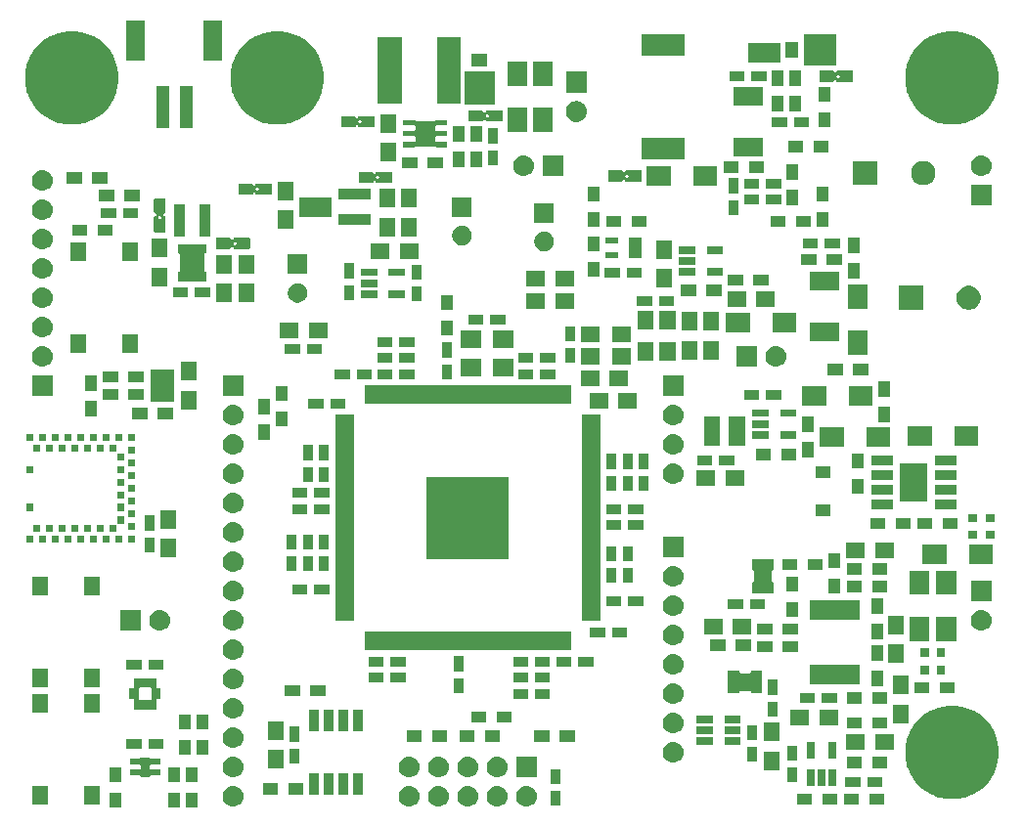
<source format=gbr>
G04 #@! TF.GenerationSoftware,KiCad,Pcbnew,(5.1.4)-1*
G04 #@! TF.CreationDate,2020-01-10T00:36:40-06:00*
G04 #@! TF.ProjectId,Capstone,43617073-746f-46e6-952e-6b696361645f,rev?*
G04 #@! TF.SameCoordinates,Original*
G04 #@! TF.FileFunction,Soldermask,Top*
G04 #@! TF.FilePolarity,Negative*
%FSLAX46Y46*%
G04 Gerber Fmt 4.6, Leading zero omitted, Abs format (unit mm)*
G04 Created by KiCad (PCBNEW (5.1.4)-1) date 2020-01-10 00:36:40*
%MOMM*%
%LPD*%
G04 APERTURE LIST*
%ADD10C,0.100000*%
G04 APERTURE END LIST*
D10*
G36*
X156207000Y-99753000D02*
G01*
X156207000Y-100003000D01*
X156707000Y-100003000D01*
X156707000Y-99753000D01*
X156207000Y-99753000D01*
G37*
G36*
X137919000Y-108389000D02*
G01*
X137919000Y-108639000D01*
X138419000Y-108639000D01*
X138419000Y-108389000D01*
X137919000Y-108389000D01*
G37*
G36*
X125854000Y-103182000D02*
G01*
X125854000Y-103432000D01*
X126354000Y-103432000D01*
X126354000Y-103182000D01*
X125854000Y-103182000D01*
G37*
G36*
X114805000Y-103690000D02*
G01*
X114805000Y-103940000D01*
X115305000Y-103940000D01*
X115305000Y-103690000D01*
X114805000Y-103690000D01*
G37*
G36*
X116329000Y-108516000D02*
G01*
X116329000Y-108766000D01*
X116829000Y-108766000D01*
X116829000Y-108516000D01*
X116329000Y-108516000D01*
G37*
G36*
X105915000Y-109532000D02*
G01*
X105915000Y-109782000D01*
X106415000Y-109782000D01*
X106415000Y-109532000D01*
X105915000Y-109532000D01*
G37*
G36*
X104010000Y-114231000D02*
G01*
X104010000Y-114481000D01*
X104510000Y-114481000D01*
X104510000Y-114231000D01*
X104010000Y-114231000D01*
G37*
G36*
X99510000Y-110868000D02*
G01*
X99260000Y-110868000D01*
X99260000Y-111368000D01*
X99510000Y-111368000D01*
X99510000Y-110868000D01*
G37*
G36*
X102355000Y-163549000D02*
G01*
X101353000Y-163549000D01*
X101353000Y-162247000D01*
X102355000Y-162247000D01*
X102355000Y-163549000D01*
X102355000Y-163549000D01*
G37*
G36*
X100831000Y-163549000D02*
G01*
X99829000Y-163549000D01*
X99829000Y-162247000D01*
X100831000Y-162247000D01*
X100831000Y-163549000D01*
X100831000Y-163549000D01*
G37*
G36*
X95751000Y-163549000D02*
G01*
X94749000Y-163549000D01*
X94749000Y-162247000D01*
X95751000Y-162247000D01*
X95751000Y-163549000D01*
X95751000Y-163549000D01*
G37*
G36*
X123300442Y-161665518D02*
G01*
X123366627Y-161672037D01*
X123536466Y-161723557D01*
X123692991Y-161807222D01*
X123728729Y-161836552D01*
X123830186Y-161919814D01*
X123885579Y-161987312D01*
X123942778Y-162057009D01*
X124026443Y-162213534D01*
X124077963Y-162383373D01*
X124095359Y-162560000D01*
X124077963Y-162736627D01*
X124026443Y-162906466D01*
X123942778Y-163062991D01*
X123913448Y-163098729D01*
X123830186Y-163200186D01*
X123728729Y-163283448D01*
X123692991Y-163312778D01*
X123536466Y-163396443D01*
X123366627Y-163447963D01*
X123300442Y-163454482D01*
X123234260Y-163461000D01*
X123145740Y-163461000D01*
X123079558Y-163454482D01*
X123013373Y-163447963D01*
X122843534Y-163396443D01*
X122687009Y-163312778D01*
X122651271Y-163283448D01*
X122549814Y-163200186D01*
X122466552Y-163098729D01*
X122437222Y-163062991D01*
X122353557Y-162906466D01*
X122302037Y-162736627D01*
X122284641Y-162560000D01*
X122302037Y-162383373D01*
X122353557Y-162213534D01*
X122437222Y-162057009D01*
X122494421Y-161987312D01*
X122549814Y-161919814D01*
X122651271Y-161836552D01*
X122687009Y-161807222D01*
X122843534Y-161723557D01*
X123013373Y-161672037D01*
X123079558Y-161665518D01*
X123145740Y-161659000D01*
X123234260Y-161659000D01*
X123300442Y-161665518D01*
X123300442Y-161665518D01*
G37*
G36*
X125840442Y-161665518D02*
G01*
X125906627Y-161672037D01*
X126076466Y-161723557D01*
X126232991Y-161807222D01*
X126268729Y-161836552D01*
X126370186Y-161919814D01*
X126425579Y-161987312D01*
X126482778Y-162057009D01*
X126566443Y-162213534D01*
X126617963Y-162383373D01*
X126635359Y-162560000D01*
X126617963Y-162736627D01*
X126566443Y-162906466D01*
X126482778Y-163062991D01*
X126453448Y-163098729D01*
X126370186Y-163200186D01*
X126268729Y-163283448D01*
X126232991Y-163312778D01*
X126076466Y-163396443D01*
X125906627Y-163447963D01*
X125840442Y-163454482D01*
X125774260Y-163461000D01*
X125685740Y-163461000D01*
X125619558Y-163454482D01*
X125553373Y-163447963D01*
X125383534Y-163396443D01*
X125227009Y-163312778D01*
X125191271Y-163283448D01*
X125089814Y-163200186D01*
X125006552Y-163098729D01*
X124977222Y-163062991D01*
X124893557Y-162906466D01*
X124842037Y-162736627D01*
X124824641Y-162560000D01*
X124842037Y-162383373D01*
X124893557Y-162213534D01*
X124977222Y-162057009D01*
X125034421Y-161987312D01*
X125089814Y-161919814D01*
X125191271Y-161836552D01*
X125227009Y-161807222D01*
X125383534Y-161723557D01*
X125553373Y-161672037D01*
X125619558Y-161665518D01*
X125685740Y-161659000D01*
X125774260Y-161659000D01*
X125840442Y-161665518D01*
X125840442Y-161665518D01*
G37*
G36*
X128380442Y-161665518D02*
G01*
X128446627Y-161672037D01*
X128616466Y-161723557D01*
X128772991Y-161807222D01*
X128808729Y-161836552D01*
X128910186Y-161919814D01*
X128965579Y-161987312D01*
X129022778Y-162057009D01*
X129106443Y-162213534D01*
X129157963Y-162383373D01*
X129175359Y-162560000D01*
X129157963Y-162736627D01*
X129106443Y-162906466D01*
X129022778Y-163062991D01*
X128993448Y-163098729D01*
X128910186Y-163200186D01*
X128808729Y-163283448D01*
X128772991Y-163312778D01*
X128616466Y-163396443D01*
X128446627Y-163447963D01*
X128380442Y-163454482D01*
X128314260Y-163461000D01*
X128225740Y-163461000D01*
X128159558Y-163454482D01*
X128093373Y-163447963D01*
X127923534Y-163396443D01*
X127767009Y-163312778D01*
X127731271Y-163283448D01*
X127629814Y-163200186D01*
X127546552Y-163098729D01*
X127517222Y-163062991D01*
X127433557Y-162906466D01*
X127382037Y-162736627D01*
X127364641Y-162560000D01*
X127382037Y-162383373D01*
X127433557Y-162213534D01*
X127517222Y-162057009D01*
X127574421Y-161987312D01*
X127629814Y-161919814D01*
X127731271Y-161836552D01*
X127767009Y-161807222D01*
X127923534Y-161723557D01*
X128093373Y-161672037D01*
X128159558Y-161665518D01*
X128225740Y-161659000D01*
X128314260Y-161659000D01*
X128380442Y-161665518D01*
X128380442Y-161665518D01*
G37*
G36*
X105520442Y-161665518D02*
G01*
X105586627Y-161672037D01*
X105756466Y-161723557D01*
X105912991Y-161807222D01*
X105948729Y-161836552D01*
X106050186Y-161919814D01*
X106105579Y-161987312D01*
X106162778Y-162057009D01*
X106246443Y-162213534D01*
X106297963Y-162383373D01*
X106315359Y-162560000D01*
X106297963Y-162736627D01*
X106246443Y-162906466D01*
X106162778Y-163062991D01*
X106133448Y-163098729D01*
X106050186Y-163200186D01*
X105948729Y-163283448D01*
X105912991Y-163312778D01*
X105756466Y-163396443D01*
X105586627Y-163447963D01*
X105520442Y-163454482D01*
X105454260Y-163461000D01*
X105365740Y-163461000D01*
X105299558Y-163454482D01*
X105233373Y-163447963D01*
X105063534Y-163396443D01*
X104907009Y-163312778D01*
X104871271Y-163283448D01*
X104769814Y-163200186D01*
X104686552Y-163098729D01*
X104657222Y-163062991D01*
X104573557Y-162906466D01*
X104522037Y-162736627D01*
X104504641Y-162560000D01*
X104522037Y-162383373D01*
X104573557Y-162213534D01*
X104657222Y-162057009D01*
X104714421Y-161987312D01*
X104769814Y-161919814D01*
X104871271Y-161836552D01*
X104907009Y-161807222D01*
X105063534Y-161723557D01*
X105233373Y-161672037D01*
X105299558Y-161665518D01*
X105365740Y-161659000D01*
X105454260Y-161659000D01*
X105520442Y-161665518D01*
X105520442Y-161665518D01*
G37*
G36*
X130920442Y-161665518D02*
G01*
X130986627Y-161672037D01*
X131156466Y-161723557D01*
X131312991Y-161807222D01*
X131348729Y-161836552D01*
X131450186Y-161919814D01*
X131505579Y-161987312D01*
X131562778Y-162057009D01*
X131646443Y-162213534D01*
X131697963Y-162383373D01*
X131715359Y-162560000D01*
X131697963Y-162736627D01*
X131646443Y-162906466D01*
X131562778Y-163062991D01*
X131533448Y-163098729D01*
X131450186Y-163200186D01*
X131348729Y-163283448D01*
X131312991Y-163312778D01*
X131156466Y-163396443D01*
X130986627Y-163447963D01*
X130920442Y-163454482D01*
X130854260Y-163461000D01*
X130765740Y-163461000D01*
X130699558Y-163454482D01*
X130633373Y-163447963D01*
X130463534Y-163396443D01*
X130307009Y-163312778D01*
X130271271Y-163283448D01*
X130169814Y-163200186D01*
X130086552Y-163098729D01*
X130057222Y-163062991D01*
X129973557Y-162906466D01*
X129922037Y-162736627D01*
X129904641Y-162560000D01*
X129922037Y-162383373D01*
X129973557Y-162213534D01*
X130057222Y-162057009D01*
X130114421Y-161987312D01*
X130169814Y-161919814D01*
X130271271Y-161836552D01*
X130307009Y-161807222D01*
X130463534Y-161723557D01*
X130633373Y-161672037D01*
X130699558Y-161665518D01*
X130765740Y-161659000D01*
X130854260Y-161659000D01*
X130920442Y-161665518D01*
X130920442Y-161665518D01*
G37*
G36*
X120760442Y-161665518D02*
G01*
X120826627Y-161672037D01*
X120996466Y-161723557D01*
X121152991Y-161807222D01*
X121188729Y-161836552D01*
X121290186Y-161919814D01*
X121345579Y-161987312D01*
X121402778Y-162057009D01*
X121486443Y-162213534D01*
X121537963Y-162383373D01*
X121555359Y-162560000D01*
X121537963Y-162736627D01*
X121486443Y-162906466D01*
X121402778Y-163062991D01*
X121373448Y-163098729D01*
X121290186Y-163200186D01*
X121188729Y-163283448D01*
X121152991Y-163312778D01*
X120996466Y-163396443D01*
X120826627Y-163447963D01*
X120760442Y-163454482D01*
X120694260Y-163461000D01*
X120605740Y-163461000D01*
X120539558Y-163454482D01*
X120473373Y-163447963D01*
X120303534Y-163396443D01*
X120147009Y-163312778D01*
X120111271Y-163283448D01*
X120009814Y-163200186D01*
X119926552Y-163098729D01*
X119897222Y-163062991D01*
X119813557Y-162906466D01*
X119762037Y-162736627D01*
X119744641Y-162560000D01*
X119762037Y-162383373D01*
X119813557Y-162213534D01*
X119897222Y-162057009D01*
X119954421Y-161987312D01*
X120009814Y-161919814D01*
X120111271Y-161836552D01*
X120147009Y-161807222D01*
X120303534Y-161723557D01*
X120473373Y-161672037D01*
X120539558Y-161665518D01*
X120605740Y-161659000D01*
X120694260Y-161659000D01*
X120760442Y-161665518D01*
X120760442Y-161665518D01*
G37*
G36*
X133776000Y-163399000D02*
G01*
X132924000Y-163399000D01*
X132924000Y-162097000D01*
X133776000Y-162097000D01*
X133776000Y-163399000D01*
X133776000Y-163399000D01*
G37*
G36*
X159571000Y-163315000D02*
G01*
X158269000Y-163315000D01*
X158269000Y-162313000D01*
X159571000Y-162313000D01*
X159571000Y-163315000D01*
X159571000Y-163315000D01*
G37*
G36*
X157707000Y-163315000D02*
G01*
X156405000Y-163315000D01*
X156405000Y-162313000D01*
X157707000Y-162313000D01*
X157707000Y-163315000D01*
X157707000Y-163315000D01*
G37*
G36*
X155507000Y-163315000D02*
G01*
X154205000Y-163315000D01*
X154205000Y-162313000D01*
X155507000Y-162313000D01*
X155507000Y-163315000D01*
X155507000Y-163315000D01*
G37*
G36*
X161771000Y-163315000D02*
G01*
X160469000Y-163315000D01*
X160469000Y-162313000D01*
X161771000Y-162313000D01*
X161771000Y-163315000D01*
X161771000Y-163315000D01*
G37*
G36*
X89383000Y-163297000D02*
G01*
X87981000Y-163297000D01*
X87981000Y-161645000D01*
X89383000Y-161645000D01*
X89383000Y-163297000D01*
X89383000Y-163297000D01*
G37*
G36*
X93883000Y-163297000D02*
G01*
X92481000Y-163297000D01*
X92481000Y-161645000D01*
X93883000Y-161645000D01*
X93883000Y-163297000D01*
X93883000Y-163297000D01*
G37*
G36*
X168821632Y-154854677D02*
G01*
X169027619Y-154940000D01*
X169558868Y-155160050D01*
X170222362Y-155603383D01*
X170786617Y-156167638D01*
X171229950Y-156831132D01*
X171408833Y-157262995D01*
X171535323Y-157568368D01*
X171691000Y-158351010D01*
X171691000Y-159148990D01*
X171535323Y-159931632D01*
X171425559Y-160196625D01*
X171229950Y-160668868D01*
X170786617Y-161332362D01*
X170222362Y-161896617D01*
X169558868Y-162339950D01*
X169293668Y-162449799D01*
X168821632Y-162645323D01*
X168038990Y-162801000D01*
X167241010Y-162801000D01*
X166458368Y-162645323D01*
X165986332Y-162449799D01*
X165721132Y-162339950D01*
X165057638Y-161896617D01*
X164493383Y-161332362D01*
X164050050Y-160668868D01*
X163854441Y-160196625D01*
X163744677Y-159931632D01*
X163589000Y-159148990D01*
X163589000Y-158351010D01*
X163744677Y-157568368D01*
X163871167Y-157262995D01*
X164050050Y-156831132D01*
X164493383Y-156167638D01*
X165057638Y-155603383D01*
X165721132Y-155160050D01*
X166252381Y-154940000D01*
X166458368Y-154854677D01*
X167241010Y-154699000D01*
X168038990Y-154699000D01*
X168821632Y-154854677D01*
X168821632Y-154854677D01*
G37*
G36*
X112796000Y-162449799D02*
G01*
X111994000Y-162449799D01*
X111994000Y-160577801D01*
X112796000Y-160577801D01*
X112796000Y-162449799D01*
X112796000Y-162449799D01*
G37*
G36*
X116606000Y-162449799D02*
G01*
X115804000Y-162449799D01*
X115804000Y-160577801D01*
X116606000Y-160577801D01*
X116606000Y-162449799D01*
X116606000Y-162449799D01*
G37*
G36*
X115336000Y-162449799D02*
G01*
X114534000Y-162449799D01*
X114534000Y-160577801D01*
X115336000Y-160577801D01*
X115336000Y-162449799D01*
X115336000Y-162449799D01*
G37*
G36*
X114066000Y-162449799D02*
G01*
X113264000Y-162449799D01*
X113264000Y-160577801D01*
X114066000Y-160577801D01*
X114066000Y-162449799D01*
X114066000Y-162449799D01*
G37*
G36*
X111479000Y-162426000D02*
G01*
X110177000Y-162426000D01*
X110177000Y-161424000D01*
X111479000Y-161424000D01*
X111479000Y-162426000D01*
X111479000Y-162426000D01*
G37*
G36*
X109279000Y-162426000D02*
G01*
X107977000Y-162426000D01*
X107977000Y-161424000D01*
X109279000Y-161424000D01*
X109279000Y-162426000D01*
X109279000Y-162426000D01*
G37*
G36*
X161621000Y-161716000D02*
G01*
X160319000Y-161716000D01*
X160319000Y-160864000D01*
X161621000Y-160864000D01*
X161621000Y-161716000D01*
X161621000Y-161716000D01*
G37*
G36*
X159721000Y-161716000D02*
G01*
X158419000Y-161716000D01*
X158419000Y-160864000D01*
X159721000Y-160864000D01*
X159721000Y-161716000D01*
X159721000Y-161716000D01*
G37*
G36*
X157611800Y-161665599D02*
G01*
X156941800Y-161665599D01*
X156941800Y-160254001D01*
X157611800Y-160254001D01*
X157611800Y-161665599D01*
X157611800Y-161665599D01*
G37*
G36*
X155732200Y-161665599D02*
G01*
X155062200Y-161665599D01*
X155062200Y-160254001D01*
X155732200Y-160254001D01*
X155732200Y-161665599D01*
X155732200Y-161665599D01*
G37*
G36*
X156672000Y-161665599D02*
G01*
X156002000Y-161665599D01*
X156002000Y-160254001D01*
X156672000Y-160254001D01*
X156672000Y-161665599D01*
X156672000Y-161665599D01*
G37*
G36*
X133776000Y-161499000D02*
G01*
X132924000Y-161499000D01*
X132924000Y-160197000D01*
X133776000Y-160197000D01*
X133776000Y-161499000D01*
X133776000Y-161499000D01*
G37*
G36*
X154223000Y-161367000D02*
G01*
X153371000Y-161367000D01*
X153371000Y-160065000D01*
X154223000Y-160065000D01*
X154223000Y-161367000D01*
X154223000Y-161367000D01*
G37*
G36*
X100831000Y-161349000D02*
G01*
X99829000Y-161349000D01*
X99829000Y-160047000D01*
X100831000Y-160047000D01*
X100831000Y-161349000D01*
X100831000Y-161349000D01*
G37*
G36*
X102355000Y-161349000D02*
G01*
X101353000Y-161349000D01*
X101353000Y-160047000D01*
X102355000Y-160047000D01*
X102355000Y-161349000D01*
X102355000Y-161349000D01*
G37*
G36*
X95751000Y-161349000D02*
G01*
X94749000Y-161349000D01*
X94749000Y-160047000D01*
X95751000Y-160047000D01*
X95751000Y-161349000D01*
X95751000Y-161349000D01*
G37*
G36*
X123300442Y-159125518D02*
G01*
X123366627Y-159132037D01*
X123536466Y-159183557D01*
X123536468Y-159183558D01*
X123555966Y-159193980D01*
X123692991Y-159267222D01*
X123714026Y-159284485D01*
X123830186Y-159379814D01*
X123913448Y-159481271D01*
X123942778Y-159517009D01*
X124026443Y-159673534D01*
X124077963Y-159843373D01*
X124095359Y-160020000D01*
X124077963Y-160196627D01*
X124026443Y-160366466D01*
X123942778Y-160522991D01*
X123919011Y-160551951D01*
X123830186Y-160660186D01*
X123728729Y-160743448D01*
X123692991Y-160772778D01*
X123692989Y-160772779D01*
X123554857Y-160846613D01*
X123536466Y-160856443D01*
X123366627Y-160907963D01*
X123300442Y-160914482D01*
X123234260Y-160921000D01*
X123145740Y-160921000D01*
X123079558Y-160914482D01*
X123013373Y-160907963D01*
X122843534Y-160856443D01*
X122825144Y-160846613D01*
X122687011Y-160772779D01*
X122687009Y-160772778D01*
X122651271Y-160743448D01*
X122549814Y-160660186D01*
X122460989Y-160551951D01*
X122437222Y-160522991D01*
X122353557Y-160366466D01*
X122302037Y-160196627D01*
X122284641Y-160020000D01*
X122302037Y-159843373D01*
X122353557Y-159673534D01*
X122437222Y-159517009D01*
X122466552Y-159481271D01*
X122549814Y-159379814D01*
X122665974Y-159284485D01*
X122687009Y-159267222D01*
X122824034Y-159193980D01*
X122843532Y-159183558D01*
X122843534Y-159183557D01*
X123013373Y-159132037D01*
X123079558Y-159125518D01*
X123145740Y-159119000D01*
X123234260Y-159119000D01*
X123300442Y-159125518D01*
X123300442Y-159125518D01*
G37*
G36*
X105520442Y-159125518D02*
G01*
X105586627Y-159132037D01*
X105756466Y-159183557D01*
X105756468Y-159183558D01*
X105775966Y-159193980D01*
X105912991Y-159267222D01*
X105934026Y-159284485D01*
X106050186Y-159379814D01*
X106133448Y-159481271D01*
X106162778Y-159517009D01*
X106246443Y-159673534D01*
X106297963Y-159843373D01*
X106315359Y-160020000D01*
X106297963Y-160196627D01*
X106246443Y-160366466D01*
X106162778Y-160522991D01*
X106139011Y-160551951D01*
X106050186Y-160660186D01*
X105948729Y-160743448D01*
X105912991Y-160772778D01*
X105912989Y-160772779D01*
X105774857Y-160846613D01*
X105756466Y-160856443D01*
X105586627Y-160907963D01*
X105520442Y-160914482D01*
X105454260Y-160921000D01*
X105365740Y-160921000D01*
X105299558Y-160914482D01*
X105233373Y-160907963D01*
X105063534Y-160856443D01*
X105045144Y-160846613D01*
X104907011Y-160772779D01*
X104907009Y-160772778D01*
X104871271Y-160743448D01*
X104769814Y-160660186D01*
X104680989Y-160551951D01*
X104657222Y-160522991D01*
X104573557Y-160366466D01*
X104522037Y-160196627D01*
X104504641Y-160020000D01*
X104522037Y-159843373D01*
X104573557Y-159673534D01*
X104657222Y-159517009D01*
X104686552Y-159481271D01*
X104769814Y-159379814D01*
X104885974Y-159284485D01*
X104907009Y-159267222D01*
X105044034Y-159193980D01*
X105063532Y-159183558D01*
X105063534Y-159183557D01*
X105233373Y-159132037D01*
X105299558Y-159125518D01*
X105365740Y-159119000D01*
X105454260Y-159119000D01*
X105520442Y-159125518D01*
X105520442Y-159125518D01*
G37*
G36*
X120760442Y-159125518D02*
G01*
X120826627Y-159132037D01*
X120996466Y-159183557D01*
X120996468Y-159183558D01*
X121015966Y-159193980D01*
X121152991Y-159267222D01*
X121174026Y-159284485D01*
X121290186Y-159379814D01*
X121373448Y-159481271D01*
X121402778Y-159517009D01*
X121486443Y-159673534D01*
X121537963Y-159843373D01*
X121555359Y-160020000D01*
X121537963Y-160196627D01*
X121486443Y-160366466D01*
X121402778Y-160522991D01*
X121379011Y-160551951D01*
X121290186Y-160660186D01*
X121188729Y-160743448D01*
X121152991Y-160772778D01*
X121152989Y-160772779D01*
X121014857Y-160846613D01*
X120996466Y-160856443D01*
X120826627Y-160907963D01*
X120760442Y-160914482D01*
X120694260Y-160921000D01*
X120605740Y-160921000D01*
X120539558Y-160914482D01*
X120473373Y-160907963D01*
X120303534Y-160856443D01*
X120285144Y-160846613D01*
X120147011Y-160772779D01*
X120147009Y-160772778D01*
X120111271Y-160743448D01*
X120009814Y-160660186D01*
X119920989Y-160551951D01*
X119897222Y-160522991D01*
X119813557Y-160366466D01*
X119762037Y-160196627D01*
X119744641Y-160020000D01*
X119762037Y-159843373D01*
X119813557Y-159673534D01*
X119897222Y-159517009D01*
X119926552Y-159481271D01*
X120009814Y-159379814D01*
X120125974Y-159284485D01*
X120147009Y-159267222D01*
X120284034Y-159193980D01*
X120303532Y-159183558D01*
X120303534Y-159183557D01*
X120473373Y-159132037D01*
X120539558Y-159125518D01*
X120605740Y-159119000D01*
X120694260Y-159119000D01*
X120760442Y-159125518D01*
X120760442Y-159125518D01*
G37*
G36*
X125840442Y-159125518D02*
G01*
X125906627Y-159132037D01*
X126076466Y-159183557D01*
X126076468Y-159183558D01*
X126095966Y-159193980D01*
X126232991Y-159267222D01*
X126254026Y-159284485D01*
X126370186Y-159379814D01*
X126453448Y-159481271D01*
X126482778Y-159517009D01*
X126566443Y-159673534D01*
X126617963Y-159843373D01*
X126635359Y-160020000D01*
X126617963Y-160196627D01*
X126566443Y-160366466D01*
X126482778Y-160522991D01*
X126459011Y-160551951D01*
X126370186Y-160660186D01*
X126268729Y-160743448D01*
X126232991Y-160772778D01*
X126232989Y-160772779D01*
X126094857Y-160846613D01*
X126076466Y-160856443D01*
X125906627Y-160907963D01*
X125840442Y-160914482D01*
X125774260Y-160921000D01*
X125685740Y-160921000D01*
X125619558Y-160914482D01*
X125553373Y-160907963D01*
X125383534Y-160856443D01*
X125365144Y-160846613D01*
X125227011Y-160772779D01*
X125227009Y-160772778D01*
X125191271Y-160743448D01*
X125089814Y-160660186D01*
X125000989Y-160551951D01*
X124977222Y-160522991D01*
X124893557Y-160366466D01*
X124842037Y-160196627D01*
X124824641Y-160020000D01*
X124842037Y-159843373D01*
X124893557Y-159673534D01*
X124977222Y-159517009D01*
X125006552Y-159481271D01*
X125089814Y-159379814D01*
X125205974Y-159284485D01*
X125227009Y-159267222D01*
X125364034Y-159193980D01*
X125383532Y-159183558D01*
X125383534Y-159183557D01*
X125553373Y-159132037D01*
X125619558Y-159125518D01*
X125685740Y-159119000D01*
X125774260Y-159119000D01*
X125840442Y-159125518D01*
X125840442Y-159125518D01*
G37*
G36*
X128380442Y-159125518D02*
G01*
X128446627Y-159132037D01*
X128616466Y-159183557D01*
X128616468Y-159183558D01*
X128635966Y-159193980D01*
X128772991Y-159267222D01*
X128794026Y-159284485D01*
X128910186Y-159379814D01*
X128993448Y-159481271D01*
X129022778Y-159517009D01*
X129106443Y-159673534D01*
X129157963Y-159843373D01*
X129175359Y-160020000D01*
X129157963Y-160196627D01*
X129106443Y-160366466D01*
X129022778Y-160522991D01*
X128999011Y-160551951D01*
X128910186Y-160660186D01*
X128808729Y-160743448D01*
X128772991Y-160772778D01*
X128772989Y-160772779D01*
X128634857Y-160846613D01*
X128616466Y-160856443D01*
X128446627Y-160907963D01*
X128380442Y-160914482D01*
X128314260Y-160921000D01*
X128225740Y-160921000D01*
X128159558Y-160914482D01*
X128093373Y-160907963D01*
X127923534Y-160856443D01*
X127905144Y-160846613D01*
X127767011Y-160772779D01*
X127767009Y-160772778D01*
X127731271Y-160743448D01*
X127629814Y-160660186D01*
X127540989Y-160551951D01*
X127517222Y-160522991D01*
X127433557Y-160366466D01*
X127382037Y-160196627D01*
X127364641Y-160020000D01*
X127382037Y-159843373D01*
X127433557Y-159673534D01*
X127517222Y-159517009D01*
X127546552Y-159481271D01*
X127629814Y-159379814D01*
X127745974Y-159284485D01*
X127767009Y-159267222D01*
X127904034Y-159193980D01*
X127923532Y-159183558D01*
X127923534Y-159183557D01*
X128093373Y-159132037D01*
X128159558Y-159125518D01*
X128225740Y-159119000D01*
X128314260Y-159119000D01*
X128380442Y-159125518D01*
X128380442Y-159125518D01*
G37*
G36*
X131711000Y-160921000D02*
G01*
X129909000Y-160921000D01*
X129909000Y-159119000D01*
X131711000Y-159119000D01*
X131711000Y-160921000D01*
X131711000Y-160921000D01*
G37*
G36*
X98191000Y-159169001D02*
G01*
X98193402Y-159193387D01*
X98200515Y-159216836D01*
X98212066Y-159238447D01*
X98227611Y-159257389D01*
X98246553Y-159272934D01*
X98268164Y-159284485D01*
X98291613Y-159291598D01*
X98315999Y-159294000D01*
X99126000Y-159294000D01*
X99126000Y-159796000D01*
X98315999Y-159796000D01*
X98291613Y-159798402D01*
X98268164Y-159805515D01*
X98246553Y-159817066D01*
X98227611Y-159832611D01*
X98212066Y-159851553D01*
X98200515Y-159873164D01*
X98193402Y-159896613D01*
X98191000Y-159920999D01*
X98191000Y-160119001D01*
X98193402Y-160143387D01*
X98200515Y-160166836D01*
X98212066Y-160188447D01*
X98227611Y-160207389D01*
X98246553Y-160222934D01*
X98268164Y-160234485D01*
X98291613Y-160241598D01*
X98315999Y-160244000D01*
X99126000Y-160244000D01*
X99126000Y-160746000D01*
X98315999Y-160746000D01*
X98291613Y-160748402D01*
X98268164Y-160755515D01*
X98246553Y-160767066D01*
X98227611Y-160782611D01*
X98212066Y-160801553D01*
X98200515Y-160823164D01*
X98193402Y-160846613D01*
X98191000Y-160870999D01*
X98191000Y-160871000D01*
X97389000Y-160871000D01*
X97389000Y-160870999D01*
X97386598Y-160846613D01*
X97379485Y-160823164D01*
X97367934Y-160801553D01*
X97352389Y-160782611D01*
X97333447Y-160767066D01*
X97311836Y-160755515D01*
X97288387Y-160748402D01*
X97264001Y-160746000D01*
X96454000Y-160746000D01*
X96454000Y-160244000D01*
X97264001Y-160244000D01*
X97288387Y-160241598D01*
X97311836Y-160234485D01*
X97333447Y-160222934D01*
X97352389Y-160207389D01*
X97367934Y-160188447D01*
X97379485Y-160166836D01*
X97386598Y-160143387D01*
X97389000Y-160119001D01*
X97389000Y-159920999D01*
X97386598Y-159896613D01*
X97379485Y-159873164D01*
X97367934Y-159851553D01*
X97352389Y-159832611D01*
X97333447Y-159817066D01*
X97311836Y-159805515D01*
X97288387Y-159798402D01*
X97264001Y-159796000D01*
X96454000Y-159796000D01*
X96454000Y-159294000D01*
X97264001Y-159294000D01*
X97288387Y-159291598D01*
X97311836Y-159284485D01*
X97333447Y-159272934D01*
X97352389Y-159257389D01*
X97367934Y-159238447D01*
X97379485Y-159216836D01*
X97386598Y-159193387D01*
X97389000Y-159169001D01*
X97389000Y-159169000D01*
X98191000Y-159169000D01*
X98191000Y-159169001D01*
X98191000Y-159169001D01*
G37*
G36*
X152695000Y-160293000D02*
G01*
X151343000Y-160293000D01*
X151343000Y-158691000D01*
X152695000Y-158691000D01*
X152695000Y-160293000D01*
X152695000Y-160293000D01*
G37*
G36*
X109769000Y-160166000D02*
G01*
X108417000Y-160166000D01*
X108417000Y-158564000D01*
X109769000Y-158564000D01*
X109769000Y-160166000D01*
X109769000Y-160166000D01*
G37*
G36*
X162025000Y-160140000D02*
G01*
X160723000Y-160140000D01*
X160723000Y-159138000D01*
X162025000Y-159138000D01*
X162025000Y-160140000D01*
X162025000Y-160140000D01*
G37*
G36*
X159825000Y-160140000D02*
G01*
X158523000Y-160140000D01*
X158523000Y-159138000D01*
X159825000Y-159138000D01*
X159825000Y-160140000D01*
X159825000Y-160140000D01*
G37*
G36*
X111170000Y-159716000D02*
G01*
X110318000Y-159716000D01*
X110318000Y-158414000D01*
X111170000Y-158414000D01*
X111170000Y-159716000D01*
X111170000Y-159716000D01*
G37*
G36*
X143605025Y-157854000D02*
G01*
X143686627Y-157862037D01*
X143856466Y-157913557D01*
X144012991Y-157997222D01*
X144048729Y-158026552D01*
X144150186Y-158109814D01*
X144233448Y-158211271D01*
X144262778Y-158247009D01*
X144346443Y-158403534D01*
X144397963Y-158573373D01*
X144415359Y-158750000D01*
X144397963Y-158926627D01*
X144346443Y-159096466D01*
X144262778Y-159252991D01*
X144246411Y-159272934D01*
X144150186Y-159390186D01*
X144056586Y-159467000D01*
X144012991Y-159502778D01*
X143856466Y-159586443D01*
X143686627Y-159637963D01*
X143620442Y-159644482D01*
X143554260Y-159651000D01*
X143465740Y-159651000D01*
X143399558Y-159644482D01*
X143333373Y-159637963D01*
X143163534Y-159586443D01*
X143007009Y-159502778D01*
X142963414Y-159467000D01*
X142869814Y-159390186D01*
X142773589Y-159272934D01*
X142757222Y-159252991D01*
X142673557Y-159096466D01*
X142622037Y-158926627D01*
X142604641Y-158750000D01*
X142622037Y-158573373D01*
X142673557Y-158403534D01*
X142757222Y-158247009D01*
X142786552Y-158211271D01*
X142869814Y-158109814D01*
X142971271Y-158026552D01*
X143007009Y-157997222D01*
X143163534Y-157913557D01*
X143333373Y-157862037D01*
X143414975Y-157854000D01*
X143465740Y-157849000D01*
X143554260Y-157849000D01*
X143605025Y-157854000D01*
X143605025Y-157854000D01*
G37*
G36*
X150794000Y-159589000D02*
G01*
X149942000Y-159589000D01*
X149942000Y-158287000D01*
X150794000Y-158287000D01*
X150794000Y-159589000D01*
X150794000Y-159589000D01*
G37*
G36*
X154223000Y-159467000D02*
G01*
X153371000Y-159467000D01*
X153371000Y-158165000D01*
X154223000Y-158165000D01*
X154223000Y-159467000D01*
X154223000Y-159467000D01*
G37*
G36*
X155732200Y-159277999D02*
G01*
X155062200Y-159277999D01*
X155062200Y-157866401D01*
X155732200Y-157866401D01*
X155732200Y-159277999D01*
X155732200Y-159277999D01*
G37*
G36*
X157611800Y-159277999D02*
G01*
X156941800Y-159277999D01*
X156941800Y-157866401D01*
X157611800Y-157866401D01*
X157611800Y-159277999D01*
X157611800Y-159277999D01*
G37*
G36*
X103244000Y-158977000D02*
G01*
X102242000Y-158977000D01*
X102242000Y-157675000D01*
X103244000Y-157675000D01*
X103244000Y-158977000D01*
X103244000Y-158977000D01*
G37*
G36*
X101720000Y-158977000D02*
G01*
X100718000Y-158977000D01*
X100718000Y-157675000D01*
X101720000Y-157675000D01*
X101720000Y-158977000D01*
X101720000Y-158977000D01*
G37*
G36*
X160079000Y-158537000D02*
G01*
X158477000Y-158537000D01*
X158477000Y-157185000D01*
X160079000Y-157185000D01*
X160079000Y-158537000D01*
X160079000Y-158537000D01*
G37*
G36*
X162579000Y-158537000D02*
G01*
X160977000Y-158537000D01*
X160977000Y-157185000D01*
X162579000Y-157185000D01*
X162579000Y-158537000D01*
X162579000Y-158537000D01*
G37*
G36*
X99391000Y-158414000D02*
G01*
X98089000Y-158414000D01*
X98089000Y-157562000D01*
X99391000Y-157562000D01*
X99391000Y-158414000D01*
X99391000Y-158414000D01*
G37*
G36*
X97491000Y-158414000D02*
G01*
X96189000Y-158414000D01*
X96189000Y-157562000D01*
X97491000Y-157562000D01*
X97491000Y-158414000D01*
X97491000Y-158414000D01*
G37*
G36*
X105520443Y-156585519D02*
G01*
X105586627Y-156592037D01*
X105756466Y-156643557D01*
X105912991Y-156727222D01*
X105948729Y-156756552D01*
X106050186Y-156839814D01*
X106133448Y-156941271D01*
X106162778Y-156977009D01*
X106246443Y-157133534D01*
X106297963Y-157303373D01*
X106315359Y-157480000D01*
X106297963Y-157656627D01*
X106246443Y-157826466D01*
X106162778Y-157982991D01*
X106133448Y-158018729D01*
X106050186Y-158120186D01*
X105948729Y-158203448D01*
X105912991Y-158232778D01*
X105756466Y-158316443D01*
X105586627Y-158367963D01*
X105520442Y-158374482D01*
X105454260Y-158381000D01*
X105365740Y-158381000D01*
X105299558Y-158374482D01*
X105233373Y-158367963D01*
X105063534Y-158316443D01*
X104907009Y-158232778D01*
X104871271Y-158203448D01*
X104769814Y-158120186D01*
X104686552Y-158018729D01*
X104657222Y-157982991D01*
X104573557Y-157826466D01*
X104522037Y-157656627D01*
X104504641Y-157480000D01*
X104522037Y-157303373D01*
X104573557Y-157133534D01*
X104657222Y-156977009D01*
X104686552Y-156941271D01*
X104769814Y-156839814D01*
X104871271Y-156756552D01*
X104907009Y-156727222D01*
X105063534Y-156643557D01*
X105233373Y-156592037D01*
X105299557Y-156585519D01*
X105365740Y-156579000D01*
X105454260Y-156579000D01*
X105520443Y-156585519D01*
X105520443Y-156585519D01*
G37*
G36*
X146958999Y-158119800D02*
G01*
X145547401Y-158119800D01*
X145547401Y-157449800D01*
X146958999Y-157449800D01*
X146958999Y-158119800D01*
X146958999Y-158119800D01*
G37*
G36*
X149346599Y-158119800D02*
G01*
X147935001Y-158119800D01*
X147935001Y-157449800D01*
X149346599Y-157449800D01*
X149346599Y-158119800D01*
X149346599Y-158119800D01*
G37*
G36*
X121725000Y-157854000D02*
G01*
X120423000Y-157854000D01*
X120423000Y-156852000D01*
X121725000Y-156852000D01*
X121725000Y-157854000D01*
X121725000Y-157854000D01*
G37*
G36*
X123925000Y-157854000D02*
G01*
X122623000Y-157854000D01*
X122623000Y-156852000D01*
X123925000Y-156852000D01*
X123925000Y-157854000D01*
X123925000Y-157854000D01*
G37*
G36*
X126297000Y-157854000D02*
G01*
X124995000Y-157854000D01*
X124995000Y-156852000D01*
X126297000Y-156852000D01*
X126297000Y-157854000D01*
X126297000Y-157854000D01*
G37*
G36*
X128497000Y-157854000D02*
G01*
X127195000Y-157854000D01*
X127195000Y-156852000D01*
X128497000Y-156852000D01*
X128497000Y-157854000D01*
X128497000Y-157854000D01*
G37*
G36*
X132774000Y-157854000D02*
G01*
X131472000Y-157854000D01*
X131472000Y-156852000D01*
X132774000Y-156852000D01*
X132774000Y-157854000D01*
X132774000Y-157854000D01*
G37*
G36*
X134974000Y-157854000D02*
G01*
X133672000Y-157854000D01*
X133672000Y-156852000D01*
X134974000Y-156852000D01*
X134974000Y-157854000D01*
X134974000Y-157854000D01*
G37*
G36*
X111170000Y-157816000D02*
G01*
X110318000Y-157816000D01*
X110318000Y-156514000D01*
X111170000Y-156514000D01*
X111170000Y-157816000D01*
X111170000Y-157816000D01*
G37*
G36*
X152695000Y-157793000D02*
G01*
X151343000Y-157793000D01*
X151343000Y-156191000D01*
X152695000Y-156191000D01*
X152695000Y-157793000D01*
X152695000Y-157793000D01*
G37*
G36*
X150794000Y-157689000D02*
G01*
X149942000Y-157689000D01*
X149942000Y-156387000D01*
X150794000Y-156387000D01*
X150794000Y-157689000D01*
X150794000Y-157689000D01*
G37*
G36*
X109769000Y-157666000D02*
G01*
X108417000Y-157666000D01*
X108417000Y-156064000D01*
X109769000Y-156064000D01*
X109769000Y-157666000D01*
X109769000Y-157666000D01*
G37*
G36*
X149346599Y-157180000D02*
G01*
X147935001Y-157180000D01*
X147935001Y-156510000D01*
X149346599Y-156510000D01*
X149346599Y-157180000D01*
X149346599Y-157180000D01*
G37*
G36*
X146958999Y-157180000D02*
G01*
X145547401Y-157180000D01*
X145547401Y-156510000D01*
X146958999Y-156510000D01*
X146958999Y-157180000D01*
X146958999Y-157180000D01*
G37*
G36*
X143620442Y-155315518D02*
G01*
X143686627Y-155322037D01*
X143856466Y-155373557D01*
X144012991Y-155457222D01*
X144034653Y-155475000D01*
X144150186Y-155569814D01*
X144217633Y-155652000D01*
X144262778Y-155707009D01*
X144346443Y-155863534D01*
X144397963Y-156033373D01*
X144415359Y-156210000D01*
X144397963Y-156386627D01*
X144346443Y-156556466D01*
X144262778Y-156712991D01*
X144233448Y-156748729D01*
X144150186Y-156850186D01*
X144048729Y-156933448D01*
X144012991Y-156962778D01*
X143856466Y-157046443D01*
X143686627Y-157097963D01*
X143620443Y-157104481D01*
X143554260Y-157111000D01*
X143465740Y-157111000D01*
X143399557Y-157104481D01*
X143333373Y-157097963D01*
X143163534Y-157046443D01*
X143007009Y-156962778D01*
X142971271Y-156933448D01*
X142869814Y-156850186D01*
X142786552Y-156748729D01*
X142757222Y-156712991D01*
X142673557Y-156556466D01*
X142622037Y-156386627D01*
X142604641Y-156210000D01*
X142622037Y-156033373D01*
X142673557Y-155863534D01*
X142757222Y-155707009D01*
X142802367Y-155652000D01*
X142869814Y-155569814D01*
X142985347Y-155475000D01*
X143007009Y-155457222D01*
X143163534Y-155373557D01*
X143333373Y-155322037D01*
X143399558Y-155315518D01*
X143465740Y-155309000D01*
X143554260Y-155309000D01*
X143620442Y-155315518D01*
X143620442Y-155315518D01*
G37*
G36*
X112796000Y-156922199D02*
G01*
X111994000Y-156922199D01*
X111994000Y-155050201D01*
X112796000Y-155050201D01*
X112796000Y-156922199D01*
X112796000Y-156922199D01*
G37*
G36*
X116606000Y-156922199D02*
G01*
X115804000Y-156922199D01*
X115804000Y-155050201D01*
X116606000Y-155050201D01*
X116606000Y-156922199D01*
X116606000Y-156922199D01*
G37*
G36*
X115336000Y-156922199D02*
G01*
X114534000Y-156922199D01*
X114534000Y-155050201D01*
X115336000Y-155050201D01*
X115336000Y-156922199D01*
X115336000Y-156922199D01*
G37*
G36*
X114066000Y-156922199D02*
G01*
X113264000Y-156922199D01*
X113264000Y-155050201D01*
X114066000Y-155050201D01*
X114066000Y-156922199D01*
X114066000Y-156922199D01*
G37*
G36*
X103244000Y-156777000D02*
G01*
X102242000Y-156777000D01*
X102242000Y-155475000D01*
X103244000Y-155475000D01*
X103244000Y-156777000D01*
X103244000Y-156777000D01*
G37*
G36*
X101720000Y-156777000D02*
G01*
X100718000Y-156777000D01*
X100718000Y-155475000D01*
X101720000Y-155475000D01*
X101720000Y-156777000D01*
X101720000Y-156777000D01*
G37*
G36*
X159825000Y-156711000D02*
G01*
X158523000Y-156711000D01*
X158523000Y-155709000D01*
X159825000Y-155709000D01*
X159825000Y-156711000D01*
X159825000Y-156711000D01*
G37*
G36*
X162025000Y-156711000D02*
G01*
X160723000Y-156711000D01*
X160723000Y-155709000D01*
X162025000Y-155709000D01*
X162025000Y-156711000D01*
X162025000Y-156711000D01*
G37*
G36*
X157753000Y-156378000D02*
G01*
X156151000Y-156378000D01*
X156151000Y-155026000D01*
X157753000Y-155026000D01*
X157753000Y-156378000D01*
X157753000Y-156378000D01*
G37*
G36*
X155253000Y-156378000D02*
G01*
X153651000Y-156378000D01*
X153651000Y-155026000D01*
X155253000Y-155026000D01*
X155253000Y-156378000D01*
X155253000Y-156378000D01*
G37*
G36*
X149346599Y-156240200D02*
G01*
X147935001Y-156240200D01*
X147935001Y-155570200D01*
X149346599Y-155570200D01*
X149346599Y-156240200D01*
X149346599Y-156240200D01*
G37*
G36*
X146958999Y-156240200D02*
G01*
X145547401Y-156240200D01*
X145547401Y-155570200D01*
X146958999Y-155570200D01*
X146958999Y-156240200D01*
X146958999Y-156240200D01*
G37*
G36*
X163871000Y-156229000D02*
G01*
X162519000Y-156229000D01*
X162519000Y-154627000D01*
X163871000Y-154627000D01*
X163871000Y-156229000D01*
X163871000Y-156229000D01*
G37*
G36*
X127313000Y-156203000D02*
G01*
X126011000Y-156203000D01*
X126011000Y-155201000D01*
X127313000Y-155201000D01*
X127313000Y-156203000D01*
X127313000Y-156203000D01*
G37*
G36*
X129513000Y-156203000D02*
G01*
X128211000Y-156203000D01*
X128211000Y-155201000D01*
X129513000Y-155201000D01*
X129513000Y-156203000D01*
X129513000Y-156203000D01*
G37*
G36*
X105520442Y-154045518D02*
G01*
X105586627Y-154052037D01*
X105756466Y-154103557D01*
X105756468Y-154103558D01*
X105828080Y-154141836D01*
X105912991Y-154187222D01*
X105940118Y-154209485D01*
X106050186Y-154299814D01*
X106133448Y-154401271D01*
X106162778Y-154437009D01*
X106246443Y-154593534D01*
X106297963Y-154763373D01*
X106315359Y-154940000D01*
X106297963Y-155116627D01*
X106246443Y-155286466D01*
X106162778Y-155442991D01*
X106136509Y-155475000D01*
X106050186Y-155580186D01*
X105962679Y-155652000D01*
X105912991Y-155692778D01*
X105756466Y-155776443D01*
X105586627Y-155827963D01*
X105520442Y-155834482D01*
X105454260Y-155841000D01*
X105365740Y-155841000D01*
X105299558Y-155834482D01*
X105233373Y-155827963D01*
X105063534Y-155776443D01*
X104907009Y-155692778D01*
X104857321Y-155652000D01*
X104769814Y-155580186D01*
X104683491Y-155475000D01*
X104657222Y-155442991D01*
X104573557Y-155286466D01*
X104522037Y-155116627D01*
X104504641Y-154940000D01*
X104522037Y-154763373D01*
X104573557Y-154593534D01*
X104657222Y-154437009D01*
X104686552Y-154401271D01*
X104769814Y-154299814D01*
X104879882Y-154209485D01*
X104907009Y-154187222D01*
X104991920Y-154141836D01*
X105063532Y-154103558D01*
X105063534Y-154103557D01*
X105233373Y-154052037D01*
X105299558Y-154045518D01*
X105365740Y-154039000D01*
X105454260Y-154039000D01*
X105520442Y-154045518D01*
X105520442Y-154045518D01*
G37*
G36*
X152572000Y-155652000D02*
G01*
X151720000Y-155652000D01*
X151720000Y-154350000D01*
X152572000Y-154350000D01*
X152572000Y-155652000D01*
X152572000Y-155652000D01*
G37*
G36*
X93883000Y-155347000D02*
G01*
X92481000Y-155347000D01*
X92481000Y-153695000D01*
X93883000Y-153695000D01*
X93883000Y-155347000D01*
X93883000Y-155347000D01*
G37*
G36*
X89383000Y-155347000D02*
G01*
X87981000Y-155347000D01*
X87981000Y-153695000D01*
X89383000Y-153695000D01*
X89383000Y-155347000D01*
X89383000Y-155347000D01*
G37*
G36*
X98741000Y-153094001D02*
G01*
X98743402Y-153118387D01*
X98750515Y-153141836D01*
X98762066Y-153163447D01*
X98777611Y-153182389D01*
X98796553Y-153197934D01*
X98818164Y-153209485D01*
X98841613Y-153216598D01*
X98865999Y-153219000D01*
X99141000Y-153219000D01*
X99141000Y-154121000D01*
X98865999Y-154121000D01*
X98841613Y-154123402D01*
X98818164Y-154130515D01*
X98796553Y-154142066D01*
X98777611Y-154157611D01*
X98762066Y-154176553D01*
X98750515Y-154198164D01*
X98743402Y-154221613D01*
X98741000Y-154245999D01*
X98741000Y-155021000D01*
X96839000Y-155021000D01*
X96839000Y-154245999D01*
X96836598Y-154221613D01*
X96829485Y-154198164D01*
X96817934Y-154176553D01*
X96802389Y-154157611D01*
X96783447Y-154142066D01*
X96761836Y-154130515D01*
X96738387Y-154123402D01*
X96714001Y-154121000D01*
X96439000Y-154121000D01*
X96439000Y-153245999D01*
X97241000Y-153245999D01*
X97241000Y-154094001D01*
X97243402Y-154118387D01*
X97250515Y-154141836D01*
X97262066Y-154163447D01*
X97277611Y-154182389D01*
X97296553Y-154197934D01*
X97318164Y-154209485D01*
X97341613Y-154216598D01*
X97365999Y-154219000D01*
X98214001Y-154219000D01*
X98238387Y-154216598D01*
X98261836Y-154209485D01*
X98283447Y-154197934D01*
X98302389Y-154182389D01*
X98317934Y-154163447D01*
X98329485Y-154141836D01*
X98336598Y-154118387D01*
X98339000Y-154094001D01*
X98339000Y-153245999D01*
X98336598Y-153221613D01*
X98329485Y-153198164D01*
X98317934Y-153176553D01*
X98302389Y-153157611D01*
X98283447Y-153142066D01*
X98261836Y-153130515D01*
X98238387Y-153123402D01*
X98214001Y-153121000D01*
X97365999Y-153121000D01*
X97341613Y-153123402D01*
X97318164Y-153130515D01*
X97296553Y-153142066D01*
X97277611Y-153157611D01*
X97262066Y-153176553D01*
X97250515Y-153198164D01*
X97243402Y-153221613D01*
X97241000Y-153245999D01*
X96439000Y-153245999D01*
X96439000Y-153219000D01*
X96714001Y-153219000D01*
X96738387Y-153216598D01*
X96761836Y-153209485D01*
X96783447Y-153197934D01*
X96802389Y-153182389D01*
X96817934Y-153163447D01*
X96829485Y-153141836D01*
X96836598Y-153118387D01*
X96839000Y-153094001D01*
X96839000Y-152319000D01*
X98741000Y-152319000D01*
X98741000Y-153094001D01*
X98741000Y-153094001D01*
G37*
G36*
X143620442Y-152775518D02*
G01*
X143686627Y-152782037D01*
X143856466Y-152833557D01*
X144012991Y-152917222D01*
X144048729Y-152946552D01*
X144150186Y-153029814D01*
X144232828Y-153130515D01*
X144262778Y-153167009D01*
X144346443Y-153323534D01*
X144397963Y-153493373D01*
X144415359Y-153670000D01*
X144397963Y-153846627D01*
X144346443Y-154016466D01*
X144262778Y-154172991D01*
X144242119Y-154198164D01*
X144150186Y-154310186D01*
X144048729Y-154393448D01*
X144012991Y-154422778D01*
X143856466Y-154506443D01*
X143686627Y-154557963D01*
X143620443Y-154564481D01*
X143554260Y-154571000D01*
X143465740Y-154571000D01*
X143399557Y-154564481D01*
X143333373Y-154557963D01*
X143163534Y-154506443D01*
X143007009Y-154422778D01*
X142971271Y-154393448D01*
X142869814Y-154310186D01*
X142777881Y-154198164D01*
X142757222Y-154172991D01*
X142673557Y-154016466D01*
X142622037Y-153846627D01*
X142604641Y-153670000D01*
X142622037Y-153493373D01*
X142673557Y-153323534D01*
X142757222Y-153167009D01*
X142787172Y-153130515D01*
X142869814Y-153029814D01*
X142971271Y-152946552D01*
X143007009Y-152917222D01*
X143163534Y-152833557D01*
X143333373Y-152782037D01*
X143399558Y-152775518D01*
X143465740Y-152769000D01*
X143554260Y-152769000D01*
X143620442Y-152775518D01*
X143620442Y-152775518D01*
G37*
G36*
X159825000Y-154552000D02*
G01*
X158523000Y-154552000D01*
X158523000Y-153550000D01*
X159825000Y-153550000D01*
X159825000Y-154552000D01*
X159825000Y-154552000D01*
G37*
G36*
X162025000Y-154552000D02*
G01*
X160723000Y-154552000D01*
X160723000Y-153550000D01*
X162025000Y-153550000D01*
X162025000Y-154552000D01*
X162025000Y-154552000D01*
G37*
G36*
X157684000Y-154477000D02*
G01*
X156382000Y-154477000D01*
X156382000Y-153625000D01*
X157684000Y-153625000D01*
X157684000Y-154477000D01*
X157684000Y-154477000D01*
G37*
G36*
X155784000Y-154477000D02*
G01*
X154482000Y-154477000D01*
X154482000Y-153625000D01*
X155784000Y-153625000D01*
X155784000Y-154477000D01*
X155784000Y-154477000D01*
G37*
G36*
X132842800Y-154096000D02*
G01*
X131540800Y-154096000D01*
X131540800Y-153244000D01*
X132842800Y-153244000D01*
X132842800Y-154096000D01*
X132842800Y-154096000D01*
G37*
G36*
X130942800Y-154096000D02*
G01*
X129640800Y-154096000D01*
X129640800Y-153244000D01*
X130942800Y-153244000D01*
X130942800Y-154096000D01*
X130942800Y-154096000D01*
G37*
G36*
X113384000Y-153917000D02*
G01*
X112082000Y-153917000D01*
X112082000Y-152915000D01*
X113384000Y-152915000D01*
X113384000Y-153917000D01*
X113384000Y-153917000D01*
G37*
G36*
X111184000Y-153917000D02*
G01*
X109882000Y-153917000D01*
X109882000Y-152915000D01*
X111184000Y-152915000D01*
X111184000Y-153917000D01*
X111184000Y-153917000D01*
G37*
G36*
X152572000Y-153752000D02*
G01*
X151720000Y-153752000D01*
X151720000Y-152450000D01*
X152572000Y-152450000D01*
X152572000Y-153752000D01*
X152572000Y-153752000D01*
G37*
G36*
X163871000Y-153729000D02*
G01*
X162519000Y-153729000D01*
X162519000Y-152127000D01*
X163871000Y-152127000D01*
X163871000Y-153729000D01*
X163871000Y-153729000D01*
G37*
G36*
X165667000Y-153663000D02*
G01*
X164365000Y-153663000D01*
X164365000Y-152661000D01*
X165667000Y-152661000D01*
X165667000Y-153663000D01*
X165667000Y-153663000D01*
G37*
G36*
X167867000Y-153663000D02*
G01*
X166565000Y-153663000D01*
X166565000Y-152661000D01*
X167867000Y-152661000D01*
X167867000Y-153663000D01*
X167867000Y-153663000D01*
G37*
G36*
X125394000Y-153620000D02*
G01*
X124542000Y-153620000D01*
X124542000Y-152318000D01*
X125394000Y-152318000D01*
X125394000Y-153620000D01*
X125394000Y-153620000D01*
G37*
G36*
X149209000Y-151768001D02*
G01*
X149211402Y-151792387D01*
X149218515Y-151815836D01*
X149230066Y-151837447D01*
X149245611Y-151856389D01*
X149264553Y-151871934D01*
X149286164Y-151883485D01*
X149309613Y-151890598D01*
X149333999Y-151893000D01*
X150132001Y-151893000D01*
X150156387Y-151890598D01*
X150179836Y-151883485D01*
X150201447Y-151871934D01*
X150220389Y-151856389D01*
X150235934Y-151837447D01*
X150247485Y-151815836D01*
X150254598Y-151792387D01*
X150257000Y-151768001D01*
X150257000Y-151702999D01*
X151209000Y-151702999D01*
X151209000Y-153605001D01*
X150257000Y-153605001D01*
X150257000Y-153539999D01*
X150254598Y-153515613D01*
X150247485Y-153492164D01*
X150235934Y-153470553D01*
X150220389Y-153451611D01*
X150201447Y-153436066D01*
X150179836Y-153424515D01*
X150156387Y-153417402D01*
X150132001Y-153415000D01*
X149333999Y-153415000D01*
X149309613Y-153417402D01*
X149286164Y-153424515D01*
X149264553Y-153436066D01*
X149245611Y-153451611D01*
X149230066Y-153470553D01*
X149218515Y-153492164D01*
X149211402Y-153515613D01*
X149209000Y-153539999D01*
X149209000Y-153605001D01*
X148257000Y-153605001D01*
X148257000Y-151702999D01*
X149209000Y-151702999D01*
X149209000Y-151768001D01*
X149209000Y-151768001D01*
G37*
G36*
X105520443Y-151505519D02*
G01*
X105586627Y-151512037D01*
X105756466Y-151563557D01*
X105912991Y-151647222D01*
X105948729Y-151676552D01*
X106050186Y-151759814D01*
X106129442Y-151856389D01*
X106162778Y-151897009D01*
X106246443Y-152053534D01*
X106297963Y-152223373D01*
X106315359Y-152400000D01*
X106297963Y-152576627D01*
X106246443Y-152746466D01*
X106162778Y-152902991D01*
X106133448Y-152938729D01*
X106050186Y-153040186D01*
X105954896Y-153118387D01*
X105912991Y-153152778D01*
X105912989Y-153152779D01*
X105806901Y-153209485D01*
X105756466Y-153236443D01*
X105586627Y-153287963D01*
X105520443Y-153294481D01*
X105454260Y-153301000D01*
X105365740Y-153301000D01*
X105299557Y-153294481D01*
X105233373Y-153287963D01*
X105063534Y-153236443D01*
X105013100Y-153209485D01*
X104907011Y-153152779D01*
X104907009Y-153152778D01*
X104865104Y-153118387D01*
X104769814Y-153040186D01*
X104686552Y-152938729D01*
X104657222Y-152902991D01*
X104573557Y-152746466D01*
X104522037Y-152576627D01*
X104504641Y-152400000D01*
X104522037Y-152223373D01*
X104573557Y-152053534D01*
X104657222Y-151897009D01*
X104690558Y-151856389D01*
X104769814Y-151759814D01*
X104871271Y-151676552D01*
X104907009Y-151647222D01*
X105063534Y-151563557D01*
X105233373Y-151512037D01*
X105299557Y-151505519D01*
X105365740Y-151499000D01*
X105454260Y-151499000D01*
X105520443Y-151505519D01*
X105520443Y-151505519D01*
G37*
G36*
X89383000Y-153137000D02*
G01*
X87981000Y-153137000D01*
X87981000Y-151485000D01*
X89383000Y-151485000D01*
X89383000Y-153137000D01*
X89383000Y-153137000D01*
G37*
G36*
X93883000Y-153137000D02*
G01*
X92481000Y-153137000D01*
X92481000Y-151485000D01*
X93883000Y-151485000D01*
X93883000Y-153137000D01*
X93883000Y-153137000D01*
G37*
G36*
X161664000Y-153008000D02*
G01*
X160662000Y-153008000D01*
X160662000Y-151706000D01*
X161664000Y-151706000D01*
X161664000Y-153008000D01*
X161664000Y-153008000D01*
G37*
G36*
X159658799Y-152876099D02*
G01*
X155301199Y-152876099D01*
X155301199Y-151173899D01*
X159658799Y-151173899D01*
X159658799Y-152876099D01*
X159658799Y-152876099D01*
G37*
G36*
X120346000Y-152699000D02*
G01*
X119044000Y-152699000D01*
X119044000Y-151847000D01*
X120346000Y-151847000D01*
X120346000Y-152699000D01*
X120346000Y-152699000D01*
G37*
G36*
X118446000Y-152699000D02*
G01*
X117144000Y-152699000D01*
X117144000Y-151847000D01*
X118446000Y-151847000D01*
X118446000Y-152699000D01*
X118446000Y-152699000D01*
G37*
G36*
X132842800Y-152699000D02*
G01*
X131540800Y-152699000D01*
X131540800Y-151847000D01*
X132842800Y-151847000D01*
X132842800Y-152699000D01*
X132842800Y-152699000D01*
G37*
G36*
X130942800Y-152699000D02*
G01*
X129640800Y-152699000D01*
X129640800Y-151847000D01*
X130942800Y-151847000D01*
X130942800Y-152699000D01*
X130942800Y-152699000D01*
G37*
G36*
X165640000Y-152039000D02*
G01*
X164938000Y-152039000D01*
X164938000Y-151237000D01*
X165640000Y-151237000D01*
X165640000Y-152039000D01*
X165640000Y-152039000D01*
G37*
G36*
X167040000Y-152039000D02*
G01*
X166338000Y-152039000D01*
X166338000Y-151237000D01*
X167040000Y-151237000D01*
X167040000Y-152039000D01*
X167040000Y-152039000D01*
G37*
G36*
X143620442Y-150235518D02*
G01*
X143686627Y-150242037D01*
X143856466Y-150293557D01*
X144012991Y-150377222D01*
X144048729Y-150406552D01*
X144150186Y-150489814D01*
X144233448Y-150591271D01*
X144262778Y-150627009D01*
X144346443Y-150783534D01*
X144397963Y-150953373D01*
X144415359Y-151130000D01*
X144397963Y-151306627D01*
X144346443Y-151476466D01*
X144346442Y-151476468D01*
X144334398Y-151499000D01*
X144262778Y-151632991D01*
X144233448Y-151668729D01*
X144150186Y-151770186D01*
X144068227Y-151837447D01*
X144012991Y-151882778D01*
X143856466Y-151966443D01*
X143686627Y-152017963D01*
X143620442Y-152024482D01*
X143554260Y-152031000D01*
X143465740Y-152031000D01*
X143399558Y-152024482D01*
X143333373Y-152017963D01*
X143163534Y-151966443D01*
X143007009Y-151882778D01*
X142951773Y-151837447D01*
X142869814Y-151770186D01*
X142786552Y-151668729D01*
X142757222Y-151632991D01*
X142685602Y-151499000D01*
X142673558Y-151476468D01*
X142673557Y-151476466D01*
X142622037Y-151306627D01*
X142604641Y-151130000D01*
X142622037Y-150953373D01*
X142673557Y-150783534D01*
X142757222Y-150627009D01*
X142786552Y-150591271D01*
X142869814Y-150489814D01*
X142971271Y-150406552D01*
X143007009Y-150377222D01*
X143163534Y-150293557D01*
X143333373Y-150242037D01*
X143399558Y-150235518D01*
X143465740Y-150229000D01*
X143554260Y-150229000D01*
X143620442Y-150235518D01*
X143620442Y-150235518D01*
G37*
G36*
X125394000Y-151720000D02*
G01*
X124542000Y-151720000D01*
X124542000Y-150418000D01*
X125394000Y-150418000D01*
X125394000Y-151720000D01*
X125394000Y-151720000D01*
G37*
G36*
X97491000Y-151556000D02*
G01*
X96189000Y-151556000D01*
X96189000Y-150704000D01*
X97491000Y-150704000D01*
X97491000Y-151556000D01*
X97491000Y-151556000D01*
G37*
G36*
X99391000Y-151556000D02*
G01*
X98089000Y-151556000D01*
X98089000Y-150704000D01*
X99391000Y-150704000D01*
X99391000Y-151556000D01*
X99391000Y-151556000D01*
G37*
G36*
X118446000Y-151302000D02*
G01*
X117144000Y-151302000D01*
X117144000Y-150450000D01*
X118446000Y-150450000D01*
X118446000Y-151302000D01*
X118446000Y-151302000D01*
G37*
G36*
X130942800Y-151302000D02*
G01*
X129640800Y-151302000D01*
X129640800Y-150450000D01*
X130942800Y-150450000D01*
X130942800Y-151302000D01*
X130942800Y-151302000D01*
G37*
G36*
X132842800Y-151302000D02*
G01*
X131540800Y-151302000D01*
X131540800Y-150450000D01*
X132842800Y-150450000D01*
X132842800Y-151302000D01*
X132842800Y-151302000D01*
G37*
G36*
X120346000Y-151302000D02*
G01*
X119044000Y-151302000D01*
X119044000Y-150450000D01*
X120346000Y-150450000D01*
X120346000Y-151302000D01*
X120346000Y-151302000D01*
G37*
G36*
X136602000Y-151302000D02*
G01*
X135300000Y-151302000D01*
X135300000Y-150450000D01*
X136602000Y-150450000D01*
X136602000Y-151302000D01*
X136602000Y-151302000D01*
G37*
G36*
X134702000Y-151302000D02*
G01*
X133400000Y-151302000D01*
X133400000Y-150450000D01*
X134702000Y-150450000D01*
X134702000Y-151302000D01*
X134702000Y-151302000D01*
G37*
G36*
X163490000Y-151022000D02*
G01*
X162138000Y-151022000D01*
X162138000Y-149420000D01*
X163490000Y-149420000D01*
X163490000Y-151022000D01*
X163490000Y-151022000D01*
G37*
G36*
X161664000Y-150808000D02*
G01*
X160662000Y-150808000D01*
X160662000Y-149506000D01*
X161664000Y-149506000D01*
X161664000Y-150808000D01*
X161664000Y-150808000D01*
G37*
G36*
X105520443Y-148965519D02*
G01*
X105586627Y-148972037D01*
X105756466Y-149023557D01*
X105912991Y-149107222D01*
X105948729Y-149136552D01*
X106050186Y-149219814D01*
X106133448Y-149321271D01*
X106162778Y-149357009D01*
X106246443Y-149513534D01*
X106297963Y-149683373D01*
X106315359Y-149860000D01*
X106297963Y-150036627D01*
X106246443Y-150206466D01*
X106162778Y-150362991D01*
X106133448Y-150398729D01*
X106050186Y-150500186D01*
X105948729Y-150583448D01*
X105912991Y-150612778D01*
X105756466Y-150696443D01*
X105586627Y-150747963D01*
X105520443Y-150754481D01*
X105454260Y-150761000D01*
X105365740Y-150761000D01*
X105299557Y-150754481D01*
X105233373Y-150747963D01*
X105063534Y-150696443D01*
X104907009Y-150612778D01*
X104871271Y-150583448D01*
X104769814Y-150500186D01*
X104686552Y-150398729D01*
X104657222Y-150362991D01*
X104573557Y-150206466D01*
X104522037Y-150036627D01*
X104504641Y-149860000D01*
X104522037Y-149683373D01*
X104573557Y-149513534D01*
X104657222Y-149357009D01*
X104686552Y-149321271D01*
X104769814Y-149219814D01*
X104871271Y-149136552D01*
X104907009Y-149107222D01*
X105063534Y-149023557D01*
X105233373Y-148972037D01*
X105299557Y-148965519D01*
X105365740Y-148959000D01*
X105454260Y-148959000D01*
X105520443Y-148965519D01*
X105520443Y-148965519D01*
G37*
G36*
X167040000Y-150515000D02*
G01*
X166338000Y-150515000D01*
X166338000Y-149713000D01*
X167040000Y-149713000D01*
X167040000Y-150515000D01*
X167040000Y-150515000D01*
G37*
G36*
X165640000Y-150515000D02*
G01*
X164938000Y-150515000D01*
X164938000Y-149713000D01*
X165640000Y-149713000D01*
X165640000Y-150515000D01*
X165640000Y-150515000D01*
G37*
G36*
X154278000Y-150107000D02*
G01*
X152976000Y-150107000D01*
X152976000Y-149105000D01*
X154278000Y-149105000D01*
X154278000Y-150107000D01*
X154278000Y-150107000D01*
G37*
G36*
X152078000Y-150107000D02*
G01*
X150776000Y-150107000D01*
X150776000Y-149105000D01*
X152078000Y-149105000D01*
X152078000Y-150107000D01*
X152078000Y-150107000D01*
G37*
G36*
X148014000Y-149980000D02*
G01*
X146712000Y-149980000D01*
X146712000Y-148978000D01*
X148014000Y-148978000D01*
X148014000Y-149980000D01*
X148014000Y-149980000D01*
G37*
G36*
X150214000Y-149980000D02*
G01*
X148912000Y-149980000D01*
X148912000Y-148978000D01*
X150214000Y-148978000D01*
X150214000Y-149980000D01*
X150214000Y-149980000D01*
G37*
G36*
X134671000Y-149886000D02*
G01*
X116789000Y-149886000D01*
X116789000Y-148314000D01*
X134671000Y-148314000D01*
X134671000Y-149886000D01*
X134671000Y-149886000D01*
G37*
G36*
X143620443Y-147695519D02*
G01*
X143686627Y-147702037D01*
X143856466Y-147753557D01*
X144012991Y-147837222D01*
X144048729Y-147866552D01*
X144150186Y-147949814D01*
X144233448Y-148051271D01*
X144262778Y-148087009D01*
X144346443Y-148243534D01*
X144397963Y-148413373D01*
X144415359Y-148590000D01*
X144397963Y-148766627D01*
X144346443Y-148936466D01*
X144262778Y-149092991D01*
X144233448Y-149128729D01*
X144150186Y-149230186D01*
X144048729Y-149313448D01*
X144012991Y-149342778D01*
X143856466Y-149426443D01*
X143686627Y-149477963D01*
X143620442Y-149484482D01*
X143554260Y-149491000D01*
X143465740Y-149491000D01*
X143399558Y-149484482D01*
X143333373Y-149477963D01*
X143163534Y-149426443D01*
X143007009Y-149342778D01*
X142971271Y-149313448D01*
X142869814Y-149230186D01*
X142786552Y-149128729D01*
X142757222Y-149092991D01*
X142673557Y-148936466D01*
X142622037Y-148766627D01*
X142604641Y-148590000D01*
X142622037Y-148413373D01*
X142673557Y-148243534D01*
X142757222Y-148087009D01*
X142786552Y-148051271D01*
X142869814Y-147949814D01*
X142971271Y-147866552D01*
X143007009Y-147837222D01*
X143163534Y-147753557D01*
X143333373Y-147702037D01*
X143399557Y-147695519D01*
X143465740Y-147689000D01*
X143554260Y-147689000D01*
X143620443Y-147695519D01*
X143620443Y-147695519D01*
G37*
G36*
X165697000Y-149101000D02*
G01*
X163995000Y-149101000D01*
X163995000Y-146999000D01*
X165697000Y-146999000D01*
X165697000Y-149101000D01*
X165697000Y-149101000D01*
G37*
G36*
X168033000Y-149101000D02*
G01*
X166231000Y-149101000D01*
X166231000Y-146999000D01*
X168033000Y-146999000D01*
X168033000Y-149101000D01*
X168033000Y-149101000D01*
G37*
G36*
X161664000Y-148944000D02*
G01*
X160662000Y-148944000D01*
X160662000Y-147642000D01*
X161664000Y-147642000D01*
X161664000Y-148944000D01*
X161664000Y-148944000D01*
G37*
G36*
X137623000Y-148762000D02*
G01*
X136321000Y-148762000D01*
X136321000Y-147910000D01*
X137623000Y-147910000D01*
X137623000Y-148762000D01*
X137623000Y-148762000D01*
G37*
G36*
X139523000Y-148762000D02*
G01*
X138221000Y-148762000D01*
X138221000Y-147910000D01*
X139523000Y-147910000D01*
X139523000Y-148762000D01*
X139523000Y-148762000D01*
G37*
G36*
X152078000Y-148583000D02*
G01*
X150776000Y-148583000D01*
X150776000Y-147581000D01*
X152078000Y-147581000D01*
X152078000Y-148583000D01*
X152078000Y-148583000D01*
G37*
G36*
X154278000Y-148583000D02*
G01*
X152976000Y-148583000D01*
X152976000Y-147581000D01*
X154278000Y-147581000D01*
X154278000Y-148583000D01*
X154278000Y-148583000D01*
G37*
G36*
X163490000Y-148522000D02*
G01*
X162138000Y-148522000D01*
X162138000Y-146920000D01*
X163490000Y-146920000D01*
X163490000Y-148522000D01*
X163490000Y-148522000D01*
G37*
G36*
X147760000Y-148504000D02*
G01*
X146158000Y-148504000D01*
X146158000Y-147152000D01*
X147760000Y-147152000D01*
X147760000Y-148504000D01*
X147760000Y-148504000D01*
G37*
G36*
X150260000Y-148504000D02*
G01*
X148658000Y-148504000D01*
X148658000Y-147152000D01*
X150260000Y-147152000D01*
X150260000Y-148504000D01*
X150260000Y-148504000D01*
G37*
G36*
X105520442Y-146425518D02*
G01*
X105586627Y-146432037D01*
X105756466Y-146483557D01*
X105912991Y-146567222D01*
X105948729Y-146596552D01*
X106050186Y-146679814D01*
X106102861Y-146744000D01*
X106162778Y-146817009D01*
X106246443Y-146973534D01*
X106297963Y-147143373D01*
X106315359Y-147320000D01*
X106297963Y-147496627D01*
X106246443Y-147666466D01*
X106162778Y-147822991D01*
X106133448Y-147858729D01*
X106050186Y-147960186D01*
X105948729Y-148043448D01*
X105912991Y-148072778D01*
X105756466Y-148156443D01*
X105586627Y-148207963D01*
X105520442Y-148214482D01*
X105454260Y-148221000D01*
X105365740Y-148221000D01*
X105299558Y-148214482D01*
X105233373Y-148207963D01*
X105063534Y-148156443D01*
X104907009Y-148072778D01*
X104871271Y-148043448D01*
X104769814Y-147960186D01*
X104686552Y-147858729D01*
X104657222Y-147822991D01*
X104573557Y-147666466D01*
X104522037Y-147496627D01*
X104504641Y-147320000D01*
X104522037Y-147143373D01*
X104573557Y-146973534D01*
X104657222Y-146817009D01*
X104717139Y-146744000D01*
X104769814Y-146679814D01*
X104871271Y-146596552D01*
X104907009Y-146567222D01*
X105063534Y-146483557D01*
X105233373Y-146432037D01*
X105299558Y-146425518D01*
X105365740Y-146419000D01*
X105454260Y-146419000D01*
X105520442Y-146425518D01*
X105520442Y-146425518D01*
G37*
G36*
X99170442Y-146425518D02*
G01*
X99236627Y-146432037D01*
X99406466Y-146483557D01*
X99562991Y-146567222D01*
X99598729Y-146596552D01*
X99700186Y-146679814D01*
X99752861Y-146744000D01*
X99812778Y-146817009D01*
X99896443Y-146973534D01*
X99947963Y-147143373D01*
X99965359Y-147320000D01*
X99947963Y-147496627D01*
X99896443Y-147666466D01*
X99812778Y-147822991D01*
X99783448Y-147858729D01*
X99700186Y-147960186D01*
X99598729Y-148043448D01*
X99562991Y-148072778D01*
X99406466Y-148156443D01*
X99236627Y-148207963D01*
X99170442Y-148214482D01*
X99104260Y-148221000D01*
X99015740Y-148221000D01*
X98949558Y-148214482D01*
X98883373Y-148207963D01*
X98713534Y-148156443D01*
X98557009Y-148072778D01*
X98521271Y-148043448D01*
X98419814Y-147960186D01*
X98336552Y-147858729D01*
X98307222Y-147822991D01*
X98223557Y-147666466D01*
X98172037Y-147496627D01*
X98154641Y-147320000D01*
X98172037Y-147143373D01*
X98223557Y-146973534D01*
X98307222Y-146817009D01*
X98367139Y-146744000D01*
X98419814Y-146679814D01*
X98521271Y-146596552D01*
X98557009Y-146567222D01*
X98713534Y-146483557D01*
X98883373Y-146432037D01*
X98949558Y-146425518D01*
X99015740Y-146419000D01*
X99104260Y-146419000D01*
X99170442Y-146425518D01*
X99170442Y-146425518D01*
G37*
G36*
X170290442Y-146425518D02*
G01*
X170356627Y-146432037D01*
X170526466Y-146483557D01*
X170682991Y-146567222D01*
X170718729Y-146596552D01*
X170820186Y-146679814D01*
X170872861Y-146744000D01*
X170932778Y-146817009D01*
X171016443Y-146973534D01*
X171067963Y-147143373D01*
X171085359Y-147320000D01*
X171067963Y-147496627D01*
X171016443Y-147666466D01*
X170932778Y-147822991D01*
X170903448Y-147858729D01*
X170820186Y-147960186D01*
X170718729Y-148043448D01*
X170682991Y-148072778D01*
X170526466Y-148156443D01*
X170356627Y-148207963D01*
X170290442Y-148214482D01*
X170224260Y-148221000D01*
X170135740Y-148221000D01*
X170069558Y-148214482D01*
X170003373Y-148207963D01*
X169833534Y-148156443D01*
X169677009Y-148072778D01*
X169641271Y-148043448D01*
X169539814Y-147960186D01*
X169456552Y-147858729D01*
X169427222Y-147822991D01*
X169343557Y-147666466D01*
X169292037Y-147496627D01*
X169274641Y-147320000D01*
X169292037Y-147143373D01*
X169343557Y-146973534D01*
X169427222Y-146817009D01*
X169487139Y-146744000D01*
X169539814Y-146679814D01*
X169641271Y-146596552D01*
X169677009Y-146567222D01*
X169833534Y-146483557D01*
X170003373Y-146432037D01*
X170069558Y-146425518D01*
X170135740Y-146419000D01*
X170224260Y-146419000D01*
X170290442Y-146425518D01*
X170290442Y-146425518D01*
G37*
G36*
X97421000Y-148221000D02*
G01*
X95619000Y-148221000D01*
X95619000Y-146419000D01*
X97421000Y-146419000D01*
X97421000Y-148221000D01*
X97421000Y-148221000D01*
G37*
G36*
X115846000Y-147371000D02*
G01*
X114274000Y-147371000D01*
X114274000Y-129489000D01*
X115846000Y-129489000D01*
X115846000Y-147371000D01*
X115846000Y-147371000D01*
G37*
G36*
X137186000Y-147371000D02*
G01*
X135614000Y-147371000D01*
X135614000Y-129489000D01*
X137186000Y-129489000D01*
X137186000Y-147371000D01*
X137186000Y-147371000D01*
G37*
G36*
X159658801Y-147276101D02*
G01*
X155301201Y-147276101D01*
X155301201Y-145573901D01*
X159658801Y-145573901D01*
X159658801Y-147276101D01*
X159658801Y-147276101D01*
G37*
G36*
X154298000Y-147039000D02*
G01*
X153296000Y-147039000D01*
X153296000Y-145737000D01*
X154298000Y-145737000D01*
X154298000Y-147039000D01*
X154298000Y-147039000D01*
G37*
G36*
X143620443Y-145155519D02*
G01*
X143686627Y-145162037D01*
X143856466Y-145213557D01*
X144012991Y-145297222D01*
X144048729Y-145326552D01*
X144150186Y-145409814D01*
X144233448Y-145511271D01*
X144262778Y-145547009D01*
X144346443Y-145703534D01*
X144397963Y-145873373D01*
X144415359Y-146050000D01*
X144397963Y-146226627D01*
X144346443Y-146396466D01*
X144262778Y-146552991D01*
X144233448Y-146588729D01*
X144150186Y-146690186D01*
X144084612Y-146744000D01*
X144012991Y-146802778D01*
X143856466Y-146886443D01*
X143686627Y-146937963D01*
X143620442Y-146944482D01*
X143554260Y-146951000D01*
X143465740Y-146951000D01*
X143399558Y-146944482D01*
X143333373Y-146937963D01*
X143163534Y-146886443D01*
X143007009Y-146802778D01*
X142935388Y-146744000D01*
X142869814Y-146690186D01*
X142786552Y-146588729D01*
X142757222Y-146552991D01*
X142673557Y-146396466D01*
X142622037Y-146226627D01*
X142604641Y-146050000D01*
X142622037Y-145873373D01*
X142673557Y-145703534D01*
X142757222Y-145547009D01*
X142786552Y-145511271D01*
X142869814Y-145409814D01*
X142971271Y-145326552D01*
X143007009Y-145297222D01*
X143163534Y-145213557D01*
X143333373Y-145162037D01*
X143399557Y-145155519D01*
X143465740Y-145149000D01*
X143554260Y-145149000D01*
X143620443Y-145155519D01*
X143620443Y-145155519D01*
G37*
G36*
X161664000Y-146744000D02*
G01*
X160662000Y-146744000D01*
X160662000Y-145442000D01*
X161664000Y-145442000D01*
X161664000Y-146744000D01*
X161664000Y-146744000D01*
G37*
G36*
X151461000Y-146349000D02*
G01*
X150159000Y-146349000D01*
X150159000Y-145497000D01*
X151461000Y-145497000D01*
X151461000Y-146349000D01*
X151461000Y-146349000D01*
G37*
G36*
X149561000Y-146349000D02*
G01*
X148259000Y-146349000D01*
X148259000Y-145497000D01*
X149561000Y-145497000D01*
X149561000Y-146349000D01*
X149561000Y-146349000D01*
G37*
G36*
X139020000Y-146095000D02*
G01*
X137718000Y-146095000D01*
X137718000Y-145243000D01*
X139020000Y-145243000D01*
X139020000Y-146095000D01*
X139020000Y-146095000D01*
G37*
G36*
X140920000Y-146095000D02*
G01*
X139618000Y-146095000D01*
X139618000Y-145243000D01*
X140920000Y-145243000D01*
X140920000Y-146095000D01*
X140920000Y-146095000D01*
G37*
G36*
X171081000Y-145681000D02*
G01*
X169279000Y-145681000D01*
X169279000Y-143879000D01*
X171081000Y-143879000D01*
X171081000Y-145681000D01*
X171081000Y-145681000D01*
G37*
G36*
X105520443Y-143885519D02*
G01*
X105586627Y-143892037D01*
X105756466Y-143943557D01*
X105912991Y-144027222D01*
X105948729Y-144056552D01*
X106050186Y-144139814D01*
X106133448Y-144241271D01*
X106162778Y-144277009D01*
X106246443Y-144433534D01*
X106297963Y-144603373D01*
X106315359Y-144780000D01*
X106297963Y-144956627D01*
X106246443Y-145126466D01*
X106162778Y-145282991D01*
X106133448Y-145318729D01*
X106050186Y-145420186D01*
X105956586Y-145497000D01*
X105912991Y-145532778D01*
X105756466Y-145616443D01*
X105586627Y-145667963D01*
X105520443Y-145674481D01*
X105454260Y-145681000D01*
X105365740Y-145681000D01*
X105299557Y-145674481D01*
X105233373Y-145667963D01*
X105063534Y-145616443D01*
X104907009Y-145532778D01*
X104863414Y-145497000D01*
X104769814Y-145420186D01*
X104686552Y-145318729D01*
X104657222Y-145282991D01*
X104573557Y-145126466D01*
X104522037Y-144956627D01*
X104504641Y-144780000D01*
X104522037Y-144603373D01*
X104573557Y-144433534D01*
X104657222Y-144277009D01*
X104686552Y-144241271D01*
X104769814Y-144139814D01*
X104871271Y-144056552D01*
X104907009Y-144027222D01*
X105063534Y-143943557D01*
X105233373Y-143892037D01*
X105299557Y-143885519D01*
X105365740Y-143879000D01*
X105454260Y-143879000D01*
X105520443Y-143885519D01*
X105520443Y-143885519D01*
G37*
G36*
X89383000Y-145187000D02*
G01*
X87981000Y-145187000D01*
X87981000Y-143535000D01*
X89383000Y-143535000D01*
X89383000Y-145187000D01*
X89383000Y-145187000D01*
G37*
G36*
X93883000Y-145187000D02*
G01*
X92481000Y-145187000D01*
X92481000Y-143535000D01*
X93883000Y-143535000D01*
X93883000Y-145187000D01*
X93883000Y-145187000D01*
G37*
G36*
X165697000Y-145101000D02*
G01*
X163995000Y-145101000D01*
X163995000Y-142999000D01*
X165697000Y-142999000D01*
X165697000Y-145101000D01*
X165697000Y-145101000D01*
G37*
G36*
X168033000Y-145101000D02*
G01*
X166231000Y-145101000D01*
X166231000Y-142999000D01*
X168033000Y-142999000D01*
X168033000Y-145101000D01*
X168033000Y-145101000D01*
G37*
G36*
X111842000Y-145079000D02*
G01*
X110540000Y-145079000D01*
X110540000Y-144227000D01*
X111842000Y-144227000D01*
X111842000Y-145079000D01*
X111842000Y-145079000D01*
G37*
G36*
X113742000Y-145079000D02*
G01*
X112440000Y-145079000D01*
X112440000Y-144227000D01*
X113742000Y-144227000D01*
X113742000Y-145079000D01*
X113742000Y-145079000D01*
G37*
G36*
X157981000Y-145007000D02*
G01*
X156979000Y-145007000D01*
X156979000Y-143705000D01*
X157981000Y-143705000D01*
X157981000Y-145007000D01*
X157981000Y-145007000D01*
G37*
G36*
X152208001Y-142986000D02*
G01*
X152142999Y-142986000D01*
X152118613Y-142988402D01*
X152095164Y-142995515D01*
X152073553Y-143007066D01*
X152054611Y-143022611D01*
X152039066Y-143041553D01*
X152027515Y-143063164D01*
X152020402Y-143086613D01*
X152018000Y-143110999D01*
X152018000Y-143909001D01*
X152020402Y-143933387D01*
X152027515Y-143956836D01*
X152039066Y-143978447D01*
X152054611Y-143997389D01*
X152073553Y-144012934D01*
X152095164Y-144024485D01*
X152118613Y-144031598D01*
X152142999Y-144034000D01*
X152208001Y-144034000D01*
X152208001Y-144986000D01*
X150305999Y-144986000D01*
X150305999Y-144034000D01*
X150371001Y-144034000D01*
X150395387Y-144031598D01*
X150418836Y-144024485D01*
X150440447Y-144012934D01*
X150459389Y-143997389D01*
X150474934Y-143978447D01*
X150486485Y-143956836D01*
X150493598Y-143933387D01*
X150496000Y-143909001D01*
X150496000Y-143110999D01*
X150493598Y-143086613D01*
X150486485Y-143063164D01*
X150474934Y-143041553D01*
X150459389Y-143022611D01*
X150440447Y-143007066D01*
X150418836Y-142995515D01*
X150395387Y-142988402D01*
X150371001Y-142986000D01*
X150305999Y-142986000D01*
X150305999Y-142034000D01*
X152208001Y-142034000D01*
X152208001Y-142986000D01*
X152208001Y-142986000D01*
G37*
G36*
X159825000Y-144900000D02*
G01*
X158523000Y-144900000D01*
X158523000Y-143898000D01*
X159825000Y-143898000D01*
X159825000Y-144900000D01*
X159825000Y-144900000D01*
G37*
G36*
X162025000Y-144900000D02*
G01*
X160723000Y-144900000D01*
X160723000Y-143898000D01*
X162025000Y-143898000D01*
X162025000Y-144900000D01*
X162025000Y-144900000D01*
G37*
G36*
X154298000Y-144839000D02*
G01*
X153296000Y-144839000D01*
X153296000Y-143537000D01*
X154298000Y-143537000D01*
X154298000Y-144839000D01*
X154298000Y-144839000D01*
G37*
G36*
X143620442Y-142615518D02*
G01*
X143686627Y-142622037D01*
X143856466Y-142673557D01*
X144012991Y-142757222D01*
X144048729Y-142786552D01*
X144150186Y-142869814D01*
X144233448Y-142971271D01*
X144262778Y-143007009D01*
X144346443Y-143163534D01*
X144397963Y-143333373D01*
X144415359Y-143510000D01*
X144397963Y-143686627D01*
X144346443Y-143856466D01*
X144262778Y-144012991D01*
X144245536Y-144034000D01*
X144150186Y-144150186D01*
X144056586Y-144227000D01*
X144012991Y-144262778D01*
X143856466Y-144346443D01*
X143686627Y-144397963D01*
X143620443Y-144404481D01*
X143554260Y-144411000D01*
X143465740Y-144411000D01*
X143399557Y-144404481D01*
X143333373Y-144397963D01*
X143163534Y-144346443D01*
X143007009Y-144262778D01*
X142963414Y-144227000D01*
X142869814Y-144150186D01*
X142774464Y-144034000D01*
X142757222Y-144012991D01*
X142673557Y-143856466D01*
X142622037Y-143686627D01*
X142604641Y-143510000D01*
X142622037Y-143333373D01*
X142673557Y-143163534D01*
X142757222Y-143007009D01*
X142786552Y-142971271D01*
X142869814Y-142869814D01*
X142971271Y-142786552D01*
X143007009Y-142757222D01*
X143163534Y-142673557D01*
X143333373Y-142622037D01*
X143399558Y-142615518D01*
X143465740Y-142609000D01*
X143554260Y-142609000D01*
X143620442Y-142615518D01*
X143620442Y-142615518D01*
G37*
G36*
X139999000Y-144095000D02*
G01*
X139147000Y-144095000D01*
X139147000Y-142793000D01*
X139999000Y-142793000D01*
X139999000Y-144095000D01*
X139999000Y-144095000D01*
G37*
G36*
X138602000Y-144095000D02*
G01*
X137750000Y-144095000D01*
X137750000Y-142793000D01*
X138602000Y-142793000D01*
X138602000Y-144095000D01*
X138602000Y-144095000D01*
G37*
G36*
X159825000Y-143376000D02*
G01*
X158523000Y-143376000D01*
X158523000Y-142374000D01*
X159825000Y-142374000D01*
X159825000Y-143376000D01*
X159825000Y-143376000D01*
G37*
G36*
X162025000Y-143376000D02*
G01*
X160723000Y-143376000D01*
X160723000Y-142374000D01*
X162025000Y-142374000D01*
X162025000Y-143376000D01*
X162025000Y-143376000D01*
G37*
G36*
X105520442Y-141345518D02*
G01*
X105586627Y-141352037D01*
X105756466Y-141403557D01*
X105912991Y-141487222D01*
X105915157Y-141489000D01*
X106050186Y-141599814D01*
X106133448Y-141701271D01*
X106162778Y-141737009D01*
X106246443Y-141893534D01*
X106297963Y-142063373D01*
X106315359Y-142240000D01*
X106297963Y-142416627D01*
X106246443Y-142586466D01*
X106162778Y-142742991D01*
X106133448Y-142778729D01*
X106050186Y-142880186D01*
X105948729Y-142963448D01*
X105912991Y-142992778D01*
X105756466Y-143076443D01*
X105586627Y-143127963D01*
X105520443Y-143134481D01*
X105454260Y-143141000D01*
X105365740Y-143141000D01*
X105299557Y-143134481D01*
X105233373Y-143127963D01*
X105063534Y-143076443D01*
X104907009Y-142992778D01*
X104871271Y-142963448D01*
X104769814Y-142880186D01*
X104686552Y-142778729D01*
X104657222Y-142742991D01*
X104573557Y-142586466D01*
X104522037Y-142416627D01*
X104504641Y-142240000D01*
X104522037Y-142063373D01*
X104573557Y-141893534D01*
X104657222Y-141737009D01*
X104686552Y-141701271D01*
X104769814Y-141599814D01*
X104904843Y-141489000D01*
X104907009Y-141487222D01*
X105063534Y-141403557D01*
X105233373Y-141352037D01*
X105299558Y-141345518D01*
X105365740Y-141339000D01*
X105454260Y-141339000D01*
X105520442Y-141345518D01*
X105520442Y-141345518D01*
G37*
G36*
X113710000Y-143079000D02*
G01*
X112858000Y-143079000D01*
X112858000Y-141777000D01*
X113710000Y-141777000D01*
X113710000Y-143079000D01*
X113710000Y-143079000D01*
G37*
G36*
X112313000Y-143079000D02*
G01*
X111461000Y-143079000D01*
X111461000Y-141777000D01*
X112313000Y-141777000D01*
X112313000Y-143079000D01*
X112313000Y-143079000D01*
G37*
G36*
X110916000Y-143079000D02*
G01*
X110064000Y-143079000D01*
X110064000Y-141777000D01*
X110916000Y-141777000D01*
X110916000Y-143079000D01*
X110916000Y-143079000D01*
G37*
G36*
X154237000Y-142995000D02*
G01*
X152935000Y-142995000D01*
X152935000Y-141993000D01*
X154237000Y-141993000D01*
X154237000Y-142995000D01*
X154237000Y-142995000D01*
G37*
G36*
X156437000Y-142995000D02*
G01*
X155135000Y-142995000D01*
X155135000Y-141993000D01*
X156437000Y-141993000D01*
X156437000Y-142995000D01*
X156437000Y-142995000D01*
G37*
G36*
X157981000Y-142807000D02*
G01*
X156979000Y-142807000D01*
X156979000Y-141505000D01*
X157981000Y-141505000D01*
X157981000Y-142807000D01*
X157981000Y-142807000D01*
G37*
G36*
X167199000Y-142456000D02*
G01*
X165097000Y-142456000D01*
X165097000Y-140754000D01*
X167199000Y-140754000D01*
X167199000Y-142456000D01*
X167199000Y-142456000D01*
G37*
G36*
X171199000Y-142456000D02*
G01*
X169097000Y-142456000D01*
X169097000Y-140754000D01*
X171199000Y-140754000D01*
X171199000Y-142456000D01*
X171199000Y-142456000D01*
G37*
G36*
X138602000Y-142195000D02*
G01*
X137750000Y-142195000D01*
X137750000Y-140893000D01*
X138602000Y-140893000D01*
X138602000Y-142195000D01*
X138602000Y-142195000D01*
G37*
G36*
X139999000Y-142195000D02*
G01*
X139147000Y-142195000D01*
X139147000Y-140893000D01*
X139999000Y-140893000D01*
X139999000Y-142195000D01*
X139999000Y-142195000D01*
G37*
G36*
X129281000Y-141981000D02*
G01*
X122179000Y-141981000D01*
X122179000Y-134879000D01*
X129281000Y-134879000D01*
X129281000Y-141981000D01*
X129281000Y-141981000D01*
G37*
G36*
X162579000Y-141900000D02*
G01*
X160977000Y-141900000D01*
X160977000Y-140548000D01*
X162579000Y-140548000D01*
X162579000Y-141900000D01*
X162579000Y-141900000D01*
G37*
G36*
X160079000Y-141900000D02*
G01*
X158477000Y-141900000D01*
X158477000Y-140548000D01*
X160079000Y-140548000D01*
X160079000Y-141900000D01*
X160079000Y-141900000D01*
G37*
G36*
X100498000Y-141878000D02*
G01*
X99146000Y-141878000D01*
X99146000Y-140276000D01*
X100498000Y-140276000D01*
X100498000Y-141878000D01*
X100498000Y-141878000D01*
G37*
G36*
X144411000Y-141871000D02*
G01*
X142609000Y-141871000D01*
X142609000Y-140069000D01*
X144411000Y-140069000D01*
X144411000Y-141871000D01*
X144411000Y-141871000D01*
G37*
G36*
X98597000Y-141428000D02*
G01*
X97745000Y-141428000D01*
X97745000Y-140126000D01*
X98597000Y-140126000D01*
X98597000Y-141428000D01*
X98597000Y-141428000D01*
G37*
G36*
X110916000Y-141179000D02*
G01*
X110064000Y-141179000D01*
X110064000Y-139877000D01*
X110916000Y-139877000D01*
X110916000Y-141179000D01*
X110916000Y-141179000D01*
G37*
G36*
X112313000Y-141179000D02*
G01*
X111461000Y-141179000D01*
X111461000Y-139877000D01*
X112313000Y-139877000D01*
X112313000Y-141179000D01*
X112313000Y-141179000D01*
G37*
G36*
X113710000Y-141179000D02*
G01*
X112858000Y-141179000D01*
X112858000Y-139877000D01*
X113710000Y-139877000D01*
X113710000Y-141179000D01*
X113710000Y-141179000D01*
G37*
G36*
X105520442Y-138805518D02*
G01*
X105586627Y-138812037D01*
X105756466Y-138863557D01*
X105912991Y-138947222D01*
X105948729Y-138976552D01*
X106050186Y-139059814D01*
X106133448Y-139161271D01*
X106162778Y-139197009D01*
X106246443Y-139353534D01*
X106297963Y-139523373D01*
X106315359Y-139700000D01*
X106297963Y-139876627D01*
X106246443Y-140046466D01*
X106162778Y-140202991D01*
X106133448Y-140238729D01*
X106050186Y-140340186D01*
X105948729Y-140423448D01*
X105912991Y-140452778D01*
X105756466Y-140536443D01*
X105586627Y-140587963D01*
X105520442Y-140594482D01*
X105454260Y-140601000D01*
X105365740Y-140601000D01*
X105299558Y-140594482D01*
X105233373Y-140587963D01*
X105063534Y-140536443D01*
X104907009Y-140452778D01*
X104871271Y-140423448D01*
X104769814Y-140340186D01*
X104686552Y-140238729D01*
X104657222Y-140202991D01*
X104573557Y-140046466D01*
X104522037Y-139876627D01*
X104504641Y-139700000D01*
X104522037Y-139523373D01*
X104573557Y-139353534D01*
X104657222Y-139197009D01*
X104686552Y-139161271D01*
X104769814Y-139059814D01*
X104871271Y-138976552D01*
X104907009Y-138947222D01*
X105063534Y-138863557D01*
X105233373Y-138812037D01*
X105299558Y-138805518D01*
X105365740Y-138799000D01*
X105454260Y-138799000D01*
X105520442Y-138805518D01*
X105520442Y-138805518D01*
G37*
G36*
X93621000Y-140591000D02*
G01*
X93019000Y-140591000D01*
X93019000Y-139989000D01*
X93621000Y-139989000D01*
X93621000Y-140591000D01*
X93621000Y-140591000D01*
G37*
G36*
X92521000Y-140591000D02*
G01*
X91919000Y-140591000D01*
X91919000Y-139989000D01*
X92521000Y-139989000D01*
X92521000Y-140591000D01*
X92521000Y-140591000D01*
G37*
G36*
X94721000Y-140591000D02*
G01*
X94119000Y-140591000D01*
X94119000Y-139989000D01*
X94721000Y-139989000D01*
X94721000Y-140591000D01*
X94721000Y-140591000D01*
G37*
G36*
X91421000Y-140591000D02*
G01*
X90819000Y-140591000D01*
X90819000Y-139989000D01*
X91421000Y-139989000D01*
X91421000Y-140591000D01*
X91421000Y-140591000D01*
G37*
G36*
X88121000Y-140591000D02*
G01*
X87519000Y-140591000D01*
X87519000Y-139989000D01*
X88121000Y-139989000D01*
X88121000Y-140591000D01*
X88121000Y-140591000D01*
G37*
G36*
X90321000Y-140591000D02*
G01*
X89719000Y-140591000D01*
X89719000Y-139989000D01*
X90321000Y-139989000D01*
X90321000Y-140591000D01*
X90321000Y-140591000D01*
G37*
G36*
X89221000Y-140591000D02*
G01*
X88619000Y-140591000D01*
X88619000Y-139989000D01*
X89221000Y-139989000D01*
X89221000Y-140591000D01*
X89221000Y-140591000D01*
G37*
G36*
X96921000Y-140591000D02*
G01*
X96319000Y-140591000D01*
X96319000Y-139989000D01*
X96921000Y-139989000D01*
X96921000Y-140591000D01*
X96921000Y-140591000D01*
G37*
G36*
X95821000Y-140591000D02*
G01*
X95219000Y-140591000D01*
X95219000Y-139989000D01*
X95821000Y-139989000D01*
X95821000Y-140591000D01*
X95821000Y-140591000D01*
G37*
G36*
X169819000Y-140243000D02*
G01*
X169017000Y-140243000D01*
X169017000Y-139541000D01*
X169819000Y-139541000D01*
X169819000Y-140243000D01*
X169819000Y-140243000D01*
G37*
G36*
X171343000Y-140243000D02*
G01*
X170541000Y-140243000D01*
X170541000Y-139541000D01*
X171343000Y-139541000D01*
X171343000Y-140243000D01*
X171343000Y-140243000D01*
G37*
G36*
X90871000Y-139691000D02*
G01*
X90269000Y-139691000D01*
X90269000Y-139089000D01*
X90871000Y-139089000D01*
X90871000Y-139691000D01*
X90871000Y-139691000D01*
G37*
G36*
X89771000Y-139691000D02*
G01*
X89169000Y-139691000D01*
X89169000Y-139089000D01*
X89771000Y-139089000D01*
X89771000Y-139691000D01*
X89771000Y-139691000D01*
G37*
G36*
X88671000Y-139691000D02*
G01*
X88069000Y-139691000D01*
X88069000Y-139089000D01*
X88671000Y-139089000D01*
X88671000Y-139691000D01*
X88671000Y-139691000D01*
G37*
G36*
X91971000Y-139691000D02*
G01*
X91369000Y-139691000D01*
X91369000Y-139089000D01*
X91971000Y-139089000D01*
X91971000Y-139691000D01*
X91971000Y-139691000D01*
G37*
G36*
X93071000Y-139691000D02*
G01*
X92469000Y-139691000D01*
X92469000Y-139089000D01*
X93071000Y-139089000D01*
X93071000Y-139691000D01*
X93071000Y-139691000D01*
G37*
G36*
X94171000Y-139691000D02*
G01*
X93569000Y-139691000D01*
X93569000Y-139089000D01*
X94171000Y-139089000D01*
X94171000Y-139691000D01*
X94171000Y-139691000D01*
G37*
G36*
X95271000Y-139691000D02*
G01*
X94669000Y-139691000D01*
X94669000Y-139089000D01*
X95271000Y-139089000D01*
X95271000Y-139691000D01*
X95271000Y-139691000D01*
G37*
G36*
X98597000Y-139528000D02*
G01*
X97745000Y-139528000D01*
X97745000Y-138226000D01*
X98597000Y-138226000D01*
X98597000Y-139528000D01*
X98597000Y-139528000D01*
G37*
G36*
X140920000Y-139491000D02*
G01*
X139618000Y-139491000D01*
X139618000Y-138639000D01*
X140920000Y-138639000D01*
X140920000Y-139491000D01*
X140920000Y-139491000D01*
G37*
G36*
X96921000Y-139491000D02*
G01*
X96319000Y-139491000D01*
X96319000Y-138889000D01*
X96921000Y-138889000D01*
X96921000Y-139491000D01*
X96921000Y-139491000D01*
G37*
G36*
X139020000Y-139491000D02*
G01*
X137718000Y-139491000D01*
X137718000Y-138639000D01*
X139020000Y-138639000D01*
X139020000Y-139491000D01*
X139020000Y-139491000D01*
G37*
G36*
X168121000Y-139439000D02*
G01*
X166819000Y-139439000D01*
X166819000Y-138437000D01*
X168121000Y-138437000D01*
X168121000Y-139439000D01*
X168121000Y-139439000D01*
G37*
G36*
X161857000Y-139439000D02*
G01*
X160555000Y-139439000D01*
X160555000Y-138437000D01*
X161857000Y-138437000D01*
X161857000Y-139439000D01*
X161857000Y-139439000D01*
G37*
G36*
X165921000Y-139439000D02*
G01*
X164619000Y-139439000D01*
X164619000Y-138437000D01*
X165921000Y-138437000D01*
X165921000Y-139439000D01*
X165921000Y-139439000D01*
G37*
G36*
X164057000Y-139439000D02*
G01*
X162755000Y-139439000D01*
X162755000Y-138437000D01*
X164057000Y-138437000D01*
X164057000Y-139439000D01*
X164057000Y-139439000D01*
G37*
G36*
X100498000Y-139378000D02*
G01*
X99146000Y-139378000D01*
X99146000Y-137776000D01*
X100498000Y-137776000D01*
X100498000Y-139378000D01*
X100498000Y-139378000D01*
G37*
G36*
X96021000Y-138941000D02*
G01*
X95419000Y-138941000D01*
X95419000Y-138339000D01*
X96021000Y-138339000D01*
X96021000Y-138941000D01*
X96021000Y-138941000D01*
G37*
G36*
X169819000Y-138843000D02*
G01*
X169017000Y-138843000D01*
X169017000Y-138141000D01*
X169819000Y-138141000D01*
X169819000Y-138843000D01*
X169819000Y-138843000D01*
G37*
G36*
X171343000Y-138843000D02*
G01*
X170541000Y-138843000D01*
X170541000Y-138141000D01*
X171343000Y-138141000D01*
X171343000Y-138843000D01*
X171343000Y-138843000D01*
G37*
G36*
X96921000Y-138391000D02*
G01*
X96319000Y-138391000D01*
X96319000Y-137789000D01*
X96921000Y-137789000D01*
X96921000Y-138391000D01*
X96921000Y-138391000D01*
G37*
G36*
X157115000Y-138295000D02*
G01*
X155813000Y-138295000D01*
X155813000Y-137293000D01*
X157115000Y-137293000D01*
X157115000Y-138295000D01*
X157115000Y-138295000D01*
G37*
G36*
X140920000Y-138094000D02*
G01*
X139618000Y-138094000D01*
X139618000Y-137242000D01*
X140920000Y-137242000D01*
X140920000Y-138094000D01*
X140920000Y-138094000D01*
G37*
G36*
X139020000Y-138094000D02*
G01*
X137718000Y-138094000D01*
X137718000Y-137242000D01*
X139020000Y-137242000D01*
X139020000Y-138094000D01*
X139020000Y-138094000D01*
G37*
G36*
X111842000Y-138094000D02*
G01*
X110540000Y-138094000D01*
X110540000Y-137242000D01*
X111842000Y-137242000D01*
X111842000Y-138094000D01*
X111842000Y-138094000D01*
G37*
G36*
X113742000Y-138094000D02*
G01*
X112440000Y-138094000D01*
X112440000Y-137242000D01*
X113742000Y-137242000D01*
X113742000Y-138094000D01*
X113742000Y-138094000D01*
G37*
G36*
X105520443Y-136265519D02*
G01*
X105586627Y-136272037D01*
X105756466Y-136323557D01*
X105912991Y-136407222D01*
X105948729Y-136436552D01*
X106050186Y-136519814D01*
X106133448Y-136621271D01*
X106162778Y-136657009D01*
X106246443Y-136813534D01*
X106297963Y-136983373D01*
X106315359Y-137160000D01*
X106297963Y-137336627D01*
X106246443Y-137506466D01*
X106162778Y-137662991D01*
X106142253Y-137688000D01*
X106050186Y-137800186D01*
X105948729Y-137883448D01*
X105912991Y-137912778D01*
X105756466Y-137996443D01*
X105586627Y-138047963D01*
X105520442Y-138054482D01*
X105454260Y-138061000D01*
X105365740Y-138061000D01*
X105299558Y-138054482D01*
X105233373Y-138047963D01*
X105063534Y-137996443D01*
X104907009Y-137912778D01*
X104871271Y-137883448D01*
X104769814Y-137800186D01*
X104677747Y-137688000D01*
X104657222Y-137662991D01*
X104573557Y-137506466D01*
X104522037Y-137336627D01*
X104504641Y-137160000D01*
X104522037Y-136983373D01*
X104573557Y-136813534D01*
X104657222Y-136657009D01*
X104686552Y-136621271D01*
X104769814Y-136519814D01*
X104871271Y-136436552D01*
X104907009Y-136407222D01*
X105063534Y-136323557D01*
X105233373Y-136272037D01*
X105299557Y-136265519D01*
X105365740Y-136259000D01*
X105454260Y-136259000D01*
X105520443Y-136265519D01*
X105520443Y-136265519D01*
G37*
G36*
X96021000Y-137841000D02*
G01*
X95419000Y-137841000D01*
X95419000Y-137239000D01*
X96021000Y-137239000D01*
X96021000Y-137841000D01*
X96021000Y-137841000D01*
G37*
G36*
X88121000Y-137841000D02*
G01*
X87519000Y-137841000D01*
X87519000Y-137239000D01*
X88121000Y-137239000D01*
X88121000Y-137841000D01*
X88121000Y-137841000D01*
G37*
G36*
X168037799Y-137688000D02*
G01*
X166165801Y-137688000D01*
X166165801Y-136886000D01*
X168037799Y-136886000D01*
X168037799Y-137688000D01*
X168037799Y-137688000D01*
G37*
G36*
X162510199Y-137688000D02*
G01*
X160638201Y-137688000D01*
X160638201Y-136886000D01*
X162510199Y-136886000D01*
X162510199Y-137688000D01*
X162510199Y-137688000D01*
G37*
G36*
X96921000Y-137291000D02*
G01*
X96319000Y-137291000D01*
X96319000Y-136689000D01*
X96921000Y-136689000D01*
X96921000Y-137291000D01*
X96921000Y-137291000D01*
G37*
G36*
X165519000Y-137033000D02*
G01*
X163157000Y-137033000D01*
X163157000Y-133731000D01*
X165519000Y-133731000D01*
X165519000Y-137033000D01*
X165519000Y-137033000D01*
G37*
G36*
X96021000Y-136741000D02*
G01*
X95419000Y-136741000D01*
X95419000Y-136139000D01*
X96021000Y-136139000D01*
X96021000Y-136741000D01*
X96021000Y-136741000D01*
G37*
G36*
X113742000Y-136697000D02*
G01*
X112440000Y-136697000D01*
X112440000Y-135845000D01*
X113742000Y-135845000D01*
X113742000Y-136697000D01*
X113742000Y-136697000D01*
G37*
G36*
X111842000Y-136697000D02*
G01*
X110540000Y-136697000D01*
X110540000Y-135845000D01*
X111842000Y-135845000D01*
X111842000Y-136697000D01*
X111842000Y-136697000D01*
G37*
G36*
X168037799Y-136418000D02*
G01*
X166165801Y-136418000D01*
X166165801Y-135616000D01*
X168037799Y-135616000D01*
X168037799Y-136418000D01*
X168037799Y-136418000D01*
G37*
G36*
X162510199Y-136418000D02*
G01*
X160638201Y-136418000D01*
X160638201Y-135616000D01*
X162510199Y-135616000D01*
X162510199Y-136418000D01*
X162510199Y-136418000D01*
G37*
G36*
X160013000Y-136371000D02*
G01*
X159011000Y-136371000D01*
X159011000Y-135069000D01*
X160013000Y-135069000D01*
X160013000Y-136371000D01*
X160013000Y-136371000D01*
G37*
G36*
X96921000Y-136191000D02*
G01*
X96319000Y-136191000D01*
X96319000Y-135589000D01*
X96921000Y-135589000D01*
X96921000Y-136191000D01*
X96921000Y-136191000D01*
G37*
G36*
X141396000Y-136094000D02*
G01*
X140544000Y-136094000D01*
X140544000Y-134792000D01*
X141396000Y-134792000D01*
X141396000Y-136094000D01*
X141396000Y-136094000D01*
G37*
G36*
X138602000Y-136094000D02*
G01*
X137750000Y-136094000D01*
X137750000Y-134792000D01*
X138602000Y-134792000D01*
X138602000Y-136094000D01*
X138602000Y-136094000D01*
G37*
G36*
X139999000Y-136094000D02*
G01*
X139147000Y-136094000D01*
X139147000Y-134792000D01*
X139999000Y-134792000D01*
X139999000Y-136094000D01*
X139999000Y-136094000D01*
G37*
G36*
X149625000Y-135677000D02*
G01*
X148023000Y-135677000D01*
X148023000Y-134325000D01*
X149625000Y-134325000D01*
X149625000Y-135677000D01*
X149625000Y-135677000D01*
G37*
G36*
X147125000Y-135677000D02*
G01*
X145523000Y-135677000D01*
X145523000Y-134325000D01*
X147125000Y-134325000D01*
X147125000Y-135677000D01*
X147125000Y-135677000D01*
G37*
G36*
X96021000Y-135641000D02*
G01*
X95419000Y-135641000D01*
X95419000Y-135039000D01*
X96021000Y-135039000D01*
X96021000Y-135641000D01*
X96021000Y-135641000D01*
G37*
G36*
X143620443Y-133725519D02*
G01*
X143686627Y-133732037D01*
X143856466Y-133783557D01*
X144012991Y-133867222D01*
X144048729Y-133896552D01*
X144150186Y-133979814D01*
X144233448Y-134081271D01*
X144262778Y-134117009D01*
X144346443Y-134273534D01*
X144397963Y-134443373D01*
X144415359Y-134620000D01*
X144397963Y-134796627D01*
X144346443Y-134966466D01*
X144262778Y-135122991D01*
X144242253Y-135148000D01*
X144150186Y-135260186D01*
X144062679Y-135332000D01*
X144012991Y-135372778D01*
X143856466Y-135456443D01*
X143686627Y-135507963D01*
X143620443Y-135514481D01*
X143554260Y-135521000D01*
X143465740Y-135521000D01*
X143399557Y-135514481D01*
X143333373Y-135507963D01*
X143163534Y-135456443D01*
X143007009Y-135372778D01*
X142957321Y-135332000D01*
X142869814Y-135260186D01*
X142777747Y-135148000D01*
X142757222Y-135122991D01*
X142673557Y-134966466D01*
X142622037Y-134796627D01*
X142604641Y-134620000D01*
X142622037Y-134443373D01*
X142673557Y-134273534D01*
X142757222Y-134117009D01*
X142786552Y-134081271D01*
X142869814Y-133979814D01*
X142971271Y-133896552D01*
X143007009Y-133867222D01*
X143163534Y-133783557D01*
X143333373Y-133732037D01*
X143399557Y-133725519D01*
X143465740Y-133719000D01*
X143554260Y-133719000D01*
X143620443Y-133725519D01*
X143620443Y-133725519D01*
G37*
G36*
X105520443Y-133725519D02*
G01*
X105586627Y-133732037D01*
X105756466Y-133783557D01*
X105912991Y-133867222D01*
X105948729Y-133896552D01*
X106050186Y-133979814D01*
X106133448Y-134081271D01*
X106162778Y-134117009D01*
X106246443Y-134273534D01*
X106297963Y-134443373D01*
X106315359Y-134620000D01*
X106297963Y-134796627D01*
X106246443Y-134966466D01*
X106162778Y-135122991D01*
X106142253Y-135148000D01*
X106050186Y-135260186D01*
X105962679Y-135332000D01*
X105912991Y-135372778D01*
X105756466Y-135456443D01*
X105586627Y-135507963D01*
X105520443Y-135514481D01*
X105454260Y-135521000D01*
X105365740Y-135521000D01*
X105299557Y-135514481D01*
X105233373Y-135507963D01*
X105063534Y-135456443D01*
X104907009Y-135372778D01*
X104857321Y-135332000D01*
X104769814Y-135260186D01*
X104677747Y-135148000D01*
X104657222Y-135122991D01*
X104573557Y-134966466D01*
X104522037Y-134796627D01*
X104504641Y-134620000D01*
X104522037Y-134443373D01*
X104573557Y-134273534D01*
X104657222Y-134117009D01*
X104686552Y-134081271D01*
X104769814Y-133979814D01*
X104871271Y-133896552D01*
X104907009Y-133867222D01*
X105063534Y-133783557D01*
X105233373Y-133732037D01*
X105299557Y-133725519D01*
X105365740Y-133719000D01*
X105454260Y-133719000D01*
X105520443Y-133725519D01*
X105520443Y-133725519D01*
G37*
G36*
X113710000Y-135332000D02*
G01*
X112858000Y-135332000D01*
X112858000Y-134030000D01*
X113710000Y-134030000D01*
X113710000Y-135332000D01*
X113710000Y-135332000D01*
G37*
G36*
X112313000Y-135332000D02*
G01*
X111461000Y-135332000D01*
X111461000Y-134030000D01*
X112313000Y-134030000D01*
X112313000Y-135332000D01*
X112313000Y-135332000D01*
G37*
G36*
X168037799Y-135148000D02*
G01*
X166165801Y-135148000D01*
X166165801Y-134346000D01*
X168037799Y-134346000D01*
X168037799Y-135148000D01*
X168037799Y-135148000D01*
G37*
G36*
X162510199Y-135148000D02*
G01*
X160638201Y-135148000D01*
X160638201Y-134346000D01*
X162510199Y-134346000D01*
X162510199Y-135148000D01*
X162510199Y-135148000D01*
G37*
G36*
X96921000Y-135091000D02*
G01*
X96319000Y-135091000D01*
X96319000Y-134489000D01*
X96921000Y-134489000D01*
X96921000Y-135091000D01*
X96921000Y-135091000D01*
G37*
G36*
X157115000Y-134995000D02*
G01*
X155813000Y-134995000D01*
X155813000Y-133993000D01*
X157115000Y-133993000D01*
X157115000Y-134995000D01*
X157115000Y-134995000D01*
G37*
G36*
X96021000Y-134541000D02*
G01*
X95419000Y-134541000D01*
X95419000Y-133939000D01*
X96021000Y-133939000D01*
X96021000Y-134541000D01*
X96021000Y-134541000D01*
G37*
G36*
X88121000Y-134541000D02*
G01*
X87519000Y-134541000D01*
X87519000Y-133939000D01*
X88121000Y-133939000D01*
X88121000Y-134541000D01*
X88121000Y-134541000D01*
G37*
G36*
X138602000Y-134194000D02*
G01*
X137750000Y-134194000D01*
X137750000Y-132892000D01*
X138602000Y-132892000D01*
X138602000Y-134194000D01*
X138602000Y-134194000D01*
G37*
G36*
X141396000Y-134194000D02*
G01*
X140544000Y-134194000D01*
X140544000Y-132892000D01*
X141396000Y-132892000D01*
X141396000Y-134194000D01*
X141396000Y-134194000D01*
G37*
G36*
X139999000Y-134194000D02*
G01*
X139147000Y-134194000D01*
X139147000Y-132892000D01*
X139999000Y-132892000D01*
X139999000Y-134194000D01*
X139999000Y-134194000D01*
G37*
G36*
X160013000Y-134171000D02*
G01*
X159011000Y-134171000D01*
X159011000Y-132869000D01*
X160013000Y-132869000D01*
X160013000Y-134171000D01*
X160013000Y-134171000D01*
G37*
G36*
X96921000Y-133991000D02*
G01*
X96319000Y-133991000D01*
X96319000Y-133389000D01*
X96921000Y-133389000D01*
X96921000Y-133991000D01*
X96921000Y-133991000D01*
G37*
G36*
X148794000Y-133903000D02*
G01*
X147492000Y-133903000D01*
X147492000Y-133051000D01*
X148794000Y-133051000D01*
X148794000Y-133903000D01*
X148794000Y-133903000D01*
G37*
G36*
X146894000Y-133903000D02*
G01*
X145592000Y-133903000D01*
X145592000Y-133051000D01*
X146894000Y-133051000D01*
X146894000Y-133903000D01*
X146894000Y-133903000D01*
G37*
G36*
X162510199Y-133878000D02*
G01*
X160638201Y-133878000D01*
X160638201Y-133076000D01*
X162510199Y-133076000D01*
X162510199Y-133878000D01*
X162510199Y-133878000D01*
G37*
G36*
X168037799Y-133878000D02*
G01*
X166165801Y-133878000D01*
X166165801Y-133076000D01*
X168037799Y-133076000D01*
X168037799Y-133878000D01*
X168037799Y-133878000D01*
G37*
G36*
X154151000Y-133470000D02*
G01*
X152849000Y-133470000D01*
X152849000Y-132468000D01*
X154151000Y-132468000D01*
X154151000Y-133470000D01*
X154151000Y-133470000D01*
G37*
G36*
X151951000Y-133470000D02*
G01*
X150649000Y-133470000D01*
X150649000Y-132468000D01*
X151951000Y-132468000D01*
X151951000Y-133470000D01*
X151951000Y-133470000D01*
G37*
G36*
X96021000Y-133441000D02*
G01*
X95419000Y-133441000D01*
X95419000Y-132839000D01*
X96021000Y-132839000D01*
X96021000Y-133441000D01*
X96021000Y-133441000D01*
G37*
G36*
X112313000Y-133432000D02*
G01*
X111461000Y-133432000D01*
X111461000Y-132130000D01*
X112313000Y-132130000D01*
X112313000Y-133432000D01*
X112313000Y-133432000D01*
G37*
G36*
X113710000Y-133432000D02*
G01*
X112858000Y-133432000D01*
X112858000Y-132130000D01*
X113710000Y-132130000D01*
X113710000Y-133432000D01*
X113710000Y-133432000D01*
G37*
G36*
X155695000Y-133196000D02*
G01*
X154693000Y-133196000D01*
X154693000Y-131894000D01*
X155695000Y-131894000D01*
X155695000Y-133196000D01*
X155695000Y-133196000D01*
G37*
G36*
X143620442Y-131185518D02*
G01*
X143686627Y-131192037D01*
X143856466Y-131243557D01*
X144012991Y-131327222D01*
X144048729Y-131356552D01*
X144150186Y-131439814D01*
X144227072Y-131533501D01*
X144262778Y-131577009D01*
X144346443Y-131733534D01*
X144397963Y-131903373D01*
X144415359Y-132080000D01*
X144397963Y-132256627D01*
X144346443Y-132426466D01*
X144262778Y-132582991D01*
X144233448Y-132618729D01*
X144150186Y-132720186D01*
X144048729Y-132803448D01*
X144012991Y-132832778D01*
X143856466Y-132916443D01*
X143686627Y-132967963D01*
X143620443Y-132974481D01*
X143554260Y-132981000D01*
X143465740Y-132981000D01*
X143399557Y-132974481D01*
X143333373Y-132967963D01*
X143163534Y-132916443D01*
X143007009Y-132832778D01*
X142971271Y-132803448D01*
X142869814Y-132720186D01*
X142786552Y-132618729D01*
X142757222Y-132582991D01*
X142673557Y-132426466D01*
X142622037Y-132256627D01*
X142604641Y-132080000D01*
X142622037Y-131903373D01*
X142673557Y-131733534D01*
X142757222Y-131577009D01*
X142792928Y-131533501D01*
X142869814Y-131439814D01*
X142971271Y-131356552D01*
X143007009Y-131327222D01*
X143163534Y-131243557D01*
X143333373Y-131192037D01*
X143399558Y-131185518D01*
X143465740Y-131179000D01*
X143554260Y-131179000D01*
X143620442Y-131185518D01*
X143620442Y-131185518D01*
G37*
G36*
X105520442Y-131185518D02*
G01*
X105586627Y-131192037D01*
X105756466Y-131243557D01*
X105912991Y-131327222D01*
X105948729Y-131356552D01*
X106050186Y-131439814D01*
X106127072Y-131533501D01*
X106162778Y-131577009D01*
X106246443Y-131733534D01*
X106297963Y-131903373D01*
X106315359Y-132080000D01*
X106297963Y-132256627D01*
X106246443Y-132426466D01*
X106162778Y-132582991D01*
X106133448Y-132618729D01*
X106050186Y-132720186D01*
X105948729Y-132803448D01*
X105912991Y-132832778D01*
X105756466Y-132916443D01*
X105586627Y-132967963D01*
X105520443Y-132974481D01*
X105454260Y-132981000D01*
X105365740Y-132981000D01*
X105299557Y-132974481D01*
X105233373Y-132967963D01*
X105063534Y-132916443D01*
X104907009Y-132832778D01*
X104871271Y-132803448D01*
X104769814Y-132720186D01*
X104686552Y-132618729D01*
X104657222Y-132582991D01*
X104573557Y-132426466D01*
X104522037Y-132256627D01*
X104504641Y-132080000D01*
X104522037Y-131903373D01*
X104573557Y-131733534D01*
X104657222Y-131577009D01*
X104692928Y-131533501D01*
X104769814Y-131439814D01*
X104871271Y-131356552D01*
X104907009Y-131327222D01*
X105063534Y-131243557D01*
X105233373Y-131192037D01*
X105299558Y-131185518D01*
X105365740Y-131179000D01*
X105454260Y-131179000D01*
X105520442Y-131185518D01*
X105520442Y-131185518D01*
G37*
G36*
X96921000Y-132891000D02*
G01*
X96319000Y-132891000D01*
X96319000Y-132289000D01*
X96921000Y-132289000D01*
X96921000Y-132891000D01*
X96921000Y-132891000D01*
G37*
G36*
X93071000Y-132691000D02*
G01*
X92469000Y-132691000D01*
X92469000Y-132089000D01*
X93071000Y-132089000D01*
X93071000Y-132691000D01*
X93071000Y-132691000D01*
G37*
G36*
X90871000Y-132691000D02*
G01*
X90269000Y-132691000D01*
X90269000Y-132089000D01*
X90871000Y-132089000D01*
X90871000Y-132691000D01*
X90871000Y-132691000D01*
G37*
G36*
X91971000Y-132691000D02*
G01*
X91369000Y-132691000D01*
X91369000Y-132089000D01*
X91971000Y-132089000D01*
X91971000Y-132691000D01*
X91971000Y-132691000D01*
G37*
G36*
X89771000Y-132691000D02*
G01*
X89169000Y-132691000D01*
X89169000Y-132089000D01*
X89771000Y-132089000D01*
X89771000Y-132691000D01*
X89771000Y-132691000D01*
G37*
G36*
X94171000Y-132691000D02*
G01*
X93569000Y-132691000D01*
X93569000Y-132089000D01*
X94171000Y-132089000D01*
X94171000Y-132691000D01*
X94171000Y-132691000D01*
G37*
G36*
X95271000Y-132691000D02*
G01*
X94669000Y-132691000D01*
X94669000Y-132089000D01*
X95271000Y-132089000D01*
X95271000Y-132691000D01*
X95271000Y-132691000D01*
G37*
G36*
X88671000Y-132691000D02*
G01*
X88069000Y-132691000D01*
X88069000Y-132089000D01*
X88671000Y-132089000D01*
X88671000Y-132691000D01*
X88671000Y-132691000D01*
G37*
G36*
X158309000Y-132296000D02*
G01*
X156207000Y-132296000D01*
X156207000Y-130594000D01*
X158309000Y-130594000D01*
X158309000Y-132296000D01*
X158309000Y-132296000D01*
G37*
G36*
X162309000Y-132296000D02*
G01*
X160207000Y-132296000D01*
X160207000Y-130594000D01*
X162309000Y-130594000D01*
X162309000Y-132296000D01*
X162309000Y-132296000D01*
G37*
G36*
X147568599Y-132183499D02*
G01*
X146157001Y-132183499D01*
X146157001Y-129690501D01*
X147568599Y-129690501D01*
X147568599Y-132183499D01*
X147568599Y-132183499D01*
G37*
G36*
X149752999Y-132183499D02*
G01*
X148341401Y-132183499D01*
X148341401Y-129690501D01*
X149752999Y-129690501D01*
X149752999Y-132183499D01*
X149752999Y-132183499D01*
G37*
G36*
X169929000Y-132169000D02*
G01*
X167827000Y-132169000D01*
X167827000Y-130467000D01*
X169929000Y-130467000D01*
X169929000Y-132169000D01*
X169929000Y-132169000D01*
G37*
G36*
X165929000Y-132169000D02*
G01*
X163827000Y-132169000D01*
X163827000Y-130467000D01*
X165929000Y-130467000D01*
X165929000Y-132169000D01*
X165929000Y-132169000D01*
G37*
G36*
X90321000Y-131791000D02*
G01*
X89719000Y-131791000D01*
X89719000Y-131189000D01*
X90321000Y-131189000D01*
X90321000Y-131791000D01*
X90321000Y-131791000D01*
G37*
G36*
X96921000Y-131791000D02*
G01*
X96319000Y-131791000D01*
X96319000Y-131189000D01*
X96921000Y-131189000D01*
X96921000Y-131791000D01*
X96921000Y-131791000D01*
G37*
G36*
X95821000Y-131791000D02*
G01*
X95219000Y-131791000D01*
X95219000Y-131189000D01*
X95821000Y-131189000D01*
X95821000Y-131791000D01*
X95821000Y-131791000D01*
G37*
G36*
X94721000Y-131791000D02*
G01*
X94119000Y-131791000D01*
X94119000Y-131189000D01*
X94721000Y-131189000D01*
X94721000Y-131791000D01*
X94721000Y-131791000D01*
G37*
G36*
X93621000Y-131791000D02*
G01*
X93019000Y-131791000D01*
X93019000Y-131189000D01*
X93621000Y-131189000D01*
X93621000Y-131791000D01*
X93621000Y-131791000D01*
G37*
G36*
X92521000Y-131791000D02*
G01*
X91919000Y-131791000D01*
X91919000Y-131189000D01*
X92521000Y-131189000D01*
X92521000Y-131791000D01*
X92521000Y-131791000D01*
G37*
G36*
X89221000Y-131791000D02*
G01*
X88619000Y-131791000D01*
X88619000Y-131189000D01*
X89221000Y-131189000D01*
X89221000Y-131791000D01*
X89221000Y-131791000D01*
G37*
G36*
X88121000Y-131791000D02*
G01*
X87519000Y-131791000D01*
X87519000Y-131189000D01*
X88121000Y-131189000D01*
X88121000Y-131791000D01*
X88121000Y-131791000D01*
G37*
G36*
X91421000Y-131791000D02*
G01*
X90819000Y-131791000D01*
X90819000Y-131189000D01*
X91421000Y-131189000D01*
X91421000Y-131791000D01*
X91421000Y-131791000D01*
G37*
G36*
X108578000Y-131672000D02*
G01*
X107576000Y-131672000D01*
X107576000Y-130370000D01*
X108578000Y-130370000D01*
X108578000Y-131672000D01*
X108578000Y-131672000D01*
G37*
G36*
X154172599Y-131576800D02*
G01*
X152761001Y-131576800D01*
X152761001Y-130906800D01*
X154172599Y-130906800D01*
X154172599Y-131576800D01*
X154172599Y-131576800D01*
G37*
G36*
X151784999Y-131576800D02*
G01*
X150373401Y-131576800D01*
X150373401Y-130906800D01*
X151784999Y-130906800D01*
X151784999Y-131576800D01*
X151784999Y-131576800D01*
G37*
G36*
X155695000Y-130996000D02*
G01*
X154693000Y-130996000D01*
X154693000Y-129694000D01*
X155695000Y-129694000D01*
X155695000Y-130996000D01*
X155695000Y-130996000D01*
G37*
G36*
X151784999Y-130637000D02*
G01*
X150373401Y-130637000D01*
X150373401Y-129967000D01*
X151784999Y-129967000D01*
X151784999Y-130637000D01*
X151784999Y-130637000D01*
G37*
G36*
X110102000Y-130529000D02*
G01*
X109100000Y-130529000D01*
X109100000Y-129227000D01*
X110102000Y-129227000D01*
X110102000Y-130529000D01*
X110102000Y-130529000D01*
G37*
G36*
X143620443Y-128645519D02*
G01*
X143686627Y-128652037D01*
X143856466Y-128703557D01*
X144012991Y-128787222D01*
X144048729Y-128816552D01*
X144150186Y-128899814D01*
X144233448Y-129001271D01*
X144262778Y-129037009D01*
X144346443Y-129193534D01*
X144397963Y-129363373D01*
X144415359Y-129540000D01*
X144397963Y-129716627D01*
X144346443Y-129886466D01*
X144262778Y-130042991D01*
X144233448Y-130078729D01*
X144150186Y-130180186D01*
X144048729Y-130263448D01*
X144012991Y-130292778D01*
X143856466Y-130376443D01*
X143686627Y-130427963D01*
X143620443Y-130434481D01*
X143554260Y-130441000D01*
X143465740Y-130441000D01*
X143399557Y-130434481D01*
X143333373Y-130427963D01*
X143163534Y-130376443D01*
X143007009Y-130292778D01*
X142971271Y-130263448D01*
X142869814Y-130180186D01*
X142786552Y-130078729D01*
X142757222Y-130042991D01*
X142673557Y-129886466D01*
X142622037Y-129716627D01*
X142604641Y-129540000D01*
X142622037Y-129363373D01*
X142673557Y-129193534D01*
X142757222Y-129037009D01*
X142786552Y-129001271D01*
X142869814Y-128899814D01*
X142971271Y-128816552D01*
X143007009Y-128787222D01*
X143163534Y-128703557D01*
X143333373Y-128652037D01*
X143399557Y-128645519D01*
X143465740Y-128639000D01*
X143554260Y-128639000D01*
X143620443Y-128645519D01*
X143620443Y-128645519D01*
G37*
G36*
X105520443Y-128645519D02*
G01*
X105586627Y-128652037D01*
X105756466Y-128703557D01*
X105912991Y-128787222D01*
X105948729Y-128816552D01*
X106050186Y-128899814D01*
X106133448Y-129001271D01*
X106162778Y-129037009D01*
X106246443Y-129193534D01*
X106297963Y-129363373D01*
X106315359Y-129540000D01*
X106297963Y-129716627D01*
X106246443Y-129886466D01*
X106162778Y-130042991D01*
X106133448Y-130078729D01*
X106050186Y-130180186D01*
X105948729Y-130263448D01*
X105912991Y-130292778D01*
X105756466Y-130376443D01*
X105586627Y-130427963D01*
X105520443Y-130434481D01*
X105454260Y-130441000D01*
X105365740Y-130441000D01*
X105299557Y-130434481D01*
X105233373Y-130427963D01*
X105063534Y-130376443D01*
X104907009Y-130292778D01*
X104871271Y-130263448D01*
X104769814Y-130180186D01*
X104686552Y-130078729D01*
X104657222Y-130042991D01*
X104573557Y-129886466D01*
X104522037Y-129716627D01*
X104504641Y-129540000D01*
X104522037Y-129363373D01*
X104573557Y-129193534D01*
X104657222Y-129037009D01*
X104686552Y-129001271D01*
X104769814Y-128899814D01*
X104871271Y-128816552D01*
X104907009Y-128787222D01*
X105063534Y-128703557D01*
X105233373Y-128652037D01*
X105299557Y-128645519D01*
X105365740Y-128639000D01*
X105454260Y-128639000D01*
X105520443Y-128645519D01*
X105520443Y-128645519D01*
G37*
G36*
X162299000Y-130148000D02*
G01*
X161297000Y-130148000D01*
X161297000Y-128846000D01*
X162299000Y-128846000D01*
X162299000Y-130148000D01*
X162299000Y-130148000D01*
G37*
G36*
X97976000Y-129914000D02*
G01*
X96674000Y-129914000D01*
X96674000Y-128912000D01*
X97976000Y-128912000D01*
X97976000Y-129914000D01*
X97976000Y-129914000D01*
G37*
G36*
X100176000Y-129914000D02*
G01*
X98874000Y-129914000D01*
X98874000Y-128912000D01*
X100176000Y-128912000D01*
X100176000Y-129914000D01*
X100176000Y-129914000D01*
G37*
G36*
X154172599Y-129697200D02*
G01*
X152761001Y-129697200D01*
X152761001Y-129027200D01*
X154172599Y-129027200D01*
X154172599Y-129697200D01*
X154172599Y-129697200D01*
G37*
G36*
X151784999Y-129697200D02*
G01*
X150373401Y-129697200D01*
X150373401Y-129027200D01*
X151784999Y-129027200D01*
X151784999Y-129697200D01*
X151784999Y-129697200D01*
G37*
G36*
X93592000Y-129640000D02*
G01*
X92590000Y-129640000D01*
X92590000Y-128338000D01*
X93592000Y-128338000D01*
X93592000Y-129640000D01*
X93592000Y-129640000D01*
G37*
G36*
X108578000Y-129472000D02*
G01*
X107576000Y-129472000D01*
X107576000Y-128170000D01*
X108578000Y-128170000D01*
X108578000Y-129472000D01*
X108578000Y-129472000D01*
G37*
G36*
X102276000Y-129051000D02*
G01*
X100924000Y-129051000D01*
X100924000Y-127449000D01*
X102276000Y-127449000D01*
X102276000Y-129051000D01*
X102276000Y-129051000D01*
G37*
G36*
X113239000Y-128950000D02*
G01*
X111937000Y-128950000D01*
X111937000Y-128098000D01*
X113239000Y-128098000D01*
X113239000Y-128950000D01*
X113239000Y-128950000D01*
G37*
G36*
X115139000Y-128950000D02*
G01*
X113837000Y-128950000D01*
X113837000Y-128098000D01*
X115139000Y-128098000D01*
X115139000Y-128950000D01*
X115139000Y-128950000D01*
G37*
G36*
X137854000Y-128946000D02*
G01*
X136252000Y-128946000D01*
X136252000Y-127594000D01*
X137854000Y-127594000D01*
X137854000Y-128946000D01*
X137854000Y-128946000D01*
G37*
G36*
X140354000Y-128946000D02*
G01*
X138752000Y-128946000D01*
X138752000Y-127594000D01*
X140354000Y-127594000D01*
X140354000Y-128946000D01*
X140354000Y-128946000D01*
G37*
G36*
X160785000Y-128740000D02*
G01*
X158683000Y-128740000D01*
X158683000Y-127038000D01*
X160785000Y-127038000D01*
X160785000Y-128740000D01*
X160785000Y-128740000D01*
G37*
G36*
X156785000Y-128740000D02*
G01*
X154683000Y-128740000D01*
X154683000Y-127038000D01*
X156785000Y-127038000D01*
X156785000Y-128740000D01*
X156785000Y-128740000D01*
G37*
G36*
X134671000Y-128546000D02*
G01*
X116789000Y-128546000D01*
X116789000Y-126974000D01*
X134671000Y-126974000D01*
X134671000Y-128546000D01*
X134671000Y-128546000D01*
G37*
G36*
X100330900Y-128415550D02*
G01*
X98297100Y-128415550D01*
X98297100Y-125584450D01*
X100330900Y-125584450D01*
X100330900Y-128415550D01*
X100330900Y-128415550D01*
G37*
G36*
X110102000Y-128329000D02*
G01*
X109100000Y-128329000D01*
X109100000Y-127027000D01*
X110102000Y-127027000D01*
X110102000Y-128329000D01*
X110102000Y-128329000D01*
G37*
G36*
X95436000Y-128263000D02*
G01*
X94134000Y-128263000D01*
X94134000Y-127261000D01*
X95436000Y-127261000D01*
X95436000Y-128263000D01*
X95436000Y-128263000D01*
G37*
G36*
X97636000Y-128263000D02*
G01*
X96334000Y-128263000D01*
X96334000Y-127261000D01*
X97636000Y-127261000D01*
X97636000Y-128263000D01*
X97636000Y-128263000D01*
G37*
G36*
X150958000Y-128188000D02*
G01*
X149656000Y-128188000D01*
X149656000Y-127336000D01*
X150958000Y-127336000D01*
X150958000Y-128188000D01*
X150958000Y-128188000D01*
G37*
G36*
X152858000Y-128188000D02*
G01*
X151556000Y-128188000D01*
X151556000Y-127336000D01*
X152858000Y-127336000D01*
X152858000Y-128188000D01*
X152858000Y-128188000D01*
G37*
G36*
X162299000Y-127948000D02*
G01*
X161297000Y-127948000D01*
X161297000Y-126646000D01*
X162299000Y-126646000D01*
X162299000Y-127948000D01*
X162299000Y-127948000D01*
G37*
G36*
X144411000Y-127901000D02*
G01*
X142609000Y-127901000D01*
X142609000Y-126099000D01*
X144411000Y-126099000D01*
X144411000Y-127901000D01*
X144411000Y-127901000D01*
G37*
G36*
X89801000Y-127901000D02*
G01*
X87999000Y-127901000D01*
X87999000Y-126099000D01*
X89801000Y-126099000D01*
X89801000Y-127901000D01*
X89801000Y-127901000D01*
G37*
G36*
X106311000Y-127901000D02*
G01*
X104509000Y-127901000D01*
X104509000Y-126099000D01*
X106311000Y-126099000D01*
X106311000Y-127901000D01*
X106311000Y-127901000D01*
G37*
G36*
X93592000Y-127440000D02*
G01*
X92590000Y-127440000D01*
X92590000Y-126138000D01*
X93592000Y-126138000D01*
X93592000Y-127440000D01*
X93592000Y-127440000D01*
G37*
G36*
X139592000Y-127041000D02*
G01*
X137990000Y-127041000D01*
X137990000Y-125689000D01*
X139592000Y-125689000D01*
X139592000Y-127041000D01*
X139592000Y-127041000D01*
G37*
G36*
X137092000Y-127041000D02*
G01*
X135490000Y-127041000D01*
X135490000Y-125689000D01*
X137092000Y-125689000D01*
X137092000Y-127041000D01*
X137092000Y-127041000D01*
G37*
G36*
X95436000Y-126739000D02*
G01*
X94134000Y-126739000D01*
X94134000Y-125737000D01*
X95436000Y-125737000D01*
X95436000Y-126739000D01*
X95436000Y-126739000D01*
G37*
G36*
X97636000Y-126739000D02*
G01*
X96334000Y-126739000D01*
X96334000Y-125737000D01*
X97636000Y-125737000D01*
X97636000Y-126739000D01*
X97636000Y-126739000D01*
G37*
G36*
X102276000Y-126551000D02*
G01*
X100924000Y-126551000D01*
X100924000Y-124949000D01*
X102276000Y-124949000D01*
X102276000Y-126551000D01*
X102276000Y-126551000D01*
G37*
G36*
X124378000Y-126442000D02*
G01*
X123526000Y-126442000D01*
X123526000Y-125140000D01*
X124378000Y-125140000D01*
X124378000Y-126442000D01*
X124378000Y-126442000D01*
G37*
G36*
X119208000Y-126410000D02*
G01*
X117906000Y-126410000D01*
X117906000Y-125558000D01*
X119208000Y-125558000D01*
X119208000Y-126410000D01*
X119208000Y-126410000D01*
G37*
G36*
X121108000Y-126410000D02*
G01*
X119806000Y-126410000D01*
X119806000Y-125558000D01*
X121108000Y-125558000D01*
X121108000Y-126410000D01*
X121108000Y-126410000D01*
G37*
G36*
X133300000Y-126410000D02*
G01*
X131998000Y-126410000D01*
X131998000Y-125558000D01*
X133300000Y-125558000D01*
X133300000Y-126410000D01*
X133300000Y-126410000D01*
G37*
G36*
X117425000Y-126410000D02*
G01*
X116123000Y-126410000D01*
X116123000Y-125558000D01*
X117425000Y-125558000D01*
X117425000Y-126410000D01*
X117425000Y-126410000D01*
G37*
G36*
X115525000Y-126410000D02*
G01*
X114223000Y-126410000D01*
X114223000Y-125558000D01*
X115525000Y-125558000D01*
X115525000Y-126410000D01*
X115525000Y-126410000D01*
G37*
G36*
X131400000Y-126410000D02*
G01*
X130098000Y-126410000D01*
X130098000Y-125558000D01*
X131400000Y-125558000D01*
X131400000Y-126410000D01*
X131400000Y-126410000D01*
G37*
G36*
X129652000Y-126207000D02*
G01*
X127900000Y-126207000D01*
X127900000Y-124655000D01*
X129652000Y-124655000D01*
X129652000Y-126207000D01*
X129652000Y-126207000D01*
G37*
G36*
X126862000Y-126207000D02*
G01*
X125110000Y-126207000D01*
X125110000Y-124655000D01*
X126862000Y-124655000D01*
X126862000Y-126207000D01*
X126862000Y-126207000D01*
G37*
G36*
X160374000Y-126104000D02*
G01*
X159072000Y-126104000D01*
X159072000Y-125102000D01*
X160374000Y-125102000D01*
X160374000Y-126104000D01*
X160374000Y-126104000D01*
G37*
G36*
X158174000Y-126104000D02*
G01*
X156872000Y-126104000D01*
X156872000Y-125102000D01*
X158174000Y-125102000D01*
X158174000Y-126104000D01*
X158174000Y-126104000D01*
G37*
G36*
X150761000Y-125361000D02*
G01*
X148959000Y-125361000D01*
X148959000Y-123559000D01*
X150761000Y-123559000D01*
X150761000Y-125361000D01*
X150761000Y-125361000D01*
G37*
G36*
X89010442Y-123565518D02*
G01*
X89076627Y-123572037D01*
X89246466Y-123623557D01*
X89402991Y-123707222D01*
X89438729Y-123736552D01*
X89540186Y-123819814D01*
X89623448Y-123921271D01*
X89652778Y-123957009D01*
X89736443Y-124113534D01*
X89787963Y-124283373D01*
X89805359Y-124460000D01*
X89787963Y-124636627D01*
X89736443Y-124806466D01*
X89652778Y-124962991D01*
X89623448Y-124998729D01*
X89540186Y-125100186D01*
X89438729Y-125183448D01*
X89402991Y-125212778D01*
X89246466Y-125296443D01*
X89076627Y-125347963D01*
X89010442Y-125354482D01*
X88944260Y-125361000D01*
X88855740Y-125361000D01*
X88789558Y-125354482D01*
X88723373Y-125347963D01*
X88553534Y-125296443D01*
X88397009Y-125212778D01*
X88361271Y-125183448D01*
X88259814Y-125100186D01*
X88176552Y-124998729D01*
X88147222Y-124962991D01*
X88063557Y-124806466D01*
X88012037Y-124636627D01*
X87994641Y-124460000D01*
X88012037Y-124283373D01*
X88063557Y-124113534D01*
X88147222Y-123957009D01*
X88176552Y-123921271D01*
X88259814Y-123819814D01*
X88361271Y-123736552D01*
X88397009Y-123707222D01*
X88553534Y-123623557D01*
X88723373Y-123572037D01*
X88789558Y-123565518D01*
X88855740Y-123559000D01*
X88944260Y-123559000D01*
X89010442Y-123565518D01*
X89010442Y-123565518D01*
G37*
G36*
X152510442Y-123565518D02*
G01*
X152576627Y-123572037D01*
X152746466Y-123623557D01*
X152902991Y-123707222D01*
X152938729Y-123736552D01*
X153040186Y-123819814D01*
X153123448Y-123921271D01*
X153152778Y-123957009D01*
X153236443Y-124113534D01*
X153287963Y-124283373D01*
X153305359Y-124460000D01*
X153287963Y-124636627D01*
X153236443Y-124806466D01*
X153152778Y-124962991D01*
X153123448Y-124998729D01*
X153040186Y-125100186D01*
X152938729Y-125183448D01*
X152902991Y-125212778D01*
X152746466Y-125296443D01*
X152576627Y-125347963D01*
X152510442Y-125354482D01*
X152444260Y-125361000D01*
X152355740Y-125361000D01*
X152289558Y-125354482D01*
X152223373Y-125347963D01*
X152053534Y-125296443D01*
X151897009Y-125212778D01*
X151861271Y-125183448D01*
X151759814Y-125100186D01*
X151676552Y-124998729D01*
X151647222Y-124962991D01*
X151563557Y-124806466D01*
X151512037Y-124636627D01*
X151494641Y-124460000D01*
X151512037Y-124283373D01*
X151563557Y-124113534D01*
X151647222Y-123957009D01*
X151676552Y-123921271D01*
X151759814Y-123819814D01*
X151861271Y-123736552D01*
X151897009Y-123707222D01*
X152053534Y-123623557D01*
X152223373Y-123572037D01*
X152289558Y-123565518D01*
X152355740Y-123559000D01*
X152444260Y-123559000D01*
X152510442Y-123565518D01*
X152510442Y-123565518D01*
G37*
G36*
X139819000Y-125161000D02*
G01*
X138217000Y-125161000D01*
X138217000Y-123759000D01*
X139819000Y-123759000D01*
X139819000Y-125161000D01*
X139819000Y-125161000D01*
G37*
G36*
X137119000Y-125161000D02*
G01*
X135517000Y-125161000D01*
X135517000Y-123759000D01*
X137119000Y-123759000D01*
X137119000Y-125161000D01*
X137119000Y-125161000D01*
G37*
G36*
X135046000Y-125045000D02*
G01*
X134194000Y-125045000D01*
X134194000Y-123743000D01*
X135046000Y-123743000D01*
X135046000Y-125045000D01*
X135046000Y-125045000D01*
G37*
G36*
X119208000Y-125013000D02*
G01*
X117906000Y-125013000D01*
X117906000Y-124161000D01*
X119208000Y-124161000D01*
X119208000Y-125013000D01*
X119208000Y-125013000D01*
G37*
G36*
X121108000Y-125013000D02*
G01*
X119806000Y-125013000D01*
X119806000Y-124161000D01*
X121108000Y-124161000D01*
X121108000Y-125013000D01*
X121108000Y-125013000D01*
G37*
G36*
X133300000Y-125013000D02*
G01*
X131998000Y-125013000D01*
X131998000Y-124161000D01*
X133300000Y-124161000D01*
X133300000Y-125013000D01*
X133300000Y-125013000D01*
G37*
G36*
X131400000Y-125013000D02*
G01*
X130098000Y-125013000D01*
X130098000Y-124161000D01*
X131400000Y-124161000D01*
X131400000Y-125013000D01*
X131400000Y-125013000D01*
G37*
G36*
X141798000Y-124833000D02*
G01*
X140396000Y-124833000D01*
X140396000Y-123231000D01*
X141798000Y-123231000D01*
X141798000Y-124833000D01*
X141798000Y-124833000D01*
G37*
G36*
X143703000Y-124833000D02*
G01*
X142301000Y-124833000D01*
X142301000Y-123231000D01*
X143703000Y-123231000D01*
X143703000Y-124833000D01*
X143703000Y-124833000D01*
G37*
G36*
X145583000Y-124733000D02*
G01*
X144231000Y-124733000D01*
X144231000Y-123131000D01*
X145583000Y-123131000D01*
X145583000Y-124733000D01*
X145583000Y-124733000D01*
G37*
G36*
X147488000Y-124733000D02*
G01*
X146136000Y-124733000D01*
X146136000Y-123131000D01*
X147488000Y-123131000D01*
X147488000Y-124733000D01*
X147488000Y-124733000D01*
G37*
G36*
X124378000Y-124542000D02*
G01*
X123526000Y-124542000D01*
X123526000Y-123240000D01*
X124378000Y-123240000D01*
X124378000Y-124542000D01*
X124378000Y-124542000D01*
G37*
G36*
X160363000Y-124336000D02*
G01*
X158661000Y-124336000D01*
X158661000Y-122234000D01*
X160363000Y-122234000D01*
X160363000Y-124336000D01*
X160363000Y-124336000D01*
G37*
G36*
X111207000Y-124251000D02*
G01*
X109905000Y-124251000D01*
X109905000Y-123399000D01*
X111207000Y-123399000D01*
X111207000Y-124251000D01*
X111207000Y-124251000D01*
G37*
G36*
X113107000Y-124251000D02*
G01*
X111805000Y-124251000D01*
X111805000Y-123399000D01*
X113107000Y-123399000D01*
X113107000Y-124251000D01*
X113107000Y-124251000D01*
G37*
G36*
X92685000Y-124181000D02*
G01*
X91283000Y-124181000D01*
X91283000Y-122529000D01*
X92685000Y-122529000D01*
X92685000Y-124181000D01*
X92685000Y-124181000D01*
G37*
G36*
X97185000Y-124181000D02*
G01*
X95783000Y-124181000D01*
X95783000Y-122529000D01*
X97185000Y-122529000D01*
X97185000Y-124181000D01*
X97185000Y-124181000D01*
G37*
G36*
X129652000Y-123757000D02*
G01*
X127900000Y-123757000D01*
X127900000Y-122205000D01*
X129652000Y-122205000D01*
X129652000Y-123757000D01*
X129652000Y-123757000D01*
G37*
G36*
X126862000Y-123757000D02*
G01*
X125110000Y-123757000D01*
X125110000Y-122205000D01*
X126862000Y-122205000D01*
X126862000Y-123757000D01*
X126862000Y-123757000D01*
G37*
G36*
X119208000Y-123616000D02*
G01*
X117906000Y-123616000D01*
X117906000Y-122764000D01*
X119208000Y-122764000D01*
X119208000Y-123616000D01*
X119208000Y-123616000D01*
G37*
G36*
X121108000Y-123616000D02*
G01*
X119806000Y-123616000D01*
X119806000Y-122764000D01*
X121108000Y-122764000D01*
X121108000Y-123616000D01*
X121108000Y-123616000D01*
G37*
G36*
X137119000Y-123256000D02*
G01*
X135517000Y-123256000D01*
X135517000Y-121854000D01*
X137119000Y-121854000D01*
X137119000Y-123256000D01*
X137119000Y-123256000D01*
G37*
G36*
X139819000Y-123256000D02*
G01*
X138217000Y-123256000D01*
X138217000Y-121854000D01*
X139819000Y-121854000D01*
X139819000Y-123256000D01*
X139819000Y-123256000D01*
G37*
G36*
X135046000Y-123145000D02*
G01*
X134194000Y-123145000D01*
X134194000Y-121843000D01*
X135046000Y-121843000D01*
X135046000Y-123145000D01*
X135046000Y-123145000D01*
G37*
G36*
X157837499Y-123118000D02*
G01*
X155344501Y-123118000D01*
X155344501Y-121566000D01*
X157837499Y-121566000D01*
X157837499Y-123118000D01*
X157837499Y-123118000D01*
G37*
G36*
X111057000Y-122850000D02*
G01*
X109455000Y-122850000D01*
X109455000Y-121498000D01*
X111057000Y-121498000D01*
X111057000Y-122850000D01*
X111057000Y-122850000D01*
G37*
G36*
X113557000Y-122850000D02*
G01*
X111955000Y-122850000D01*
X111955000Y-121498000D01*
X113557000Y-121498000D01*
X113557000Y-122850000D01*
X113557000Y-122850000D01*
G37*
G36*
X89010442Y-121025518D02*
G01*
X89076627Y-121032037D01*
X89246466Y-121083557D01*
X89402991Y-121167222D01*
X89438729Y-121196552D01*
X89540186Y-121279814D01*
X89600247Y-121353000D01*
X89652778Y-121417009D01*
X89736443Y-121573534D01*
X89787963Y-121743373D01*
X89805359Y-121920000D01*
X89787963Y-122096627D01*
X89736443Y-122266466D01*
X89652778Y-122422991D01*
X89623448Y-122458729D01*
X89540186Y-122560186D01*
X89438729Y-122643448D01*
X89402991Y-122672778D01*
X89246466Y-122756443D01*
X89076627Y-122807963D01*
X89010443Y-122814481D01*
X88944260Y-122821000D01*
X88855740Y-122821000D01*
X88789557Y-122814481D01*
X88723373Y-122807963D01*
X88553534Y-122756443D01*
X88397009Y-122672778D01*
X88361271Y-122643448D01*
X88259814Y-122560186D01*
X88176552Y-122458729D01*
X88147222Y-122422991D01*
X88063557Y-122266466D01*
X88012037Y-122096627D01*
X87994641Y-121920000D01*
X88012037Y-121743373D01*
X88063557Y-121573534D01*
X88147222Y-121417009D01*
X88199753Y-121353000D01*
X88259814Y-121279814D01*
X88361271Y-121196552D01*
X88397009Y-121167222D01*
X88553534Y-121083557D01*
X88723373Y-121032037D01*
X88789558Y-121025518D01*
X88855740Y-121019000D01*
X88944260Y-121019000D01*
X89010442Y-121025518D01*
X89010442Y-121025518D01*
G37*
G36*
X124453000Y-122655000D02*
G01*
X123451000Y-122655000D01*
X123451000Y-121353000D01*
X124453000Y-121353000D01*
X124453000Y-122655000D01*
X124453000Y-122655000D01*
G37*
G36*
X150181000Y-122390000D02*
G01*
X148079000Y-122390000D01*
X148079000Y-120688000D01*
X150181000Y-120688000D01*
X150181000Y-122390000D01*
X150181000Y-122390000D01*
G37*
G36*
X154181000Y-122390000D02*
G01*
X152079000Y-122390000D01*
X152079000Y-120688000D01*
X154181000Y-120688000D01*
X154181000Y-122390000D01*
X154181000Y-122390000D01*
G37*
G36*
X147488000Y-122233000D02*
G01*
X146136000Y-122233000D01*
X146136000Y-120631000D01*
X147488000Y-120631000D01*
X147488000Y-122233000D01*
X147488000Y-122233000D01*
G37*
G36*
X145583000Y-122233000D02*
G01*
X144231000Y-122233000D01*
X144231000Y-120631000D01*
X145583000Y-120631000D01*
X145583000Y-122233000D01*
X145583000Y-122233000D01*
G37*
G36*
X143703000Y-122133000D02*
G01*
X142301000Y-122133000D01*
X142301000Y-120531000D01*
X143703000Y-120531000D01*
X143703000Y-122133000D01*
X143703000Y-122133000D01*
G37*
G36*
X141798000Y-122133000D02*
G01*
X140396000Y-122133000D01*
X140396000Y-120531000D01*
X141798000Y-120531000D01*
X141798000Y-122133000D01*
X141798000Y-122133000D01*
G37*
G36*
X127082000Y-121711000D02*
G01*
X125780000Y-121711000D01*
X125780000Y-120859000D01*
X127082000Y-120859000D01*
X127082000Y-121711000D01*
X127082000Y-121711000D01*
G37*
G36*
X128982000Y-121711000D02*
G01*
X127680000Y-121711000D01*
X127680000Y-120859000D01*
X128982000Y-120859000D01*
X128982000Y-121711000D01*
X128982000Y-121711000D01*
G37*
G36*
X124453000Y-120455000D02*
G01*
X123451000Y-120455000D01*
X123451000Y-119153000D01*
X124453000Y-119153000D01*
X124453000Y-120455000D01*
X124453000Y-120455000D01*
G37*
G36*
X169390564Y-118369389D02*
G01*
X169581833Y-118448615D01*
X169581835Y-118448616D01*
X169753973Y-118563635D01*
X169900365Y-118710027D01*
X169981197Y-118831000D01*
X170015385Y-118882167D01*
X170094611Y-119073436D01*
X170135000Y-119276484D01*
X170135000Y-119483516D01*
X170094611Y-119686564D01*
X170043482Y-119810000D01*
X170015384Y-119877835D01*
X169900365Y-120049973D01*
X169753973Y-120196365D01*
X169581835Y-120311384D01*
X169581834Y-120311385D01*
X169581833Y-120311385D01*
X169390564Y-120390611D01*
X169187516Y-120431000D01*
X168980484Y-120431000D01*
X168777436Y-120390611D01*
X168586167Y-120311385D01*
X168586166Y-120311385D01*
X168586165Y-120311384D01*
X168414027Y-120196365D01*
X168267635Y-120049973D01*
X168152616Y-119877835D01*
X168124518Y-119810000D01*
X168073389Y-119686564D01*
X168033000Y-119483516D01*
X168033000Y-119276484D01*
X168073389Y-119073436D01*
X168152615Y-118882167D01*
X168186804Y-118831000D01*
X168267635Y-118710027D01*
X168414027Y-118563635D01*
X168586165Y-118448616D01*
X168586167Y-118448615D01*
X168777436Y-118369389D01*
X168980484Y-118329000D01*
X169187516Y-118329000D01*
X169390564Y-118369389D01*
X169390564Y-118369389D01*
G37*
G36*
X165135000Y-120431000D02*
G01*
X163033000Y-120431000D01*
X163033000Y-118329000D01*
X165135000Y-118329000D01*
X165135000Y-120431000D01*
X165135000Y-120431000D01*
G37*
G36*
X160363000Y-120336000D02*
G01*
X158661000Y-120336000D01*
X158661000Y-118234000D01*
X160363000Y-118234000D01*
X160363000Y-120336000D01*
X160363000Y-120336000D01*
G37*
G36*
X134893000Y-120310000D02*
G01*
X133291000Y-120310000D01*
X133291000Y-118958000D01*
X134893000Y-118958000D01*
X134893000Y-120310000D01*
X134893000Y-120310000D01*
G37*
G36*
X132393000Y-120310000D02*
G01*
X130791000Y-120310000D01*
X130791000Y-118958000D01*
X132393000Y-118958000D01*
X132393000Y-120310000D01*
X132393000Y-120310000D01*
G37*
G36*
X89010442Y-118485518D02*
G01*
X89076627Y-118492037D01*
X89246466Y-118543557D01*
X89402991Y-118627222D01*
X89438729Y-118656552D01*
X89540186Y-118739814D01*
X89615019Y-118831000D01*
X89652778Y-118877009D01*
X89736443Y-119033534D01*
X89787963Y-119203373D01*
X89805359Y-119380000D01*
X89787963Y-119556627D01*
X89736443Y-119726466D01*
X89652778Y-119882991D01*
X89623448Y-119918729D01*
X89540186Y-120020186D01*
X89438729Y-120103448D01*
X89402991Y-120132778D01*
X89246466Y-120216443D01*
X89076627Y-120267963D01*
X89010442Y-120274482D01*
X88944260Y-120281000D01*
X88855740Y-120281000D01*
X88789558Y-120274482D01*
X88723373Y-120267963D01*
X88553534Y-120216443D01*
X88397009Y-120132778D01*
X88361271Y-120103448D01*
X88259814Y-120020186D01*
X88176552Y-119918729D01*
X88147222Y-119882991D01*
X88063557Y-119726466D01*
X88012037Y-119556627D01*
X87994641Y-119380000D01*
X88012037Y-119203373D01*
X88063557Y-119033534D01*
X88147222Y-118877009D01*
X88184981Y-118831000D01*
X88259814Y-118739814D01*
X88361271Y-118656552D01*
X88397009Y-118627222D01*
X88553534Y-118543557D01*
X88723373Y-118492037D01*
X88789558Y-118485518D01*
X88855740Y-118479000D01*
X88944260Y-118479000D01*
X89010442Y-118485518D01*
X89010442Y-118485518D01*
G37*
G36*
X152292000Y-120183000D02*
G01*
X150690000Y-120183000D01*
X150690000Y-118831000D01*
X152292000Y-118831000D01*
X152292000Y-120183000D01*
X152292000Y-120183000D01*
G37*
G36*
X149792000Y-120183000D02*
G01*
X148190000Y-120183000D01*
X148190000Y-118831000D01*
X149792000Y-118831000D01*
X149792000Y-120183000D01*
X149792000Y-120183000D01*
G37*
G36*
X141687000Y-120060000D02*
G01*
X140385000Y-120060000D01*
X140385000Y-119208000D01*
X141687000Y-119208000D01*
X141687000Y-120060000D01*
X141687000Y-120060000D01*
G37*
G36*
X143587000Y-120060000D02*
G01*
X142285000Y-120060000D01*
X142285000Y-119208000D01*
X143587000Y-119208000D01*
X143587000Y-120060000D01*
X143587000Y-120060000D01*
G37*
G36*
X111246228Y-118140703D02*
G01*
X111401100Y-118204853D01*
X111540481Y-118297985D01*
X111659015Y-118416519D01*
X111752147Y-118555900D01*
X111816297Y-118710772D01*
X111849000Y-118875184D01*
X111849000Y-119042816D01*
X111816297Y-119207228D01*
X111752147Y-119362100D01*
X111659015Y-119501481D01*
X111540481Y-119620015D01*
X111401100Y-119713147D01*
X111246228Y-119777297D01*
X111081816Y-119810000D01*
X110914184Y-119810000D01*
X110749772Y-119777297D01*
X110594900Y-119713147D01*
X110455519Y-119620015D01*
X110336985Y-119501481D01*
X110243853Y-119362100D01*
X110179703Y-119207228D01*
X110147000Y-119042816D01*
X110147000Y-118875184D01*
X110179703Y-118710772D01*
X110243853Y-118555900D01*
X110336985Y-118416519D01*
X110455519Y-118297985D01*
X110594900Y-118204853D01*
X110749772Y-118140703D01*
X110914184Y-118108000D01*
X111081816Y-118108000D01*
X111246228Y-118140703D01*
X111246228Y-118140703D01*
G37*
G36*
X105324000Y-119780000D02*
G01*
X103972000Y-119780000D01*
X103972000Y-118178000D01*
X105324000Y-118178000D01*
X105324000Y-119780000D01*
X105324000Y-119780000D01*
G37*
G36*
X107229000Y-119780000D02*
G01*
X105877000Y-119780000D01*
X105877000Y-118178000D01*
X107229000Y-118178000D01*
X107229000Y-119780000D01*
X107229000Y-119780000D01*
G37*
G36*
X121711000Y-119711000D02*
G01*
X120859000Y-119711000D01*
X120859000Y-118409000D01*
X121711000Y-118409000D01*
X121711000Y-119711000D01*
X121711000Y-119711000D01*
G37*
G36*
X115869000Y-119584000D02*
G01*
X115017000Y-119584000D01*
X115017000Y-118282000D01*
X115869000Y-118282000D01*
X115869000Y-119584000D01*
X115869000Y-119584000D01*
G37*
G36*
X117875999Y-119384800D02*
G01*
X116464401Y-119384800D01*
X116464401Y-118714800D01*
X117875999Y-118714800D01*
X117875999Y-119384800D01*
X117875999Y-119384800D01*
G37*
G36*
X120263599Y-119384800D02*
G01*
X118852001Y-119384800D01*
X118852001Y-118714800D01*
X120263599Y-118714800D01*
X120263599Y-119384800D01*
X120263599Y-119384800D01*
G37*
G36*
X101494000Y-119298000D02*
G01*
X100192000Y-119298000D01*
X100192000Y-118446000D01*
X101494000Y-118446000D01*
X101494000Y-119298000D01*
X101494000Y-119298000D01*
G37*
G36*
X103394000Y-119298000D02*
G01*
X102092000Y-119298000D01*
X102092000Y-118446000D01*
X103394000Y-118446000D01*
X103394000Y-119298000D01*
X103394000Y-119298000D01*
G37*
G36*
X145474000Y-119246000D02*
G01*
X144172000Y-119246000D01*
X144172000Y-118244000D01*
X145474000Y-118244000D01*
X145474000Y-119246000D01*
X145474000Y-119246000D01*
G37*
G36*
X147674000Y-119246000D02*
G01*
X146372000Y-119246000D01*
X146372000Y-118244000D01*
X147674000Y-118244000D01*
X147674000Y-119246000D01*
X147674000Y-119246000D01*
G37*
G36*
X157837499Y-118718000D02*
G01*
X155344501Y-118718000D01*
X155344501Y-117166000D01*
X157837499Y-117166000D01*
X157837499Y-118718000D01*
X157837499Y-118718000D01*
G37*
G36*
X143424000Y-118510000D02*
G01*
X142072000Y-118510000D01*
X142072000Y-116908000D01*
X143424000Y-116908000D01*
X143424000Y-118510000D01*
X143424000Y-118510000D01*
G37*
G36*
X117875999Y-118445000D02*
G01*
X116464401Y-118445000D01*
X116464401Y-117775000D01*
X117875999Y-117775000D01*
X117875999Y-118445000D01*
X117875999Y-118445000D01*
G37*
G36*
X134893000Y-118405000D02*
G01*
X133291000Y-118405000D01*
X133291000Y-117053000D01*
X134893000Y-117053000D01*
X134893000Y-118405000D01*
X134893000Y-118405000D01*
G37*
G36*
X132393000Y-118405000D02*
G01*
X130791000Y-118405000D01*
X130791000Y-117053000D01*
X132393000Y-117053000D01*
X132393000Y-118405000D01*
X132393000Y-118405000D01*
G37*
G36*
X99736000Y-118383000D02*
G01*
X98384000Y-118383000D01*
X98384000Y-116781000D01*
X99736000Y-116781000D01*
X99736000Y-118383000D01*
X99736000Y-118383000D01*
G37*
G36*
X149538000Y-118357000D02*
G01*
X148236000Y-118357000D01*
X148236000Y-117355000D01*
X149538000Y-117355000D01*
X149538000Y-118357000D01*
X149538000Y-118357000D01*
G37*
G36*
X151738000Y-118357000D02*
G01*
X150436000Y-118357000D01*
X150436000Y-117355000D01*
X151738000Y-117355000D01*
X151738000Y-118357000D01*
X151738000Y-118357000D01*
G37*
G36*
X103054988Y-115533116D02*
G01*
X103029999Y-115533116D01*
X103005613Y-115535518D01*
X102982164Y-115542631D01*
X102960553Y-115554182D01*
X102941611Y-115569727D01*
X102926066Y-115588669D01*
X102914515Y-115610280D01*
X102907402Y-115633729D01*
X102905000Y-115658115D01*
X102905000Y-117005885D01*
X102907402Y-117030271D01*
X102914515Y-117053720D01*
X102926066Y-117075331D01*
X102941611Y-117094273D01*
X102960553Y-117109818D01*
X102982164Y-117121369D01*
X103005613Y-117128482D01*
X103029999Y-117130884D01*
X103054988Y-117130884D01*
X103054988Y-117936972D01*
X100653012Y-117936972D01*
X100653012Y-117130884D01*
X100678001Y-117130884D01*
X100702387Y-117128482D01*
X100725836Y-117121369D01*
X100747447Y-117109818D01*
X100766389Y-117094273D01*
X100781934Y-117075331D01*
X100793485Y-117053720D01*
X100800598Y-117030271D01*
X100803000Y-117005885D01*
X100803000Y-115658115D01*
X100800598Y-115633729D01*
X100793485Y-115610280D01*
X100781934Y-115588669D01*
X100766389Y-115569727D01*
X100747447Y-115554182D01*
X100725836Y-115542631D01*
X100702387Y-115535518D01*
X100678001Y-115533116D01*
X100653012Y-115533116D01*
X100653012Y-114727028D01*
X103054988Y-114727028D01*
X103054988Y-115533116D01*
X103054988Y-115533116D01*
G37*
G36*
X121711000Y-117811000D02*
G01*
X120859000Y-117811000D01*
X120859000Y-116509000D01*
X121711000Y-116509000D01*
X121711000Y-117811000D01*
X121711000Y-117811000D01*
G37*
G36*
X89009229Y-115945399D02*
G01*
X89076627Y-115952037D01*
X89246466Y-116003557D01*
X89402991Y-116087222D01*
X89438729Y-116116552D01*
X89540186Y-116199814D01*
X89600247Y-116273000D01*
X89652778Y-116337009D01*
X89736443Y-116493534D01*
X89787963Y-116663373D01*
X89805359Y-116840000D01*
X89787963Y-117016627D01*
X89736443Y-117186466D01*
X89652778Y-117342991D01*
X89642922Y-117355000D01*
X89540186Y-117480186D01*
X89438729Y-117563448D01*
X89402991Y-117592778D01*
X89246466Y-117676443D01*
X89076627Y-117727963D01*
X89010442Y-117734482D01*
X88944260Y-117741000D01*
X88855740Y-117741000D01*
X88789558Y-117734482D01*
X88723373Y-117727963D01*
X88553534Y-117676443D01*
X88397009Y-117592778D01*
X88361271Y-117563448D01*
X88259814Y-117480186D01*
X88157078Y-117355000D01*
X88147222Y-117342991D01*
X88063557Y-117186466D01*
X88012037Y-117016627D01*
X87994641Y-116840000D01*
X88012037Y-116663373D01*
X88063557Y-116493534D01*
X88147222Y-116337009D01*
X88199753Y-116273000D01*
X88259814Y-116199814D01*
X88361271Y-116116552D01*
X88397009Y-116087222D01*
X88553534Y-116003557D01*
X88723373Y-115952037D01*
X88790771Y-115945399D01*
X88855740Y-115939000D01*
X88944260Y-115939000D01*
X89009229Y-115945399D01*
X89009229Y-115945399D01*
G37*
G36*
X159632000Y-117702000D02*
G01*
X158630000Y-117702000D01*
X158630000Y-116400000D01*
X159632000Y-116400000D01*
X159632000Y-117702000D01*
X159632000Y-117702000D01*
G37*
G36*
X115869000Y-117684000D02*
G01*
X115017000Y-117684000D01*
X115017000Y-116382000D01*
X115869000Y-116382000D01*
X115869000Y-117684000D01*
X115869000Y-117684000D01*
G37*
G36*
X140793000Y-117647000D02*
G01*
X139491000Y-117647000D01*
X139491000Y-116795000D01*
X140793000Y-116795000D01*
X140793000Y-117647000D01*
X140793000Y-117647000D01*
G37*
G36*
X138893000Y-117647000D02*
G01*
X137591000Y-117647000D01*
X137591000Y-116795000D01*
X138893000Y-116795000D01*
X138893000Y-117647000D01*
X138893000Y-117647000D01*
G37*
G36*
X137153000Y-117575000D02*
G01*
X136151000Y-117575000D01*
X136151000Y-116273000D01*
X137153000Y-116273000D01*
X137153000Y-117575000D01*
X137153000Y-117575000D01*
G37*
G36*
X117875999Y-117505200D02*
G01*
X116464401Y-117505200D01*
X116464401Y-116835200D01*
X117875999Y-116835200D01*
X117875999Y-117505200D01*
X117875999Y-117505200D01*
G37*
G36*
X120263599Y-117505200D02*
G01*
X118852001Y-117505200D01*
X118852001Y-116835200D01*
X120263599Y-116835200D01*
X120263599Y-117505200D01*
X120263599Y-117505200D01*
G37*
G36*
X147822599Y-117479800D02*
G01*
X146411001Y-117479800D01*
X146411001Y-116809800D01*
X147822599Y-116809800D01*
X147822599Y-117479800D01*
X147822599Y-117479800D01*
G37*
G36*
X145434999Y-117479800D02*
G01*
X144023401Y-117479800D01*
X144023401Y-116809800D01*
X145434999Y-116809800D01*
X145434999Y-117479800D01*
X145434999Y-117479800D01*
G37*
G36*
X111849000Y-117310000D02*
G01*
X110147000Y-117310000D01*
X110147000Y-115608000D01*
X111849000Y-115608000D01*
X111849000Y-117310000D01*
X111849000Y-117310000D01*
G37*
G36*
X105324000Y-117280000D02*
G01*
X103972000Y-117280000D01*
X103972000Y-115678000D01*
X105324000Y-115678000D01*
X105324000Y-117280000D01*
X105324000Y-117280000D01*
G37*
G36*
X107229000Y-117280000D02*
G01*
X105877000Y-117280000D01*
X105877000Y-115678000D01*
X107229000Y-115678000D01*
X107229000Y-117280000D01*
X107229000Y-117280000D01*
G37*
G36*
X155888000Y-116579000D02*
G01*
X154586000Y-116579000D01*
X154586000Y-115577000D01*
X155888000Y-115577000D01*
X155888000Y-116579000D01*
X155888000Y-116579000D01*
G37*
G36*
X158088000Y-116579000D02*
G01*
X156786000Y-116579000D01*
X156786000Y-115577000D01*
X158088000Y-115577000D01*
X158088000Y-116579000D01*
X158088000Y-116579000D01*
G37*
G36*
X145434999Y-116540000D02*
G01*
X144023401Y-116540000D01*
X144023401Y-115870000D01*
X145434999Y-115870000D01*
X145434999Y-116540000D01*
X145434999Y-116540000D01*
G37*
G36*
X97185000Y-116231000D02*
G01*
X95783000Y-116231000D01*
X95783000Y-114579000D01*
X97185000Y-114579000D01*
X97185000Y-116231000D01*
X97185000Y-116231000D01*
G37*
G36*
X92685000Y-116231000D02*
G01*
X91283000Y-116231000D01*
X91283000Y-114579000D01*
X92685000Y-114579000D01*
X92685000Y-116231000D01*
X92685000Y-116231000D01*
G37*
G36*
X143424000Y-116010000D02*
G01*
X142072000Y-116010000D01*
X142072000Y-114408000D01*
X143424000Y-114408000D01*
X143424000Y-116010000D01*
X143424000Y-116010000D01*
G37*
G36*
X118931000Y-115992000D02*
G01*
X117329000Y-115992000D01*
X117329000Y-114640000D01*
X118931000Y-114640000D01*
X118931000Y-115992000D01*
X118931000Y-115992000D01*
G37*
G36*
X121431000Y-115992000D02*
G01*
X119829000Y-115992000D01*
X119829000Y-114640000D01*
X121431000Y-114640000D01*
X121431000Y-115992000D01*
X121431000Y-115992000D01*
G37*
G36*
X140786799Y-115945399D02*
G01*
X139680001Y-115945399D01*
X139680001Y-114178601D01*
X140786799Y-114178601D01*
X140786799Y-115945399D01*
X140786799Y-115945399D01*
G37*
G36*
X138703999Y-115945399D02*
G01*
X137597201Y-115945399D01*
X137597201Y-115478599D01*
X138703999Y-115478599D01*
X138703999Y-115945399D01*
X138703999Y-115945399D01*
G37*
G36*
X99736000Y-115883000D02*
G01*
X98384000Y-115883000D01*
X98384000Y-114281000D01*
X99736000Y-114281000D01*
X99736000Y-115883000D01*
X99736000Y-115883000D01*
G37*
G36*
X145434999Y-115600200D02*
G01*
X144023401Y-115600200D01*
X144023401Y-114930200D01*
X145434999Y-114930200D01*
X145434999Y-115600200D01*
X145434999Y-115600200D01*
G37*
G36*
X147822599Y-115600200D02*
G01*
X146411001Y-115600200D01*
X146411001Y-114930200D01*
X147822599Y-114930200D01*
X147822599Y-115600200D01*
X147822599Y-115600200D01*
G37*
G36*
X159632000Y-115502000D02*
G01*
X158630000Y-115502000D01*
X158630000Y-114200000D01*
X159632000Y-114200000D01*
X159632000Y-115502000D01*
X159632000Y-115502000D01*
G37*
G36*
X137153000Y-115375000D02*
G01*
X136151000Y-115375000D01*
X136151000Y-114073000D01*
X137153000Y-114073000D01*
X137153000Y-115375000D01*
X137153000Y-115375000D01*
G37*
G36*
X132582228Y-113695703D02*
G01*
X132737100Y-113759853D01*
X132876481Y-113852985D01*
X132995015Y-113971519D01*
X133088147Y-114110900D01*
X133152297Y-114265772D01*
X133185000Y-114430184D01*
X133185000Y-114597816D01*
X133152297Y-114762228D01*
X133088147Y-114917100D01*
X132995015Y-115056481D01*
X132876481Y-115175015D01*
X132737100Y-115268147D01*
X132582228Y-115332297D01*
X132417816Y-115365000D01*
X132250184Y-115365000D01*
X132085772Y-115332297D01*
X131930900Y-115268147D01*
X131791519Y-115175015D01*
X131672985Y-115056481D01*
X131579853Y-114917100D01*
X131515703Y-114762228D01*
X131483000Y-114597816D01*
X131483000Y-114430184D01*
X131515703Y-114265772D01*
X131579853Y-114110900D01*
X131672985Y-113971519D01*
X131791519Y-113852985D01*
X131930900Y-113759853D01*
X132085772Y-113695703D01*
X132250184Y-113663000D01*
X132417816Y-113663000D01*
X132582228Y-113695703D01*
X132582228Y-113695703D01*
G37*
G36*
X89010443Y-113405519D02*
G01*
X89076627Y-113412037D01*
X89246466Y-113463557D01*
X89402991Y-113547222D01*
X89438729Y-113576552D01*
X89540186Y-113659814D01*
X89620576Y-113757771D01*
X89652778Y-113797009D01*
X89652779Y-113797011D01*
X89719687Y-113922185D01*
X89736443Y-113953534D01*
X89787963Y-114123373D01*
X89805359Y-114300000D01*
X89787963Y-114476627D01*
X89736443Y-114646466D01*
X89652778Y-114802991D01*
X89639382Y-114819314D01*
X89540186Y-114940186D01*
X89464736Y-115002105D01*
X89402991Y-115052778D01*
X89246466Y-115136443D01*
X89076627Y-115187963D01*
X89010442Y-115194482D01*
X88944260Y-115201000D01*
X88855740Y-115201000D01*
X88789558Y-115194482D01*
X88723373Y-115187963D01*
X88553534Y-115136443D01*
X88397009Y-115052778D01*
X88335264Y-115002105D01*
X88259814Y-114940186D01*
X88160618Y-114819314D01*
X88147222Y-114802991D01*
X88063557Y-114646466D01*
X88012037Y-114476627D01*
X87994641Y-114300000D01*
X88012037Y-114123373D01*
X88063557Y-113953534D01*
X88080314Y-113922185D01*
X88147221Y-113797011D01*
X88147222Y-113797009D01*
X88179424Y-113757771D01*
X88259814Y-113659814D01*
X88361271Y-113576552D01*
X88397009Y-113547222D01*
X88553534Y-113463557D01*
X88723373Y-113412037D01*
X88789557Y-113405519D01*
X88855740Y-113399000D01*
X88944260Y-113399000D01*
X89010443Y-113405519D01*
X89010443Y-113405519D01*
G37*
G36*
X105119999Y-114180737D02*
G01*
X105129608Y-114183652D01*
X105138472Y-114188390D01*
X105146212Y-114194742D01*
X105146213Y-114194743D01*
X105146237Y-114194763D01*
X105152640Y-114202573D01*
X105152678Y-114202630D01*
X105156571Y-114207379D01*
X105230980Y-114318991D01*
X105246505Y-114337949D01*
X105265431Y-114353514D01*
X105287030Y-114365088D01*
X105310471Y-114372226D01*
X105334855Y-114374653D01*
X105359243Y-114372277D01*
X105382700Y-114365188D01*
X105404322Y-114353659D01*
X105423280Y-114338134D01*
X105438845Y-114319208D01*
X105450419Y-114297609D01*
X105457557Y-114274168D01*
X105459984Y-114249784D01*
X105459396Y-114237544D01*
X105458753Y-114230946D01*
X105458753Y-114230941D01*
X105459747Y-114220950D01*
X105462674Y-114211340D01*
X105462674Y-114211339D01*
X105467419Y-114202484D01*
X105473801Y-114194725D01*
X105481573Y-114188360D01*
X105481575Y-114188358D01*
X105490399Y-114183654D01*
X105490438Y-114183633D01*
X105500055Y-114180727D01*
X105500085Y-114180718D01*
X105516113Y-114179148D01*
X106803860Y-114179148D01*
X106819999Y-114180737D01*
X106829608Y-114183652D01*
X106838472Y-114188390D01*
X106846237Y-114194763D01*
X106852610Y-114202528D01*
X106857348Y-114211392D01*
X106860263Y-114221001D01*
X106861852Y-114237140D01*
X106861852Y-115124860D01*
X106860263Y-115140999D01*
X106857348Y-115150608D01*
X106852610Y-115159472D01*
X106846237Y-115167237D01*
X106838472Y-115173610D01*
X106829608Y-115178348D01*
X106819999Y-115181263D01*
X106803860Y-115182852D01*
X105516140Y-115182852D01*
X105500001Y-115181263D01*
X105490392Y-115178348D01*
X105481528Y-115173610D01*
X105473763Y-115167237D01*
X105467390Y-115159472D01*
X105462652Y-115150608D01*
X105459737Y-115140999D01*
X105458752Y-115130996D01*
X105459383Y-115124591D01*
X105459383Y-115100087D01*
X105454602Y-115076054D01*
X105445224Y-115053416D01*
X105431609Y-115033042D01*
X105414282Y-115015715D01*
X105393907Y-115002102D01*
X105371268Y-114992725D01*
X105347234Y-114987946D01*
X105322730Y-114987946D01*
X105298697Y-114992727D01*
X105276059Y-115002105D01*
X105255685Y-115015720D01*
X105238358Y-115033047D01*
X105230980Y-115043006D01*
X105156548Y-115154655D01*
X105152641Y-115159426D01*
X105152640Y-115159427D01*
X105146275Y-115167199D01*
X105138516Y-115173581D01*
X105129661Y-115178326D01*
X105126623Y-115179251D01*
X105120085Y-115181242D01*
X105120082Y-115181242D01*
X105120050Y-115181252D01*
X105110000Y-115182247D01*
X105109935Y-115182247D01*
X105103825Y-115182852D01*
X104016140Y-115182852D01*
X104000001Y-115181263D01*
X103990392Y-115178348D01*
X103981528Y-115173610D01*
X103973763Y-115167237D01*
X103967390Y-115159472D01*
X103962652Y-115150608D01*
X103959737Y-115140999D01*
X103958148Y-115124860D01*
X103958148Y-114662216D01*
X105460016Y-114662216D01*
X105460604Y-114674458D01*
X105461247Y-114681054D01*
X105461247Y-114681059D01*
X105460628Y-114687279D01*
X105460602Y-114711783D01*
X105465358Y-114735821D01*
X105474712Y-114758470D01*
X105488304Y-114778858D01*
X105505613Y-114796203D01*
X105525973Y-114809838D01*
X105548603Y-114819239D01*
X105572631Y-114824044D01*
X105597135Y-114824070D01*
X105621173Y-114819314D01*
X105643822Y-114809960D01*
X105664210Y-114796368D01*
X105681555Y-114779059D01*
X105689017Y-114768997D01*
X105701457Y-114750337D01*
X105712986Y-114728714D01*
X105720075Y-114705258D01*
X105722451Y-114680869D01*
X105720024Y-114656486D01*
X105712886Y-114633044D01*
X105701457Y-114611662D01*
X105689020Y-114593007D01*
X105673494Y-114574049D01*
X105654568Y-114558484D01*
X105632969Y-114546910D01*
X105609528Y-114539773D01*
X105585144Y-114537346D01*
X105560756Y-114539723D01*
X105537299Y-114546812D01*
X105515677Y-114558340D01*
X105496719Y-114573866D01*
X105481154Y-114592792D01*
X105469580Y-114614391D01*
X105462443Y-114637832D01*
X105460016Y-114662216D01*
X103958148Y-114662216D01*
X103958148Y-114237140D01*
X103959737Y-114221001D01*
X103962652Y-114211392D01*
X103967390Y-114202528D01*
X103973763Y-114194763D01*
X103981528Y-114188390D01*
X103990392Y-114183652D01*
X104000001Y-114180737D01*
X104016140Y-114179148D01*
X105103860Y-114179148D01*
X105119999Y-114180737D01*
X105119999Y-114180737D01*
G37*
G36*
X156038000Y-115107000D02*
G01*
X154736000Y-115107000D01*
X154736000Y-114255000D01*
X156038000Y-114255000D01*
X156038000Y-115107000D01*
X156038000Y-115107000D01*
G37*
G36*
X157938000Y-115107000D02*
G01*
X156636000Y-115107000D01*
X156636000Y-114255000D01*
X157938000Y-114255000D01*
X157938000Y-115107000D01*
X157938000Y-115107000D01*
G37*
G36*
X125470228Y-113187703D02*
G01*
X125625100Y-113251853D01*
X125764481Y-113344985D01*
X125883015Y-113463519D01*
X125976147Y-113602900D01*
X126040297Y-113757772D01*
X126073000Y-113922184D01*
X126073000Y-114089816D01*
X126040297Y-114254228D01*
X125976147Y-114409100D01*
X125883015Y-114548481D01*
X125764481Y-114667015D01*
X125625100Y-114760147D01*
X125470228Y-114824297D01*
X125305816Y-114857000D01*
X125138184Y-114857000D01*
X124973772Y-114824297D01*
X124818900Y-114760147D01*
X124679519Y-114667015D01*
X124560985Y-114548481D01*
X124467853Y-114409100D01*
X124403703Y-114254228D01*
X124371000Y-114089816D01*
X124371000Y-113922184D01*
X124403703Y-113757772D01*
X124467853Y-113602900D01*
X124560985Y-113463519D01*
X124679519Y-113344985D01*
X124818900Y-113251853D01*
X124973772Y-113187703D01*
X125138184Y-113155000D01*
X125305816Y-113155000D01*
X125470228Y-113187703D01*
X125470228Y-113187703D01*
G37*
G36*
X138703999Y-114645401D02*
G01*
X137597201Y-114645401D01*
X137597201Y-114178601D01*
X138703999Y-114178601D01*
X138703999Y-114645401D01*
X138703999Y-114645401D01*
G37*
G36*
X119421000Y-114065000D02*
G01*
X118069000Y-114065000D01*
X118069000Y-112463000D01*
X119421000Y-112463000D01*
X119421000Y-114065000D01*
X119421000Y-114065000D01*
G37*
G36*
X121326000Y-114065000D02*
G01*
X119974000Y-114065000D01*
X119974000Y-112463000D01*
X121326000Y-112463000D01*
X121326000Y-114065000D01*
X121326000Y-114065000D01*
G37*
G36*
X103405000Y-114050000D02*
G01*
X102503000Y-114050000D01*
X102503000Y-111248000D01*
X103405000Y-111248000D01*
X103405000Y-114050000D01*
X103405000Y-114050000D01*
G37*
G36*
X101205000Y-114050000D02*
G01*
X100303000Y-114050000D01*
X100303000Y-111248000D01*
X101205000Y-111248000D01*
X101205000Y-114050000D01*
X101205000Y-114050000D01*
G37*
G36*
X92769000Y-114039000D02*
G01*
X91467000Y-114039000D01*
X91467000Y-113037000D01*
X92769000Y-113037000D01*
X92769000Y-114039000D01*
X92769000Y-114039000D01*
G37*
G36*
X94969000Y-114039000D02*
G01*
X93667000Y-114039000D01*
X93667000Y-113037000D01*
X94969000Y-113037000D01*
X94969000Y-114039000D01*
X94969000Y-114039000D01*
G37*
G36*
X99519999Y-110817737D02*
G01*
X99529608Y-110820652D01*
X99538472Y-110825390D01*
X99546237Y-110831763D01*
X99552610Y-110839528D01*
X99557348Y-110848392D01*
X99560263Y-110858001D01*
X99561852Y-110874140D01*
X99561852Y-111961860D01*
X99560263Y-111977999D01*
X99557348Y-111987608D01*
X99552610Y-111996472D01*
X99546258Y-112004212D01*
X99546237Y-112004237D01*
X99538427Y-112010640D01*
X99538370Y-112010678D01*
X99533621Y-112014571D01*
X99422009Y-112088980D01*
X99403051Y-112104505D01*
X99387486Y-112123431D01*
X99375912Y-112145030D01*
X99368774Y-112168471D01*
X99366347Y-112192855D01*
X99368723Y-112217243D01*
X99375812Y-112240700D01*
X99387341Y-112262322D01*
X99402866Y-112281280D01*
X99421792Y-112296845D01*
X99443391Y-112308419D01*
X99466832Y-112315557D01*
X99491216Y-112317984D01*
X99503456Y-112317396D01*
X99510054Y-112316753D01*
X99510059Y-112316753D01*
X99520050Y-112317747D01*
X99527417Y-112319991D01*
X99529661Y-112320674D01*
X99538516Y-112325419D01*
X99541143Y-112327580D01*
X99546274Y-112331800D01*
X99552642Y-112339575D01*
X99555791Y-112345483D01*
X99557367Y-112348438D01*
X99559265Y-112354719D01*
X99560282Y-112358085D01*
X99561852Y-112374113D01*
X99561852Y-113661860D01*
X99560263Y-113677999D01*
X99557348Y-113687608D01*
X99552610Y-113696472D01*
X99546237Y-113704237D01*
X99538472Y-113710610D01*
X99529608Y-113715348D01*
X99519999Y-113718263D01*
X99503860Y-113719852D01*
X98616140Y-113719852D01*
X98600001Y-113718263D01*
X98590392Y-113715348D01*
X98581528Y-113710610D01*
X98573763Y-113704237D01*
X98567390Y-113696472D01*
X98562652Y-113687608D01*
X98559737Y-113677999D01*
X98558148Y-113661860D01*
X98558148Y-112455135D01*
X98916930Y-112455135D01*
X98921686Y-112479173D01*
X98931040Y-112501822D01*
X98944632Y-112522210D01*
X98961941Y-112539555D01*
X98972003Y-112547017D01*
X98990663Y-112559457D01*
X99012286Y-112570986D01*
X99035742Y-112578075D01*
X99060131Y-112580451D01*
X99084514Y-112578024D01*
X99107956Y-112570886D01*
X99129338Y-112559457D01*
X99147993Y-112547020D01*
X99166951Y-112531494D01*
X99182516Y-112512568D01*
X99194090Y-112490969D01*
X99201227Y-112467528D01*
X99203654Y-112443144D01*
X99201277Y-112418756D01*
X99194188Y-112395299D01*
X99182660Y-112373677D01*
X99167134Y-112354719D01*
X99148208Y-112339154D01*
X99126609Y-112327580D01*
X99103168Y-112320443D01*
X99078784Y-112318016D01*
X99066542Y-112318604D01*
X99059946Y-112319247D01*
X99059941Y-112319247D01*
X99053721Y-112318628D01*
X99029217Y-112318602D01*
X99005179Y-112323358D01*
X98982530Y-112332712D01*
X98962142Y-112346304D01*
X98944797Y-112363613D01*
X98931162Y-112383973D01*
X98921761Y-112406603D01*
X98916956Y-112430631D01*
X98916930Y-112455135D01*
X98558148Y-112455135D01*
X98558148Y-112374140D01*
X98559737Y-112358001D01*
X98562652Y-112348392D01*
X98567390Y-112339528D01*
X98573763Y-112331763D01*
X98581528Y-112325390D01*
X98590392Y-112320652D01*
X98600001Y-112317737D01*
X98610004Y-112316752D01*
X98616409Y-112317383D01*
X98640913Y-112317383D01*
X98664946Y-112312602D01*
X98687584Y-112303224D01*
X98707958Y-112289609D01*
X98725285Y-112272282D01*
X98738898Y-112251907D01*
X98748275Y-112229268D01*
X98753054Y-112205234D01*
X98753054Y-112180730D01*
X98748273Y-112156697D01*
X98738895Y-112134059D01*
X98725280Y-112113685D01*
X98707953Y-112096358D01*
X98697994Y-112088980D01*
X98586345Y-112014548D01*
X98573800Y-112004274D01*
X98572668Y-112002897D01*
X98567419Y-111996516D01*
X98562674Y-111987661D01*
X98561749Y-111984623D01*
X98559758Y-111978085D01*
X98559758Y-111978082D01*
X98559748Y-111978050D01*
X98558753Y-111968000D01*
X98558753Y-111967935D01*
X98558148Y-111961825D01*
X98558148Y-110874140D01*
X98559737Y-110858001D01*
X98562652Y-110848392D01*
X98567390Y-110839528D01*
X98573763Y-110831763D01*
X98581528Y-110825390D01*
X98590392Y-110820652D01*
X98600001Y-110817737D01*
X98616140Y-110816148D01*
X99503860Y-110816148D01*
X99519999Y-110817737D01*
X99519999Y-110817737D01*
G37*
G36*
X110658000Y-113430000D02*
G01*
X109306000Y-113430000D01*
X109306000Y-111828000D01*
X110658000Y-111828000D01*
X110658000Y-113430000D01*
X110658000Y-113430000D01*
G37*
G36*
X155421000Y-113277000D02*
G01*
X154119000Y-113277000D01*
X154119000Y-112275000D01*
X155421000Y-112275000D01*
X155421000Y-113277000D01*
X155421000Y-113277000D01*
G37*
G36*
X153221000Y-113277000D02*
G01*
X151919000Y-113277000D01*
X151919000Y-112275000D01*
X153221000Y-112275000D01*
X153221000Y-113277000D01*
X153221000Y-113277000D01*
G37*
G36*
X138997000Y-113277000D02*
G01*
X137695000Y-113277000D01*
X137695000Y-112275000D01*
X138997000Y-112275000D01*
X138997000Y-113277000D01*
X138997000Y-113277000D01*
G37*
G36*
X141197000Y-113277000D02*
G01*
X139895000Y-113277000D01*
X139895000Y-112275000D01*
X141197000Y-112275000D01*
X141197000Y-113277000D01*
X141197000Y-113277000D01*
G37*
G36*
X137153000Y-113257000D02*
G01*
X136151000Y-113257000D01*
X136151000Y-111955000D01*
X137153000Y-111955000D01*
X137153000Y-113257000D01*
X137153000Y-113257000D01*
G37*
G36*
X156965000Y-113257000D02*
G01*
X155963000Y-113257000D01*
X155963000Y-111955000D01*
X156965000Y-111955000D01*
X156965000Y-113257000D01*
X156965000Y-113257000D01*
G37*
G36*
X117352000Y-113057000D02*
G01*
X114550000Y-113057000D01*
X114550000Y-112155000D01*
X117352000Y-112155000D01*
X117352000Y-113057000D01*
X117352000Y-113057000D01*
G37*
G36*
X133185000Y-112865000D02*
G01*
X131483000Y-112865000D01*
X131483000Y-111163000D01*
X133185000Y-111163000D01*
X133185000Y-112865000D01*
X133185000Y-112865000D01*
G37*
G36*
X89010442Y-110865518D02*
G01*
X89076627Y-110872037D01*
X89246466Y-110923557D01*
X89402991Y-111007222D01*
X89438729Y-111036552D01*
X89540186Y-111119814D01*
X89623448Y-111221271D01*
X89652778Y-111257009D01*
X89736443Y-111413534D01*
X89787963Y-111583373D01*
X89805359Y-111760000D01*
X89787963Y-111936627D01*
X89736443Y-112106466D01*
X89652778Y-112262991D01*
X89645153Y-112272282D01*
X89540186Y-112400186D01*
X89458128Y-112467528D01*
X89402991Y-112512778D01*
X89246466Y-112596443D01*
X89076627Y-112647963D01*
X89010442Y-112654482D01*
X88944260Y-112661000D01*
X88855740Y-112661000D01*
X88789558Y-112654482D01*
X88723373Y-112647963D01*
X88553534Y-112596443D01*
X88397009Y-112512778D01*
X88341872Y-112467528D01*
X88259814Y-112400186D01*
X88154847Y-112272282D01*
X88147222Y-112262991D01*
X88063557Y-112106466D01*
X88012037Y-111936627D01*
X87994641Y-111760000D01*
X88012037Y-111583373D01*
X88063557Y-111413534D01*
X88147222Y-111257009D01*
X88176552Y-111221271D01*
X88259814Y-111119814D01*
X88361271Y-111036552D01*
X88397009Y-111007222D01*
X88553534Y-110923557D01*
X88723373Y-110872037D01*
X88789558Y-110865518D01*
X88855740Y-110859000D01*
X88944260Y-110859000D01*
X89010442Y-110865518D01*
X89010442Y-110865518D01*
G37*
G36*
X95268500Y-112440000D02*
G01*
X93966500Y-112440000D01*
X93966500Y-111588000D01*
X95268500Y-111588000D01*
X95268500Y-112440000D01*
X95268500Y-112440000D01*
G37*
G36*
X97168500Y-112440000D02*
G01*
X95866500Y-112440000D01*
X95866500Y-111588000D01*
X97168500Y-111588000D01*
X97168500Y-112440000D01*
X97168500Y-112440000D01*
G37*
G36*
X113205999Y-110655001D02*
G01*
X113923000Y-110655001D01*
X113923000Y-112356999D01*
X113205999Y-112356999D01*
X113204974Y-112357100D01*
X111839026Y-112357100D01*
X111838001Y-112356999D01*
X111121000Y-112356999D01*
X111121000Y-110655001D01*
X111838001Y-110655001D01*
X111839026Y-110654900D01*
X113204974Y-110654900D01*
X113205999Y-110655001D01*
X113205999Y-110655001D01*
G37*
G36*
X126073000Y-112357000D02*
G01*
X124371000Y-112357000D01*
X124371000Y-110655000D01*
X126073000Y-110655000D01*
X126073000Y-112357000D01*
X126073000Y-112357000D01*
G37*
G36*
X149143000Y-112218000D02*
G01*
X148291000Y-112218000D01*
X148291000Y-110916000D01*
X149143000Y-110916000D01*
X149143000Y-112218000D01*
X149143000Y-112218000D01*
G37*
G36*
X121326000Y-111565000D02*
G01*
X119974000Y-111565000D01*
X119974000Y-109963000D01*
X121326000Y-109963000D01*
X121326000Y-111565000D01*
X121326000Y-111565000D01*
G37*
G36*
X119421000Y-111565000D02*
G01*
X118069000Y-111565000D01*
X118069000Y-109963000D01*
X119421000Y-109963000D01*
X119421000Y-111565000D01*
X119421000Y-111565000D01*
G37*
G36*
X171081000Y-111391000D02*
G01*
X169279000Y-111391000D01*
X169279000Y-109589000D01*
X171081000Y-109589000D01*
X171081000Y-111391000D01*
X171081000Y-111391000D01*
G37*
G36*
X154298000Y-111352000D02*
G01*
X153296000Y-111352000D01*
X153296000Y-110050000D01*
X154298000Y-110050000D01*
X154298000Y-111352000D01*
X154298000Y-111352000D01*
G37*
G36*
X152858000Y-111297000D02*
G01*
X151556000Y-111297000D01*
X151556000Y-110445000D01*
X152858000Y-110445000D01*
X152858000Y-111297000D01*
X152858000Y-111297000D01*
G37*
G36*
X150958000Y-111297000D02*
G01*
X149656000Y-111297000D01*
X149656000Y-110445000D01*
X150958000Y-110445000D01*
X150958000Y-111297000D01*
X150958000Y-111297000D01*
G37*
G36*
X156965000Y-111057000D02*
G01*
X155963000Y-111057000D01*
X155963000Y-109755000D01*
X156965000Y-109755000D01*
X156965000Y-111057000D01*
X156965000Y-111057000D01*
G37*
G36*
X137153000Y-111057000D02*
G01*
X136151000Y-111057000D01*
X136151000Y-109755000D01*
X137153000Y-109755000D01*
X137153000Y-111057000D01*
X137153000Y-111057000D01*
G37*
G36*
X95118500Y-111054500D02*
G01*
X93816500Y-111054500D01*
X93816500Y-110052500D01*
X95118500Y-110052500D01*
X95118500Y-111054500D01*
X95118500Y-111054500D01*
G37*
G36*
X97318500Y-111054500D02*
G01*
X96016500Y-111054500D01*
X96016500Y-110052500D01*
X97318500Y-110052500D01*
X97318500Y-111054500D01*
X97318500Y-111054500D01*
G37*
G36*
X110658000Y-110930000D02*
G01*
X109306000Y-110930000D01*
X109306000Y-109328000D01*
X110658000Y-109328000D01*
X110658000Y-110930000D01*
X110658000Y-110930000D01*
G37*
G36*
X117352000Y-110857000D02*
G01*
X114550000Y-110857000D01*
X114550000Y-109955000D01*
X117352000Y-109955000D01*
X117352000Y-110857000D01*
X117352000Y-110857000D01*
G37*
G36*
X107024999Y-109481737D02*
G01*
X107034608Y-109484652D01*
X107043472Y-109489390D01*
X107051212Y-109495742D01*
X107051213Y-109495743D01*
X107051237Y-109495763D01*
X107057640Y-109503573D01*
X107057678Y-109503630D01*
X107061571Y-109508379D01*
X107135980Y-109619991D01*
X107151505Y-109638949D01*
X107170431Y-109654514D01*
X107192030Y-109666088D01*
X107215471Y-109673226D01*
X107239855Y-109675653D01*
X107264243Y-109673277D01*
X107287700Y-109666188D01*
X107309322Y-109654659D01*
X107328280Y-109639134D01*
X107343845Y-109620208D01*
X107355419Y-109598609D01*
X107362557Y-109575168D01*
X107364984Y-109550784D01*
X107364396Y-109538544D01*
X107363753Y-109531946D01*
X107363753Y-109531941D01*
X107364747Y-109521950D01*
X107367674Y-109512340D01*
X107367674Y-109512339D01*
X107372419Y-109503484D01*
X107378801Y-109495725D01*
X107386573Y-109489360D01*
X107386575Y-109489358D01*
X107395399Y-109484654D01*
X107395438Y-109484633D01*
X107405055Y-109481727D01*
X107405085Y-109481718D01*
X107421113Y-109480148D01*
X108708860Y-109480148D01*
X108724999Y-109481737D01*
X108734608Y-109484652D01*
X108743472Y-109489390D01*
X108751237Y-109495763D01*
X108757610Y-109503528D01*
X108762348Y-109512392D01*
X108765263Y-109522001D01*
X108766852Y-109538140D01*
X108766852Y-110425860D01*
X108765263Y-110441999D01*
X108762348Y-110451608D01*
X108757610Y-110460472D01*
X108751237Y-110468237D01*
X108743472Y-110474610D01*
X108734608Y-110479348D01*
X108724999Y-110482263D01*
X108708860Y-110483852D01*
X107421140Y-110483852D01*
X107405001Y-110482263D01*
X107395392Y-110479348D01*
X107386528Y-110474610D01*
X107378763Y-110468237D01*
X107372390Y-110460472D01*
X107367652Y-110451608D01*
X107364737Y-110441999D01*
X107363752Y-110431996D01*
X107364383Y-110425591D01*
X107364383Y-110401087D01*
X107359602Y-110377054D01*
X107350224Y-110354416D01*
X107336609Y-110334042D01*
X107319282Y-110316715D01*
X107298907Y-110303102D01*
X107276268Y-110293725D01*
X107252234Y-110288946D01*
X107227730Y-110288946D01*
X107203697Y-110293727D01*
X107181059Y-110303105D01*
X107160685Y-110316720D01*
X107143358Y-110334047D01*
X107135980Y-110344006D01*
X107061548Y-110455655D01*
X107057641Y-110460426D01*
X107057640Y-110460427D01*
X107051275Y-110468199D01*
X107043516Y-110474581D01*
X107034661Y-110479326D01*
X107031623Y-110480251D01*
X107025085Y-110482242D01*
X107025082Y-110482242D01*
X107025050Y-110482252D01*
X107015000Y-110483247D01*
X107014935Y-110483247D01*
X107008825Y-110483852D01*
X105921140Y-110483852D01*
X105905001Y-110482263D01*
X105895392Y-110479348D01*
X105886528Y-110474610D01*
X105878763Y-110468237D01*
X105872390Y-110460472D01*
X105867652Y-110451608D01*
X105864737Y-110441999D01*
X105863148Y-110425860D01*
X105863148Y-109963216D01*
X107365016Y-109963216D01*
X107365604Y-109975458D01*
X107366247Y-109982054D01*
X107366247Y-109982059D01*
X107365628Y-109988279D01*
X107365602Y-110012783D01*
X107370358Y-110036821D01*
X107379712Y-110059470D01*
X107393304Y-110079858D01*
X107410613Y-110097203D01*
X107430973Y-110110838D01*
X107453603Y-110120239D01*
X107477631Y-110125044D01*
X107502135Y-110125070D01*
X107526173Y-110120314D01*
X107548822Y-110110960D01*
X107569210Y-110097368D01*
X107586555Y-110080059D01*
X107594017Y-110069997D01*
X107606457Y-110051337D01*
X107617986Y-110029714D01*
X107625075Y-110006258D01*
X107627451Y-109981869D01*
X107625024Y-109957486D01*
X107617886Y-109934044D01*
X107606457Y-109912662D01*
X107594020Y-109894007D01*
X107578494Y-109875049D01*
X107559568Y-109859484D01*
X107537969Y-109847910D01*
X107514528Y-109840773D01*
X107490144Y-109838346D01*
X107465756Y-109840723D01*
X107442299Y-109847812D01*
X107420677Y-109859340D01*
X107401719Y-109874866D01*
X107386154Y-109893792D01*
X107374580Y-109915391D01*
X107367443Y-109938832D01*
X107365016Y-109963216D01*
X105863148Y-109963216D01*
X105863148Y-109538140D01*
X105864737Y-109522001D01*
X105867652Y-109512392D01*
X105872390Y-109503528D01*
X105878763Y-109495763D01*
X105886528Y-109489390D01*
X105895392Y-109484652D01*
X105905001Y-109481737D01*
X105921140Y-109480148D01*
X107008860Y-109480148D01*
X107024999Y-109481737D01*
X107024999Y-109481737D01*
G37*
G36*
X149143000Y-110318000D02*
G01*
X148291000Y-110318000D01*
X148291000Y-109016000D01*
X149143000Y-109016000D01*
X149143000Y-110318000D01*
X149143000Y-110318000D01*
G37*
G36*
X89010443Y-108325519D02*
G01*
X89076627Y-108332037D01*
X89246466Y-108383557D01*
X89402991Y-108467222D01*
X89433645Y-108492379D01*
X89540186Y-108579814D01*
X89603715Y-108657226D01*
X89652778Y-108717009D01*
X89736443Y-108873534D01*
X89787963Y-109043373D01*
X89805359Y-109220000D01*
X89787963Y-109396627D01*
X89736443Y-109566466D01*
X89652778Y-109722991D01*
X89626509Y-109755000D01*
X89540186Y-109860186D01*
X89450188Y-109934044D01*
X89402991Y-109972778D01*
X89246466Y-110056443D01*
X89076627Y-110107963D01*
X89010443Y-110114481D01*
X88944260Y-110121000D01*
X88855740Y-110121000D01*
X88789557Y-110114481D01*
X88723373Y-110107963D01*
X88553534Y-110056443D01*
X88397009Y-109972778D01*
X88349812Y-109934044D01*
X88259814Y-109860186D01*
X88173491Y-109755000D01*
X88147222Y-109722991D01*
X88063557Y-109566466D01*
X88012037Y-109396627D01*
X87994641Y-109220000D01*
X88012037Y-109043373D01*
X88063557Y-108873534D01*
X88147222Y-108717009D01*
X88196285Y-108657226D01*
X88259814Y-108579814D01*
X88366355Y-108492379D01*
X88397009Y-108467222D01*
X88553534Y-108383557D01*
X88723373Y-108332037D01*
X88789557Y-108325519D01*
X88855740Y-108319000D01*
X88944260Y-108319000D01*
X89010443Y-108325519D01*
X89010443Y-108325519D01*
G37*
G36*
X150958000Y-109900000D02*
G01*
X149656000Y-109900000D01*
X149656000Y-109048000D01*
X150958000Y-109048000D01*
X150958000Y-109900000D01*
X150958000Y-109900000D01*
G37*
G36*
X152858000Y-109900000D02*
G01*
X151556000Y-109900000D01*
X151556000Y-109048000D01*
X152858000Y-109048000D01*
X152858000Y-109900000D01*
X152858000Y-109900000D01*
G37*
G36*
X147323000Y-109690000D02*
G01*
X145221000Y-109690000D01*
X145221000Y-107988000D01*
X147323000Y-107988000D01*
X147323000Y-109690000D01*
X147323000Y-109690000D01*
G37*
G36*
X143323000Y-109690000D02*
G01*
X141221000Y-109690000D01*
X141221000Y-107988000D01*
X143323000Y-107988000D01*
X143323000Y-109690000D01*
X143323000Y-109690000D01*
G37*
G36*
X165453564Y-107574389D02*
G01*
X165644833Y-107653615D01*
X165644835Y-107653616D01*
X165816973Y-107768635D01*
X165963365Y-107915027D01*
X166078385Y-108087167D01*
X166157611Y-108278436D01*
X166198000Y-108481484D01*
X166198000Y-108688516D01*
X166157611Y-108891564D01*
X166086161Y-109064059D01*
X166078384Y-109082835D01*
X165963365Y-109254973D01*
X165816973Y-109401365D01*
X165644835Y-109516384D01*
X165644834Y-109516385D01*
X165644833Y-109516385D01*
X165453564Y-109595611D01*
X165250516Y-109636000D01*
X165043484Y-109636000D01*
X164840436Y-109595611D01*
X164649167Y-109516385D01*
X164649166Y-109516385D01*
X164649165Y-109516384D01*
X164477027Y-109401365D01*
X164330635Y-109254973D01*
X164215616Y-109082835D01*
X164207839Y-109064059D01*
X164136389Y-108891564D01*
X164096000Y-108688516D01*
X164096000Y-108481484D01*
X164136389Y-108278436D01*
X164215615Y-108087167D01*
X164330635Y-107915027D01*
X164477027Y-107768635D01*
X164649165Y-107653616D01*
X164649167Y-107653615D01*
X164840436Y-107574389D01*
X165043484Y-107534000D01*
X165250516Y-107534000D01*
X165453564Y-107574389D01*
X165453564Y-107574389D01*
G37*
G36*
X161198000Y-109636000D02*
G01*
X159096000Y-109636000D01*
X159096000Y-107534000D01*
X161198000Y-107534000D01*
X161198000Y-109636000D01*
X161198000Y-109636000D01*
G37*
G36*
X92324500Y-109530500D02*
G01*
X91022500Y-109530500D01*
X91022500Y-108528500D01*
X92324500Y-108528500D01*
X92324500Y-109530500D01*
X92324500Y-109530500D01*
G37*
G36*
X94524500Y-109530500D02*
G01*
X93222500Y-109530500D01*
X93222500Y-108528500D01*
X94524500Y-108528500D01*
X94524500Y-109530500D01*
X94524500Y-109530500D01*
G37*
G36*
X117438999Y-108465737D02*
G01*
X117448608Y-108468652D01*
X117457472Y-108473390D01*
X117465212Y-108479742D01*
X117465213Y-108479743D01*
X117465237Y-108479763D01*
X117471640Y-108487573D01*
X117471678Y-108487630D01*
X117475571Y-108492379D01*
X117549980Y-108603991D01*
X117565505Y-108622949D01*
X117584431Y-108638514D01*
X117606030Y-108650088D01*
X117629471Y-108657226D01*
X117653855Y-108659653D01*
X117678243Y-108657277D01*
X117701700Y-108650188D01*
X117723322Y-108638659D01*
X117742280Y-108623134D01*
X117757845Y-108604208D01*
X117769419Y-108582609D01*
X117776557Y-108559168D01*
X117778984Y-108534784D01*
X117778396Y-108522544D01*
X117777753Y-108515946D01*
X117777753Y-108515941D01*
X117778747Y-108505950D01*
X117781674Y-108496340D01*
X117781674Y-108496339D01*
X117786419Y-108487484D01*
X117792801Y-108479725D01*
X117800573Y-108473360D01*
X117800575Y-108473358D01*
X117809399Y-108468654D01*
X117809438Y-108468633D01*
X117819055Y-108465727D01*
X117819085Y-108465718D01*
X117835113Y-108464148D01*
X119122860Y-108464148D01*
X119138999Y-108465737D01*
X119148608Y-108468652D01*
X119157472Y-108473390D01*
X119165237Y-108479763D01*
X119171610Y-108487528D01*
X119176348Y-108496392D01*
X119179263Y-108506001D01*
X119180852Y-108522140D01*
X119180852Y-109409860D01*
X119179263Y-109425999D01*
X119176348Y-109435608D01*
X119171610Y-109444472D01*
X119165237Y-109452237D01*
X119157472Y-109458610D01*
X119148608Y-109463348D01*
X119138999Y-109466263D01*
X119122860Y-109467852D01*
X117835140Y-109467852D01*
X117819001Y-109466263D01*
X117809392Y-109463348D01*
X117800528Y-109458610D01*
X117792763Y-109452237D01*
X117786390Y-109444472D01*
X117781652Y-109435608D01*
X117778737Y-109425999D01*
X117777752Y-109415996D01*
X117778383Y-109409591D01*
X117778383Y-109385087D01*
X117773602Y-109361054D01*
X117764224Y-109338416D01*
X117750609Y-109318042D01*
X117733282Y-109300715D01*
X117712907Y-109287102D01*
X117690268Y-109277725D01*
X117666234Y-109272946D01*
X117641730Y-109272946D01*
X117617697Y-109277727D01*
X117595059Y-109287105D01*
X117574685Y-109300720D01*
X117557358Y-109318047D01*
X117549980Y-109328006D01*
X117475548Y-109439655D01*
X117471641Y-109444426D01*
X117471640Y-109444427D01*
X117465275Y-109452199D01*
X117457516Y-109458581D01*
X117448661Y-109463326D01*
X117445623Y-109464251D01*
X117439085Y-109466242D01*
X117439082Y-109466242D01*
X117439050Y-109466252D01*
X117429000Y-109467247D01*
X117428935Y-109467247D01*
X117422825Y-109467852D01*
X116335140Y-109467852D01*
X116319001Y-109466263D01*
X116309392Y-109463348D01*
X116300528Y-109458610D01*
X116292763Y-109452237D01*
X116286390Y-109444472D01*
X116281652Y-109435608D01*
X116278737Y-109425999D01*
X116277148Y-109409860D01*
X116277148Y-108947216D01*
X117779016Y-108947216D01*
X117779604Y-108959458D01*
X117780247Y-108966054D01*
X117780247Y-108966059D01*
X117779628Y-108972279D01*
X117779602Y-108996783D01*
X117784358Y-109020821D01*
X117793712Y-109043470D01*
X117807304Y-109063858D01*
X117824613Y-109081203D01*
X117844973Y-109094838D01*
X117867603Y-109104239D01*
X117891631Y-109109044D01*
X117916135Y-109109070D01*
X117940173Y-109104314D01*
X117962822Y-109094960D01*
X117983210Y-109081368D01*
X118000555Y-109064059D01*
X118008017Y-109053997D01*
X118020457Y-109035337D01*
X118031986Y-109013714D01*
X118039075Y-108990258D01*
X118041451Y-108965869D01*
X118039024Y-108941486D01*
X118031886Y-108918044D01*
X118020457Y-108896662D01*
X118008020Y-108878007D01*
X117992494Y-108859049D01*
X117973568Y-108843484D01*
X117951969Y-108831910D01*
X117928528Y-108824773D01*
X117904144Y-108822346D01*
X117879756Y-108824723D01*
X117856299Y-108831812D01*
X117834677Y-108843340D01*
X117815719Y-108858866D01*
X117800154Y-108877792D01*
X117788580Y-108899391D01*
X117781443Y-108922832D01*
X117779016Y-108947216D01*
X116277148Y-108947216D01*
X116277148Y-108522140D01*
X116278737Y-108506001D01*
X116281652Y-108496392D01*
X116286390Y-108487528D01*
X116292763Y-108479763D01*
X116300528Y-108473390D01*
X116309392Y-108468652D01*
X116319001Y-108465737D01*
X116335140Y-108464148D01*
X117422860Y-108464148D01*
X117438999Y-108465737D01*
X117438999Y-108465737D01*
G37*
G36*
X139028999Y-108338737D02*
G01*
X139038608Y-108341652D01*
X139047472Y-108346390D01*
X139055212Y-108352742D01*
X139055213Y-108352743D01*
X139055237Y-108352763D01*
X139061640Y-108360573D01*
X139061678Y-108360630D01*
X139065571Y-108365379D01*
X139139980Y-108476991D01*
X139155505Y-108495949D01*
X139174431Y-108511514D01*
X139196030Y-108523088D01*
X139219471Y-108530226D01*
X139243855Y-108532653D01*
X139268243Y-108530277D01*
X139291700Y-108523188D01*
X139313322Y-108511659D01*
X139332280Y-108496134D01*
X139347845Y-108477208D01*
X139359419Y-108455609D01*
X139366557Y-108432168D01*
X139368984Y-108407784D01*
X139368396Y-108395544D01*
X139367753Y-108388946D01*
X139368289Y-108383557D01*
X139368747Y-108378950D01*
X139371674Y-108369340D01*
X139371674Y-108369339D01*
X139376419Y-108360484D01*
X139382801Y-108352725D01*
X139390573Y-108346360D01*
X139390575Y-108346358D01*
X139399399Y-108341654D01*
X139399438Y-108341633D01*
X139409055Y-108338727D01*
X139409085Y-108338718D01*
X139425113Y-108337148D01*
X140712860Y-108337148D01*
X140728999Y-108338737D01*
X140738608Y-108341652D01*
X140747472Y-108346390D01*
X140755237Y-108352763D01*
X140761610Y-108360528D01*
X140766348Y-108369392D01*
X140769263Y-108379001D01*
X140770852Y-108395140D01*
X140770852Y-109282860D01*
X140769263Y-109298999D01*
X140766348Y-109308608D01*
X140761610Y-109317472D01*
X140755237Y-109325237D01*
X140747472Y-109331610D01*
X140738608Y-109336348D01*
X140728999Y-109339263D01*
X140712860Y-109340852D01*
X139425140Y-109340852D01*
X139409001Y-109339263D01*
X139399392Y-109336348D01*
X139390528Y-109331610D01*
X139382763Y-109325237D01*
X139376390Y-109317472D01*
X139371652Y-109308608D01*
X139368737Y-109298999D01*
X139367752Y-109288996D01*
X139368383Y-109282591D01*
X139368383Y-109258087D01*
X139363602Y-109234054D01*
X139354224Y-109211416D01*
X139340609Y-109191042D01*
X139323282Y-109173715D01*
X139302907Y-109160102D01*
X139280268Y-109150725D01*
X139256234Y-109145946D01*
X139231730Y-109145946D01*
X139207697Y-109150727D01*
X139185059Y-109160105D01*
X139164685Y-109173720D01*
X139147358Y-109191047D01*
X139139980Y-109201006D01*
X139065548Y-109312655D01*
X139061641Y-109317426D01*
X139061640Y-109317427D01*
X139055275Y-109325199D01*
X139047516Y-109331581D01*
X139038661Y-109336326D01*
X139035623Y-109337251D01*
X139029085Y-109339242D01*
X139029082Y-109339242D01*
X139029050Y-109339252D01*
X139019000Y-109340247D01*
X139018935Y-109340247D01*
X139012825Y-109340852D01*
X137925140Y-109340852D01*
X137909001Y-109339263D01*
X137899392Y-109336348D01*
X137890528Y-109331610D01*
X137882763Y-109325237D01*
X137876390Y-109317472D01*
X137871652Y-109308608D01*
X137868737Y-109298999D01*
X137867148Y-109282860D01*
X137867148Y-108820216D01*
X139369016Y-108820216D01*
X139369604Y-108832458D01*
X139370247Y-108839054D01*
X139370247Y-108839059D01*
X139369628Y-108845279D01*
X139369602Y-108869783D01*
X139374358Y-108893821D01*
X139383712Y-108916470D01*
X139397304Y-108936858D01*
X139414613Y-108954203D01*
X139434973Y-108967838D01*
X139457603Y-108977239D01*
X139481631Y-108982044D01*
X139506135Y-108982070D01*
X139530173Y-108977314D01*
X139552822Y-108967960D01*
X139573210Y-108954368D01*
X139590555Y-108937059D01*
X139598017Y-108926997D01*
X139610457Y-108908337D01*
X139621986Y-108886714D01*
X139629075Y-108863258D01*
X139631451Y-108838869D01*
X139629024Y-108814486D01*
X139621886Y-108791044D01*
X139610457Y-108769662D01*
X139598020Y-108751007D01*
X139582494Y-108732049D01*
X139563568Y-108716484D01*
X139541969Y-108704910D01*
X139518528Y-108697773D01*
X139494144Y-108695346D01*
X139469756Y-108697723D01*
X139446299Y-108704812D01*
X139424677Y-108716340D01*
X139405719Y-108731866D01*
X139390154Y-108750792D01*
X139378580Y-108772391D01*
X139371443Y-108795832D01*
X139369016Y-108820216D01*
X137867148Y-108820216D01*
X137867148Y-108395140D01*
X137868737Y-108379001D01*
X137871652Y-108369392D01*
X137876390Y-108360528D01*
X137882763Y-108352763D01*
X137890528Y-108346390D01*
X137899392Y-108341652D01*
X137909001Y-108338737D01*
X137925140Y-108337148D01*
X139012860Y-108337148D01*
X139028999Y-108338737D01*
X139028999Y-108338737D01*
G37*
G36*
X154298000Y-109152000D02*
G01*
X153296000Y-109152000D01*
X153296000Y-107850000D01*
X154298000Y-107850000D01*
X154298000Y-109152000D01*
X154298000Y-109152000D01*
G37*
G36*
X133997000Y-108851000D02*
G01*
X132195000Y-108851000D01*
X132195000Y-107049000D01*
X133997000Y-107049000D01*
X133997000Y-108851000D01*
X133997000Y-108851000D01*
G37*
G36*
X130666442Y-107055518D02*
G01*
X130732627Y-107062037D01*
X130902466Y-107113557D01*
X130902468Y-107113558D01*
X130980728Y-107155389D01*
X131058991Y-107197222D01*
X131094729Y-107226552D01*
X131196186Y-107309814D01*
X131279448Y-107411271D01*
X131308778Y-107447009D01*
X131392443Y-107603534D01*
X131443963Y-107773373D01*
X131461359Y-107950000D01*
X131443963Y-108126627D01*
X131397912Y-108278436D01*
X131392442Y-108296468D01*
X131369859Y-108338718D01*
X131308778Y-108452991D01*
X131280470Y-108487484D01*
X131196186Y-108590186D01*
X131123072Y-108650188D01*
X131058991Y-108702778D01*
X130902466Y-108786443D01*
X130732627Y-108837963D01*
X130676570Y-108843484D01*
X130600260Y-108851000D01*
X130511740Y-108851000D01*
X130435430Y-108843484D01*
X130379373Y-108837963D01*
X130209534Y-108786443D01*
X130053009Y-108702778D01*
X129988928Y-108650188D01*
X129915814Y-108590186D01*
X129831530Y-108487484D01*
X129803222Y-108452991D01*
X129742141Y-108338718D01*
X129719558Y-108296468D01*
X129714088Y-108278436D01*
X129668037Y-108126627D01*
X129650641Y-107950000D01*
X129668037Y-107773373D01*
X129719557Y-107603534D01*
X129803222Y-107447009D01*
X129832552Y-107411271D01*
X129915814Y-107309814D01*
X130017271Y-107226552D01*
X130053009Y-107197222D01*
X130131271Y-107155390D01*
X130209532Y-107113558D01*
X130209534Y-107113557D01*
X130379373Y-107062037D01*
X130445558Y-107055518D01*
X130511740Y-107049000D01*
X130600260Y-107049000D01*
X130666442Y-107055518D01*
X130666442Y-107055518D01*
G37*
G36*
X170290442Y-107055518D02*
G01*
X170356627Y-107062037D01*
X170526466Y-107113557D01*
X170526468Y-107113558D01*
X170604728Y-107155389D01*
X170682991Y-107197222D01*
X170718729Y-107226552D01*
X170820186Y-107309814D01*
X170903448Y-107411271D01*
X170932778Y-107447009D01*
X171016443Y-107603534D01*
X171067963Y-107773373D01*
X171085359Y-107950000D01*
X171067963Y-108126627D01*
X171021912Y-108278436D01*
X171016442Y-108296468D01*
X170993859Y-108338718D01*
X170932778Y-108452991D01*
X170904470Y-108487484D01*
X170820186Y-108590186D01*
X170747072Y-108650188D01*
X170682991Y-108702778D01*
X170526466Y-108786443D01*
X170356627Y-108837963D01*
X170300570Y-108843484D01*
X170224260Y-108851000D01*
X170135740Y-108851000D01*
X170059430Y-108843484D01*
X170003373Y-108837963D01*
X169833534Y-108786443D01*
X169677009Y-108702778D01*
X169612928Y-108650188D01*
X169539814Y-108590186D01*
X169455530Y-108487484D01*
X169427222Y-108452991D01*
X169366141Y-108338718D01*
X169343558Y-108296468D01*
X169338088Y-108278436D01*
X169292037Y-108126627D01*
X169274641Y-107950000D01*
X169292037Y-107773373D01*
X169343557Y-107603534D01*
X169427222Y-107447009D01*
X169456552Y-107411271D01*
X169539814Y-107309814D01*
X169641271Y-107226552D01*
X169677009Y-107197222D01*
X169755271Y-107155390D01*
X169833532Y-107113558D01*
X169833534Y-107113557D01*
X170003373Y-107062037D01*
X170069558Y-107055518D01*
X170135740Y-107049000D01*
X170224260Y-107049000D01*
X170290442Y-107055518D01*
X170290442Y-107055518D01*
G37*
G36*
X151357000Y-108578000D02*
G01*
X150055000Y-108578000D01*
X150055000Y-107576000D01*
X151357000Y-107576000D01*
X151357000Y-108578000D01*
X151357000Y-108578000D01*
G37*
G36*
X149157000Y-108578000D02*
G01*
X147855000Y-108578000D01*
X147855000Y-107576000D01*
X149157000Y-107576000D01*
X149157000Y-108578000D01*
X149157000Y-108578000D01*
G37*
G36*
X123544000Y-108197000D02*
G01*
X122242000Y-108197000D01*
X122242000Y-107195000D01*
X123544000Y-107195000D01*
X123544000Y-108197000D01*
X123544000Y-108197000D01*
G37*
G36*
X121344000Y-108197000D02*
G01*
X120042000Y-108197000D01*
X120042000Y-107195000D01*
X121344000Y-107195000D01*
X121344000Y-108197000D01*
X121344000Y-108197000D01*
G37*
G36*
X126993000Y-108050000D02*
G01*
X125991000Y-108050000D01*
X125991000Y-106748000D01*
X126993000Y-106748000D01*
X126993000Y-108050000D01*
X126993000Y-108050000D01*
G37*
G36*
X125469000Y-108050000D02*
G01*
X124467000Y-108050000D01*
X124467000Y-106748000D01*
X125469000Y-106748000D01*
X125469000Y-108050000D01*
X125469000Y-108050000D01*
G37*
G36*
X128315000Y-107900000D02*
G01*
X127463000Y-107900000D01*
X127463000Y-106598000D01*
X128315000Y-106598000D01*
X128315000Y-107900000D01*
X128315000Y-107900000D01*
G37*
G36*
X119548000Y-107588000D02*
G01*
X118196000Y-107588000D01*
X118196000Y-105986000D01*
X119548000Y-105986000D01*
X119548000Y-107588000D01*
X119548000Y-107588000D01*
G37*
G36*
X144475400Y-107429500D02*
G01*
X140766600Y-107429500D01*
X140766600Y-105524100D01*
X144475400Y-105524100D01*
X144475400Y-107429500D01*
X144475400Y-107429500D01*
G37*
G36*
X151233499Y-107116000D02*
G01*
X148740501Y-107116000D01*
X148740501Y-105564000D01*
X151233499Y-105564000D01*
X151233499Y-107116000D01*
X151233499Y-107116000D01*
G37*
G36*
X154745000Y-106800000D02*
G01*
X153443000Y-106800000D01*
X153443000Y-105798000D01*
X154745000Y-105798000D01*
X154745000Y-106800000D01*
X154745000Y-106800000D01*
G37*
G36*
X156945000Y-106800000D02*
G01*
X155643000Y-106800000D01*
X155643000Y-105798000D01*
X156945000Y-105798000D01*
X156945000Y-106800000D01*
X156945000Y-106800000D01*
G37*
G36*
X121102515Y-103977836D02*
G01*
X121114066Y-103999447D01*
X121129611Y-104018389D01*
X121148553Y-104033934D01*
X121170164Y-104045485D01*
X121193613Y-104052598D01*
X121217999Y-104055000D01*
X122876001Y-104055000D01*
X122900387Y-104052598D01*
X122923836Y-104045485D01*
X122945447Y-104033934D01*
X122964389Y-104018389D01*
X122979934Y-103999447D01*
X122991485Y-103977836D01*
X122993862Y-103970000D01*
X123963000Y-103970000D01*
X123963000Y-104442000D01*
X123022999Y-104442000D01*
X122998613Y-104444402D01*
X122975164Y-104451515D01*
X122953553Y-104463066D01*
X122934611Y-104478611D01*
X122919066Y-104497553D01*
X122907515Y-104519164D01*
X122900402Y-104542613D01*
X122898000Y-104566999D01*
X122898000Y-104795001D01*
X122900402Y-104819387D01*
X122907515Y-104842836D01*
X122919066Y-104864447D01*
X122934611Y-104883389D01*
X122953553Y-104898934D01*
X122975164Y-104910485D01*
X122998613Y-104917598D01*
X123022999Y-104920000D01*
X123963000Y-104920000D01*
X123963000Y-105392000D01*
X123022999Y-105392000D01*
X122998613Y-105394402D01*
X122975164Y-105401515D01*
X122953553Y-105413066D01*
X122934611Y-105428611D01*
X122919066Y-105447553D01*
X122907515Y-105469164D01*
X122900402Y-105492613D01*
X122898000Y-105516999D01*
X122898000Y-105745001D01*
X122900402Y-105769387D01*
X122907515Y-105792836D01*
X122919066Y-105814447D01*
X122934611Y-105833389D01*
X122953553Y-105848934D01*
X122975164Y-105860485D01*
X122998613Y-105867598D01*
X123022999Y-105870000D01*
X123963000Y-105870000D01*
X123963000Y-106342000D01*
X122993862Y-106342000D01*
X122991485Y-106334164D01*
X122979934Y-106312553D01*
X122964389Y-106293611D01*
X122945447Y-106278066D01*
X122923836Y-106266515D01*
X122900387Y-106259402D01*
X122876001Y-106257000D01*
X121217999Y-106257000D01*
X121193613Y-106259402D01*
X121170164Y-106266515D01*
X121148553Y-106278066D01*
X121129611Y-106293611D01*
X121114066Y-106312553D01*
X121102515Y-106334164D01*
X121100138Y-106342000D01*
X120131000Y-106342000D01*
X120131000Y-105870000D01*
X121071001Y-105870000D01*
X121095387Y-105867598D01*
X121118836Y-105860485D01*
X121140447Y-105848934D01*
X121159389Y-105833389D01*
X121174934Y-105814447D01*
X121186485Y-105792836D01*
X121193598Y-105769387D01*
X121196000Y-105745001D01*
X121196000Y-105516999D01*
X121193598Y-105492613D01*
X121186485Y-105469164D01*
X121174934Y-105447553D01*
X121159389Y-105428611D01*
X121140447Y-105413066D01*
X121118836Y-105401515D01*
X121095387Y-105394402D01*
X121071001Y-105392000D01*
X120131000Y-105392000D01*
X120131000Y-104920000D01*
X121071001Y-104920000D01*
X121095387Y-104917598D01*
X121118836Y-104910485D01*
X121140447Y-104898934D01*
X121159389Y-104883389D01*
X121174934Y-104864447D01*
X121186485Y-104842836D01*
X121193598Y-104819387D01*
X121196000Y-104795001D01*
X121196000Y-104566999D01*
X121193598Y-104542613D01*
X121186485Y-104519164D01*
X121174934Y-104497553D01*
X121159389Y-104478611D01*
X121140447Y-104463066D01*
X121118836Y-104451515D01*
X121095387Y-104444402D01*
X121071001Y-104442000D01*
X120131000Y-104442000D01*
X120131000Y-103970000D01*
X121100138Y-103970000D01*
X121102515Y-103977836D01*
X121102515Y-103977836D01*
G37*
G36*
X128315000Y-106000000D02*
G01*
X127463000Y-106000000D01*
X127463000Y-104698000D01*
X128315000Y-104698000D01*
X128315000Y-106000000D01*
X128315000Y-106000000D01*
G37*
G36*
X126993000Y-105850000D02*
G01*
X125991000Y-105850000D01*
X125991000Y-104548000D01*
X126993000Y-104548000D01*
X126993000Y-105850000D01*
X126993000Y-105850000D01*
G37*
G36*
X125469000Y-105850000D02*
G01*
X124467000Y-105850000D01*
X124467000Y-104548000D01*
X125469000Y-104548000D01*
X125469000Y-105850000D01*
X125469000Y-105850000D01*
G37*
G36*
X119548000Y-105088000D02*
G01*
X118196000Y-105088000D01*
X118196000Y-103486000D01*
X119548000Y-103486000D01*
X119548000Y-105088000D01*
X119548000Y-105088000D01*
G37*
G36*
X133058000Y-105032000D02*
G01*
X131356000Y-105032000D01*
X131356000Y-102930000D01*
X133058000Y-102930000D01*
X133058000Y-105032000D01*
X133058000Y-105032000D01*
G37*
G36*
X130899000Y-105032000D02*
G01*
X129197000Y-105032000D01*
X129197000Y-102930000D01*
X130899000Y-102930000D01*
X130899000Y-105032000D01*
X130899000Y-105032000D01*
G37*
G36*
X101881000Y-104671000D02*
G01*
X100779000Y-104671000D01*
X100779000Y-101069000D01*
X101881000Y-101069000D01*
X101881000Y-104671000D01*
X101881000Y-104671000D01*
G37*
G36*
X99881000Y-104671000D02*
G01*
X98779000Y-104671000D01*
X98779000Y-101069000D01*
X99881000Y-101069000D01*
X99881000Y-104671000D01*
X99881000Y-104671000D01*
G37*
G36*
X115914999Y-103639737D02*
G01*
X115924608Y-103642652D01*
X115933472Y-103647390D01*
X115941212Y-103653742D01*
X115941213Y-103653743D01*
X115941237Y-103653763D01*
X115947640Y-103661573D01*
X115947678Y-103661630D01*
X115951571Y-103666379D01*
X116025980Y-103777991D01*
X116041505Y-103796949D01*
X116060431Y-103812514D01*
X116082030Y-103824088D01*
X116105471Y-103831226D01*
X116129855Y-103833653D01*
X116154243Y-103831277D01*
X116177700Y-103824188D01*
X116199322Y-103812659D01*
X116218280Y-103797134D01*
X116233845Y-103778208D01*
X116245419Y-103756609D01*
X116252557Y-103733168D01*
X116254984Y-103708784D01*
X116254396Y-103696544D01*
X116253753Y-103689946D01*
X116253753Y-103689941D01*
X116254747Y-103679950D01*
X116257674Y-103670340D01*
X116257674Y-103670339D01*
X116262419Y-103661484D01*
X116268801Y-103653725D01*
X116276573Y-103647360D01*
X116276575Y-103647358D01*
X116285399Y-103642654D01*
X116285438Y-103642633D01*
X116295055Y-103639727D01*
X116295085Y-103639718D01*
X116311113Y-103638148D01*
X117598860Y-103638148D01*
X117614999Y-103639737D01*
X117624608Y-103642652D01*
X117633472Y-103647390D01*
X117641237Y-103653763D01*
X117647610Y-103661528D01*
X117652348Y-103670392D01*
X117655263Y-103680001D01*
X117656852Y-103696140D01*
X117656852Y-104583860D01*
X117655263Y-104599999D01*
X117652348Y-104609608D01*
X117647610Y-104618472D01*
X117641237Y-104626237D01*
X117633472Y-104632610D01*
X117624608Y-104637348D01*
X117614999Y-104640263D01*
X117598860Y-104641852D01*
X116311140Y-104641852D01*
X116295001Y-104640263D01*
X116285392Y-104637348D01*
X116276528Y-104632610D01*
X116268763Y-104626237D01*
X116262390Y-104618472D01*
X116257652Y-104609608D01*
X116254737Y-104599999D01*
X116253752Y-104589996D01*
X116254383Y-104583591D01*
X116254383Y-104559087D01*
X116249602Y-104535054D01*
X116240224Y-104512416D01*
X116226609Y-104492042D01*
X116209282Y-104474715D01*
X116188907Y-104461102D01*
X116166268Y-104451725D01*
X116142234Y-104446946D01*
X116117730Y-104446946D01*
X116093697Y-104451727D01*
X116071059Y-104461105D01*
X116050685Y-104474720D01*
X116033358Y-104492047D01*
X116025980Y-104502006D01*
X115951548Y-104613655D01*
X115947641Y-104618426D01*
X115947640Y-104618427D01*
X115941275Y-104626199D01*
X115933516Y-104632581D01*
X115924661Y-104637326D01*
X115921623Y-104638251D01*
X115915085Y-104640242D01*
X115915082Y-104640242D01*
X115915050Y-104640252D01*
X115905000Y-104641247D01*
X115904935Y-104641247D01*
X115898825Y-104641852D01*
X114811140Y-104641852D01*
X114795001Y-104640263D01*
X114785392Y-104637348D01*
X114776528Y-104632610D01*
X114768763Y-104626237D01*
X114762390Y-104618472D01*
X114757652Y-104609608D01*
X114754737Y-104599999D01*
X114753148Y-104583860D01*
X114753148Y-104121216D01*
X116255016Y-104121216D01*
X116255604Y-104133458D01*
X116256247Y-104140054D01*
X116256247Y-104140059D01*
X116255628Y-104146279D01*
X116255602Y-104170783D01*
X116260358Y-104194821D01*
X116269712Y-104217470D01*
X116283304Y-104237858D01*
X116300613Y-104255203D01*
X116320973Y-104268838D01*
X116343603Y-104278239D01*
X116367631Y-104283044D01*
X116392135Y-104283070D01*
X116416173Y-104278314D01*
X116438822Y-104268960D01*
X116459210Y-104255368D01*
X116476555Y-104238059D01*
X116484017Y-104227997D01*
X116496457Y-104209337D01*
X116507986Y-104187714D01*
X116515075Y-104164258D01*
X116517451Y-104139869D01*
X116515024Y-104115486D01*
X116507886Y-104092044D01*
X116496457Y-104070662D01*
X116484020Y-104052007D01*
X116468494Y-104033049D01*
X116449568Y-104017484D01*
X116427969Y-104005910D01*
X116404528Y-103998773D01*
X116380144Y-103996346D01*
X116355756Y-103998723D01*
X116332299Y-104005812D01*
X116310677Y-104017340D01*
X116291719Y-104032866D01*
X116276154Y-104051792D01*
X116264580Y-104073391D01*
X116257443Y-104096832D01*
X116255016Y-104121216D01*
X114753148Y-104121216D01*
X114753148Y-103696140D01*
X114754737Y-103680001D01*
X114757652Y-103670392D01*
X114762390Y-103661528D01*
X114768763Y-103653763D01*
X114776528Y-103647390D01*
X114785392Y-103642652D01*
X114795001Y-103639737D01*
X114811140Y-103638148D01*
X115898860Y-103638148D01*
X115914999Y-103639737D01*
X115914999Y-103639737D01*
G37*
G36*
X157092000Y-104621000D02*
G01*
X156090000Y-104621000D01*
X156090000Y-103319000D01*
X157092000Y-103319000D01*
X157092000Y-104621000D01*
X157092000Y-104621000D01*
G37*
G36*
X155271000Y-104566000D02*
G01*
X153969000Y-104566000D01*
X153969000Y-103714000D01*
X155271000Y-103714000D01*
X155271000Y-104566000D01*
X155271000Y-104566000D01*
G37*
G36*
X153371000Y-104566000D02*
G01*
X152069000Y-104566000D01*
X152069000Y-103714000D01*
X153371000Y-103714000D01*
X153371000Y-104566000D01*
X153371000Y-104566000D01*
G37*
G36*
X92621632Y-96434677D02*
G01*
X92857797Y-96532500D01*
X93358868Y-96740050D01*
X94022362Y-97183383D01*
X94586617Y-97747638D01*
X95029950Y-98411132D01*
X95129994Y-98652660D01*
X95335323Y-99148368D01*
X95491000Y-99931010D01*
X95491000Y-100728990D01*
X95335323Y-101511632D01*
X95293749Y-101612000D01*
X95029950Y-102248868D01*
X94586617Y-102912362D01*
X94022362Y-103476617D01*
X93358868Y-103919950D01*
X92954503Y-104087443D01*
X92621632Y-104225323D01*
X91838990Y-104381000D01*
X91041010Y-104381000D01*
X90258368Y-104225323D01*
X89925497Y-104087443D01*
X89521132Y-103919950D01*
X88857638Y-103476617D01*
X88293383Y-102912362D01*
X87850050Y-102248868D01*
X87586251Y-101612000D01*
X87544677Y-101511632D01*
X87389000Y-100728990D01*
X87389000Y-99931010D01*
X87544677Y-99148368D01*
X87750006Y-98652660D01*
X87850050Y-98411132D01*
X88293383Y-97747638D01*
X88857638Y-97183383D01*
X89521132Y-96740050D01*
X90022203Y-96532500D01*
X90258368Y-96434677D01*
X91041010Y-96279000D01*
X91838990Y-96279000D01*
X92621632Y-96434677D01*
X92621632Y-96434677D01*
G37*
G36*
X110401632Y-96434677D02*
G01*
X110637797Y-96532500D01*
X111138868Y-96740050D01*
X111802362Y-97183383D01*
X112366617Y-97747638D01*
X112809950Y-98411132D01*
X112909994Y-98652660D01*
X113115323Y-99148368D01*
X113271000Y-99931010D01*
X113271000Y-100728990D01*
X113115323Y-101511632D01*
X113073749Y-101612000D01*
X112809950Y-102248868D01*
X112366617Y-102912362D01*
X111802362Y-103476617D01*
X111138868Y-103919950D01*
X110734503Y-104087443D01*
X110401632Y-104225323D01*
X109618990Y-104381000D01*
X108821010Y-104381000D01*
X108038368Y-104225323D01*
X107705497Y-104087443D01*
X107301132Y-103919950D01*
X106637638Y-103476617D01*
X106073383Y-102912362D01*
X105630050Y-102248868D01*
X105366251Y-101612000D01*
X105324677Y-101511632D01*
X105169000Y-100728990D01*
X105169000Y-99931010D01*
X105324677Y-99148368D01*
X105530006Y-98652660D01*
X105630050Y-98411132D01*
X106073383Y-97747638D01*
X106637638Y-97183383D01*
X107301132Y-96740050D01*
X107802203Y-96532500D01*
X108038368Y-96434677D01*
X108821010Y-96279000D01*
X109618990Y-96279000D01*
X110401632Y-96434677D01*
X110401632Y-96434677D01*
G37*
G36*
X168821632Y-96434677D02*
G01*
X169057797Y-96532500D01*
X169558868Y-96740050D01*
X170222362Y-97183383D01*
X170786617Y-97747638D01*
X171229950Y-98411132D01*
X171329994Y-98652660D01*
X171535323Y-99148368D01*
X171691000Y-99931010D01*
X171691000Y-100728990D01*
X171535323Y-101511632D01*
X171493749Y-101612000D01*
X171229950Y-102248868D01*
X170786617Y-102912362D01*
X170222362Y-103476617D01*
X169558868Y-103919950D01*
X169154503Y-104087443D01*
X168821632Y-104225323D01*
X168038990Y-104381000D01*
X167241010Y-104381000D01*
X166458368Y-104225323D01*
X166125497Y-104087443D01*
X165721132Y-103919950D01*
X165057638Y-103476617D01*
X164493383Y-102912362D01*
X164050050Y-102248868D01*
X163786251Y-101612000D01*
X163744677Y-101511632D01*
X163589000Y-100728990D01*
X163589000Y-99931010D01*
X163744677Y-99148368D01*
X163950006Y-98652660D01*
X164050050Y-98411132D01*
X164493383Y-97747638D01*
X165057638Y-97183383D01*
X165721132Y-96740050D01*
X166222203Y-96532500D01*
X166458368Y-96434677D01*
X167241010Y-96279000D01*
X168038990Y-96279000D01*
X168821632Y-96434677D01*
X168821632Y-96434677D01*
G37*
G36*
X135238442Y-102356518D02*
G01*
X135304627Y-102363037D01*
X135474466Y-102414557D01*
X135630991Y-102498222D01*
X135666729Y-102527552D01*
X135768186Y-102610814D01*
X135851448Y-102712271D01*
X135880778Y-102748009D01*
X135964443Y-102904534D01*
X136015963Y-103074373D01*
X136033359Y-103251000D01*
X136015963Y-103427627D01*
X135967062Y-103588832D01*
X135964442Y-103597468D01*
X135941859Y-103639718D01*
X135880778Y-103753991D01*
X135860903Y-103778208D01*
X135768186Y-103891186D01*
X135692736Y-103953105D01*
X135630991Y-104003778D01*
X135474466Y-104087443D01*
X135304627Y-104138963D01*
X135238443Y-104145481D01*
X135172260Y-104152000D01*
X135083740Y-104152000D01*
X135017558Y-104145482D01*
X134951373Y-104138963D01*
X134781534Y-104087443D01*
X134625009Y-104003778D01*
X134563264Y-103953105D01*
X134487814Y-103891186D01*
X134395097Y-103778208D01*
X134375222Y-103753991D01*
X134314141Y-103639718D01*
X134291558Y-103597468D01*
X134288938Y-103588832D01*
X134240037Y-103427627D01*
X134222641Y-103251000D01*
X134240037Y-103074373D01*
X134291557Y-102904534D01*
X134375222Y-102748009D01*
X134404552Y-102712271D01*
X134487814Y-102610814D01*
X134589271Y-102527552D01*
X134625009Y-102498222D01*
X134781534Y-102414557D01*
X134951373Y-102363037D01*
X135017557Y-102356519D01*
X135083740Y-102350000D01*
X135172260Y-102350000D01*
X135238442Y-102356518D01*
X135238442Y-102356518D01*
G37*
G36*
X126963999Y-103131737D02*
G01*
X126973608Y-103134652D01*
X126982472Y-103139390D01*
X126990212Y-103145742D01*
X126990213Y-103145743D01*
X126990237Y-103145763D01*
X126996640Y-103153573D01*
X126996678Y-103153630D01*
X127000571Y-103158379D01*
X127074980Y-103269991D01*
X127090505Y-103288949D01*
X127109431Y-103304514D01*
X127131030Y-103316088D01*
X127154471Y-103323226D01*
X127178855Y-103325653D01*
X127203243Y-103323277D01*
X127226700Y-103316188D01*
X127248322Y-103304659D01*
X127267280Y-103289134D01*
X127282845Y-103270208D01*
X127294419Y-103248609D01*
X127301557Y-103225168D01*
X127303984Y-103200784D01*
X127303396Y-103188544D01*
X127302753Y-103181946D01*
X127302753Y-103181941D01*
X127303747Y-103171950D01*
X127306674Y-103162340D01*
X127306674Y-103162339D01*
X127311419Y-103153484D01*
X127317801Y-103145725D01*
X127325573Y-103139360D01*
X127325575Y-103139358D01*
X127334399Y-103134654D01*
X127334438Y-103134633D01*
X127344055Y-103131727D01*
X127344085Y-103131718D01*
X127360113Y-103130148D01*
X128647860Y-103130148D01*
X128663999Y-103131737D01*
X128673608Y-103134652D01*
X128682472Y-103139390D01*
X128690237Y-103145763D01*
X128696610Y-103153528D01*
X128701348Y-103162392D01*
X128704263Y-103172001D01*
X128705852Y-103188140D01*
X128705852Y-104075860D01*
X128704263Y-104091999D01*
X128701348Y-104101608D01*
X128696610Y-104110472D01*
X128690237Y-104118237D01*
X128682472Y-104124610D01*
X128673608Y-104129348D01*
X128663999Y-104132263D01*
X128647860Y-104133852D01*
X127360140Y-104133852D01*
X127344001Y-104132263D01*
X127334392Y-104129348D01*
X127325528Y-104124610D01*
X127317763Y-104118237D01*
X127311390Y-104110472D01*
X127306652Y-104101608D01*
X127303737Y-104091999D01*
X127302752Y-104081996D01*
X127303383Y-104075591D01*
X127303383Y-104051087D01*
X127298602Y-104027054D01*
X127289224Y-104004416D01*
X127275609Y-103984042D01*
X127258282Y-103966715D01*
X127237907Y-103953102D01*
X127215268Y-103943725D01*
X127191234Y-103938946D01*
X127166730Y-103938946D01*
X127142697Y-103943727D01*
X127120059Y-103953105D01*
X127099685Y-103966720D01*
X127082358Y-103984047D01*
X127074980Y-103994006D01*
X127000548Y-104105655D01*
X126996641Y-104110426D01*
X126996640Y-104110427D01*
X126990275Y-104118199D01*
X126982516Y-104124581D01*
X126973661Y-104129326D01*
X126971266Y-104130055D01*
X126964085Y-104132242D01*
X126964082Y-104132242D01*
X126964050Y-104132252D01*
X126954000Y-104133247D01*
X126953935Y-104133247D01*
X126947825Y-104133852D01*
X125860140Y-104133852D01*
X125844001Y-104132263D01*
X125834392Y-104129348D01*
X125825528Y-104124610D01*
X125817763Y-104118237D01*
X125811390Y-104110472D01*
X125806652Y-104101608D01*
X125803737Y-104091999D01*
X125802148Y-104075860D01*
X125802148Y-103613216D01*
X127304016Y-103613216D01*
X127304604Y-103625458D01*
X127305247Y-103632054D01*
X127305247Y-103632059D01*
X127304628Y-103638279D01*
X127304602Y-103662783D01*
X127309358Y-103686821D01*
X127318712Y-103709470D01*
X127332304Y-103729858D01*
X127349613Y-103747203D01*
X127369973Y-103760838D01*
X127392603Y-103770239D01*
X127416631Y-103775044D01*
X127441135Y-103775070D01*
X127465173Y-103770314D01*
X127487822Y-103760960D01*
X127508210Y-103747368D01*
X127525555Y-103730059D01*
X127533017Y-103719997D01*
X127545457Y-103701337D01*
X127556986Y-103679714D01*
X127564075Y-103656258D01*
X127566451Y-103631869D01*
X127564024Y-103607486D01*
X127556886Y-103584044D01*
X127545457Y-103562662D01*
X127533020Y-103544007D01*
X127517494Y-103525049D01*
X127498568Y-103509484D01*
X127476969Y-103497910D01*
X127453528Y-103490773D01*
X127429144Y-103488346D01*
X127404756Y-103490723D01*
X127381299Y-103497812D01*
X127359677Y-103509340D01*
X127340719Y-103524866D01*
X127325154Y-103543792D01*
X127313580Y-103565391D01*
X127306443Y-103588832D01*
X127304016Y-103613216D01*
X125802148Y-103613216D01*
X125802148Y-103188140D01*
X125803737Y-103172001D01*
X125806652Y-103162392D01*
X125811390Y-103153528D01*
X125817763Y-103145763D01*
X125825528Y-103139390D01*
X125834392Y-103134652D01*
X125844001Y-103131737D01*
X125860140Y-103130148D01*
X126947860Y-103130148D01*
X126963999Y-103131737D01*
X126963999Y-103131737D01*
G37*
G36*
X153028000Y-103224000D02*
G01*
X152026000Y-103224000D01*
X152026000Y-101922000D01*
X153028000Y-101922000D01*
X153028000Y-103224000D01*
X153028000Y-103224000D01*
G37*
G36*
X154552000Y-103224000D02*
G01*
X153550000Y-103224000D01*
X153550000Y-101922000D01*
X154552000Y-101922000D01*
X154552000Y-103224000D01*
X154552000Y-103224000D01*
G37*
G36*
X151233499Y-102716000D02*
G01*
X148740501Y-102716000D01*
X148740501Y-101164000D01*
X151233499Y-101164000D01*
X151233499Y-102716000D01*
X151233499Y-102716000D01*
G37*
G36*
X128067000Y-102663000D02*
G01*
X125425000Y-102663000D01*
X125425000Y-99791000D01*
X128067000Y-99791000D01*
X128067000Y-102663000D01*
X128067000Y-102663000D01*
G37*
G36*
X125140000Y-102596000D02*
G01*
X123038000Y-102596000D01*
X123038000Y-96794000D01*
X125140000Y-96794000D01*
X125140000Y-102596000D01*
X125140000Y-102596000D01*
G37*
G36*
X120040000Y-102596000D02*
G01*
X117938000Y-102596000D01*
X117938000Y-96794000D01*
X120040000Y-96794000D01*
X120040000Y-102596000D01*
X120040000Y-102596000D01*
G37*
G36*
X157092000Y-102421000D02*
G01*
X156090000Y-102421000D01*
X156090000Y-101119000D01*
X157092000Y-101119000D01*
X157092000Y-102421000D01*
X157092000Y-102421000D01*
G37*
G36*
X136029000Y-101612000D02*
G01*
X134227000Y-101612000D01*
X134227000Y-99810000D01*
X136029000Y-99810000D01*
X136029000Y-101612000D01*
X136029000Y-101612000D01*
G37*
G36*
X133058000Y-101032000D02*
G01*
X131356000Y-101032000D01*
X131356000Y-98930000D01*
X133058000Y-98930000D01*
X133058000Y-101032000D01*
X133058000Y-101032000D01*
G37*
G36*
X130899000Y-101032000D02*
G01*
X129197000Y-101032000D01*
X129197000Y-98930000D01*
X130899000Y-98930000D01*
X130899000Y-101032000D01*
X130899000Y-101032000D01*
G37*
G36*
X153028000Y-101024000D02*
G01*
X152026000Y-101024000D01*
X152026000Y-99722000D01*
X153028000Y-99722000D01*
X153028000Y-101024000D01*
X153028000Y-101024000D01*
G37*
G36*
X154552000Y-101024000D02*
G01*
X153550000Y-101024000D01*
X153550000Y-99722000D01*
X154552000Y-99722000D01*
X154552000Y-101024000D01*
X154552000Y-101024000D01*
G37*
G36*
X157316999Y-99702737D02*
G01*
X157326608Y-99705652D01*
X157335472Y-99710390D01*
X157343212Y-99716742D01*
X157343213Y-99716743D01*
X157343237Y-99716763D01*
X157349640Y-99724573D01*
X157349678Y-99724630D01*
X157353571Y-99729379D01*
X157427980Y-99840991D01*
X157443505Y-99859949D01*
X157462431Y-99875514D01*
X157484030Y-99887088D01*
X157507471Y-99894226D01*
X157531855Y-99896653D01*
X157556243Y-99894277D01*
X157579700Y-99887188D01*
X157601322Y-99875659D01*
X157620280Y-99860134D01*
X157635845Y-99841208D01*
X157647419Y-99819609D01*
X157654557Y-99796168D01*
X157656984Y-99771784D01*
X157656396Y-99759544D01*
X157655753Y-99752946D01*
X157655753Y-99752941D01*
X157656747Y-99742950D01*
X157659674Y-99733340D01*
X157659674Y-99733339D01*
X157664419Y-99724484D01*
X157670801Y-99716725D01*
X157678573Y-99710360D01*
X157678575Y-99710358D01*
X157687399Y-99705654D01*
X157687438Y-99705633D01*
X157697055Y-99702727D01*
X157697085Y-99702718D01*
X157713113Y-99701148D01*
X159000860Y-99701148D01*
X159016999Y-99702737D01*
X159026608Y-99705652D01*
X159035472Y-99710390D01*
X159043237Y-99716763D01*
X159049610Y-99724528D01*
X159054348Y-99733392D01*
X159057263Y-99743001D01*
X159058852Y-99759140D01*
X159058852Y-100646860D01*
X159057263Y-100662999D01*
X159054348Y-100672608D01*
X159049610Y-100681472D01*
X159043237Y-100689237D01*
X159035472Y-100695610D01*
X159026608Y-100700348D01*
X159016999Y-100703263D01*
X159000860Y-100704852D01*
X157713140Y-100704852D01*
X157697001Y-100703263D01*
X157687392Y-100700348D01*
X157678528Y-100695610D01*
X157670763Y-100689237D01*
X157664390Y-100681472D01*
X157659652Y-100672608D01*
X157656737Y-100662999D01*
X157655752Y-100652996D01*
X157656383Y-100646591D01*
X157656383Y-100622087D01*
X157651602Y-100598054D01*
X157642224Y-100575416D01*
X157628609Y-100555042D01*
X157611282Y-100537715D01*
X157590907Y-100524102D01*
X157568268Y-100514725D01*
X157544234Y-100509946D01*
X157519730Y-100509946D01*
X157495697Y-100514727D01*
X157473059Y-100524105D01*
X157452685Y-100537720D01*
X157435358Y-100555047D01*
X157427980Y-100565006D01*
X157353548Y-100676655D01*
X157349641Y-100681426D01*
X157349640Y-100681427D01*
X157343275Y-100689199D01*
X157335516Y-100695581D01*
X157326661Y-100700326D01*
X157323623Y-100701251D01*
X157317085Y-100703242D01*
X157317082Y-100703242D01*
X157317050Y-100703252D01*
X157307000Y-100704247D01*
X157306935Y-100704247D01*
X157300825Y-100704852D01*
X156213140Y-100704852D01*
X156197001Y-100703263D01*
X156187392Y-100700348D01*
X156178528Y-100695610D01*
X156170763Y-100689237D01*
X156164390Y-100681472D01*
X156159652Y-100672608D01*
X156156737Y-100662999D01*
X156155148Y-100646860D01*
X156155148Y-100184216D01*
X157657016Y-100184216D01*
X157657604Y-100196458D01*
X157658247Y-100203054D01*
X157658247Y-100203059D01*
X157657628Y-100209279D01*
X157657602Y-100233783D01*
X157662358Y-100257821D01*
X157671712Y-100280470D01*
X157685304Y-100300858D01*
X157702613Y-100318203D01*
X157722973Y-100331838D01*
X157745603Y-100341239D01*
X157769631Y-100346044D01*
X157794135Y-100346070D01*
X157818173Y-100341314D01*
X157840822Y-100331960D01*
X157861210Y-100318368D01*
X157878555Y-100301059D01*
X157886017Y-100290997D01*
X157898457Y-100272337D01*
X157909986Y-100250714D01*
X157917075Y-100227258D01*
X157919451Y-100202869D01*
X157917024Y-100178486D01*
X157909886Y-100155044D01*
X157898457Y-100133662D01*
X157886020Y-100115007D01*
X157870494Y-100096049D01*
X157851568Y-100080484D01*
X157829969Y-100068910D01*
X157806528Y-100061773D01*
X157782144Y-100059346D01*
X157757756Y-100061723D01*
X157734299Y-100068812D01*
X157712677Y-100080340D01*
X157693719Y-100095866D01*
X157678154Y-100114792D01*
X157666580Y-100136391D01*
X157659443Y-100159832D01*
X157657016Y-100184216D01*
X156155148Y-100184216D01*
X156155148Y-99759140D01*
X156156737Y-99743001D01*
X156159652Y-99733392D01*
X156164390Y-99724528D01*
X156170763Y-99716763D01*
X156178528Y-99710390D01*
X156187392Y-99705652D01*
X156197001Y-99702737D01*
X156213140Y-99701148D01*
X157300860Y-99701148D01*
X157316999Y-99702737D01*
X157316999Y-99702737D01*
G37*
G36*
X151588000Y-100629000D02*
G01*
X150286000Y-100629000D01*
X150286000Y-99777000D01*
X151588000Y-99777000D01*
X151588000Y-100629000D01*
X151588000Y-100629000D01*
G37*
G36*
X149688000Y-100629000D02*
G01*
X148386000Y-100629000D01*
X148386000Y-99777000D01*
X149688000Y-99777000D01*
X149688000Y-100629000D01*
X149688000Y-100629000D01*
G37*
G36*
X127432000Y-99313000D02*
G01*
X126060000Y-99313000D01*
X126060000Y-98241000D01*
X127432000Y-98241000D01*
X127432000Y-99313000D01*
X127432000Y-99313000D01*
G37*
G36*
X157654000Y-99238000D02*
G01*
X154782000Y-99238000D01*
X154782000Y-96596000D01*
X157654000Y-96596000D01*
X157654000Y-99238000D01*
X157654000Y-99238000D01*
G37*
G36*
X150886898Y-97320000D02*
G01*
X151881102Y-97320000D01*
X151886168Y-97319501D01*
X152789099Y-97319501D01*
X152789099Y-99022499D01*
X151886168Y-99022499D01*
X151881102Y-99022000D01*
X150886898Y-99022000D01*
X150881832Y-99022499D01*
X149978901Y-99022499D01*
X149978901Y-97319501D01*
X150881832Y-97319501D01*
X150886898Y-97320000D01*
X150886898Y-97320000D01*
G37*
G36*
X97781000Y-98871000D02*
G01*
X96179000Y-98871000D01*
X96179000Y-95369000D01*
X97781000Y-95369000D01*
X97781000Y-98871000D01*
X97781000Y-98871000D01*
G37*
G36*
X104481000Y-98871000D02*
G01*
X102879000Y-98871000D01*
X102879000Y-95369000D01*
X104481000Y-95369000D01*
X104481000Y-98871000D01*
X104481000Y-98871000D01*
G37*
G36*
X154304000Y-98603000D02*
G01*
X153232000Y-98603000D01*
X153232000Y-97231000D01*
X154304000Y-97231000D01*
X154304000Y-98603000D01*
X154304000Y-98603000D01*
G37*
G36*
X144475400Y-98437900D02*
G01*
X140766600Y-98437900D01*
X140766600Y-96532500D01*
X144475400Y-96532500D01*
X144475400Y-98437900D01*
X144475400Y-98437900D01*
G37*
M02*

</source>
